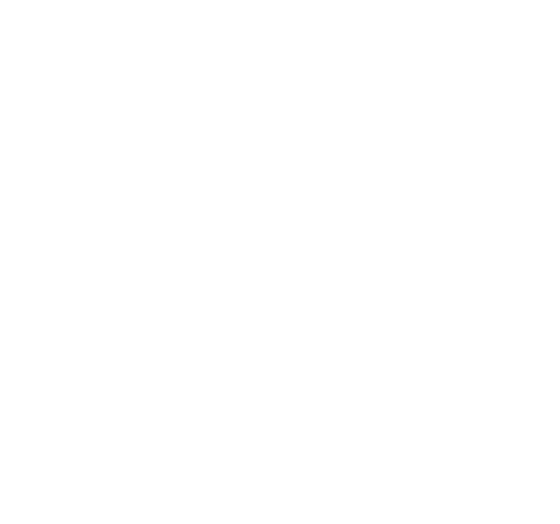
<source format=gbr>
%TF.GenerationSoftware,KiCad,Pcbnew,7.0.2*%
%TF.CreationDate,2024-01-29T22:05:24-05:00*%
%TF.ProjectId,dpx_perv_5x10-smt,6470785f-7065-4727-965f-357831302d73,rev?*%
%TF.SameCoordinates,Original*%
%TF.FileFunction,Legend,Bot*%
%TF.FilePolarity,Positive*%
%FSLAX46Y46*%
G04 Gerber Fmt 4.6, Leading zero omitted, Abs format (unit mm)*
G04 Created by KiCad (PCBNEW 7.0.2) date 2024-01-29 22:05:24*
%MOMM*%
%LPD*%
G01*
G04 APERTURE LIST*
%ADD10C,0.300000*%
%ADD11R,1.700000X1.700000*%
%ADD12O,1.700000X1.700000*%
G04 APERTURE END LIST*
D10*
G36*
X56252275Y-30759782D02*
G01*
X56247586Y-30776571D01*
X56240363Y-30792373D01*
X56232681Y-30802973D01*
X56237128Y-30804692D01*
X56251763Y-30810472D01*
X56255044Y-30811072D01*
X56267499Y-30801524D01*
X56281423Y-30800448D01*
X56293487Y-30809836D01*
X56289849Y-30819132D01*
X56299913Y-30806398D01*
X56315520Y-30800080D01*
X56330882Y-30800448D01*
X56337368Y-30814208D01*
X56352927Y-30818798D01*
X56356527Y-30820232D01*
X56368681Y-30829028D01*
X56379504Y-30839053D01*
X56386203Y-30846610D01*
X56398065Y-30859247D01*
X56407687Y-30872286D01*
X56415067Y-30885508D01*
X56420845Y-30900876D01*
X56423572Y-30915853D01*
X56439638Y-30919937D01*
X56454170Y-30925458D01*
X56468455Y-30934541D01*
X56479523Y-30945992D01*
X56487455Y-30958363D01*
X56488474Y-30960714D01*
X56498310Y-30959450D01*
X56493667Y-30972691D01*
X56494280Y-30974105D01*
X56493209Y-30973998D01*
X56492921Y-30974820D01*
X56495048Y-30990443D01*
X56502228Y-31004726D01*
X56509881Y-31019508D01*
X56513429Y-31036631D01*
X56513348Y-31037302D01*
X56525664Y-31034687D01*
X56531650Y-31033089D01*
X56540184Y-31046416D01*
X56544777Y-31060878D01*
X56549185Y-31076875D01*
X56557140Y-31090168D01*
X56560226Y-31092807D01*
X56570504Y-31081466D01*
X56583780Y-31089766D01*
X56589449Y-31104502D01*
X56590074Y-31107600D01*
X56600620Y-31102911D01*
X56615305Y-31097119D01*
X56634598Y-31090242D01*
X56625611Y-31111005D01*
X56617540Y-31127271D01*
X56616863Y-31128392D01*
X56617539Y-31127865D01*
X56634339Y-31120094D01*
X56656213Y-31114788D01*
X56650850Y-31130898D01*
X56645732Y-31145574D01*
X56643040Y-31153457D01*
X56646466Y-31152687D01*
X56664578Y-31152317D01*
X56678139Y-31158157D01*
X56685559Y-31172689D01*
X56687120Y-31188719D01*
X56689553Y-31193190D01*
X56705805Y-31190205D01*
X56720768Y-31191410D01*
X56719863Y-31207253D01*
X56708968Y-31219544D01*
X56702375Y-31224331D01*
X56718621Y-31221752D01*
X56733972Y-31223490D01*
X56746631Y-31232987D01*
X56751380Y-31250510D01*
X56751102Y-31258770D01*
X56736541Y-31260943D01*
X56733883Y-31260601D01*
X56747907Y-31266008D01*
X56752201Y-31281484D01*
X56753666Y-31294673D01*
X56761218Y-31281640D01*
X56772351Y-31282217D01*
X56785102Y-31290834D01*
X56794745Y-31303375D01*
X56794561Y-31303514D01*
X56795798Y-31305664D01*
X56802854Y-31318642D01*
X56802425Y-31334131D01*
X56796847Y-31348794D01*
X56794699Y-31352192D01*
X56813224Y-31353373D01*
X56827673Y-31356728D01*
X56841370Y-31364102D01*
X56851026Y-31377052D01*
X56854312Y-31392943D01*
X56853291Y-31410485D01*
X56850027Y-31428386D01*
X56848555Y-31435357D01*
X56861905Y-31428946D01*
X56872735Y-31423633D01*
X56884622Y-31433272D01*
X56891398Y-31446380D01*
X56896201Y-31461380D01*
X56913401Y-31463567D01*
X56912425Y-31479772D01*
X56908861Y-31494476D01*
X56898747Y-31502402D01*
X56914054Y-31498860D01*
X56929451Y-31500062D01*
X56921905Y-31513822D01*
X56911296Y-31524004D01*
X56911569Y-31524384D01*
X56926733Y-31523272D01*
X56938778Y-31532012D01*
X56936099Y-31540375D01*
X56943397Y-31550579D01*
X56936258Y-31564659D01*
X56927689Y-31573476D01*
X56942791Y-31571286D01*
X56955806Y-31578120D01*
X56958464Y-31584101D01*
X56965831Y-31597545D01*
X56970004Y-31613332D01*
X56971065Y-31630481D01*
X56968345Y-31640797D01*
X56974218Y-31645650D01*
X56988094Y-31640733D01*
X56989989Y-31641135D01*
X56993112Y-31628833D01*
X57002373Y-31615939D01*
X57010854Y-31630311D01*
X57010854Y-31627698D01*
X57024487Y-31633990D01*
X57033010Y-31645978D01*
X57034933Y-31660911D01*
X57034301Y-31669464D01*
X57019446Y-31668190D01*
X57013326Y-31666257D01*
X57011436Y-31676591D01*
X57011072Y-31693209D01*
X57012005Y-31699975D01*
X57015205Y-31691904D01*
X57032204Y-31689890D01*
X57047397Y-31691801D01*
X57059580Y-31697674D01*
X57061150Y-31715148D01*
X57058942Y-31732948D01*
X57051357Y-31746599D01*
X57036910Y-31750241D01*
X57026390Y-31739612D01*
X57022756Y-31721490D01*
X57023310Y-31711962D01*
X57013002Y-31707205D01*
X57013094Y-31707869D01*
X57017919Y-31723860D01*
X57024028Y-31737758D01*
X57031143Y-31752428D01*
X57034668Y-31761421D01*
X57036513Y-31776336D01*
X57027918Y-31789206D01*
X57022578Y-31793295D01*
X57036126Y-31800214D01*
X57050236Y-31808890D01*
X57045168Y-31823243D01*
X57051683Y-31820760D01*
X57066935Y-31818841D01*
X57076433Y-31818574D01*
X57066123Y-31830954D01*
X57059153Y-31844634D01*
X57057062Y-31860752D01*
X57059586Y-31875401D01*
X57059947Y-31886718D01*
X57055376Y-31890061D01*
X57059755Y-31893573D01*
X57067938Y-31906522D01*
X57072403Y-31918225D01*
X57079379Y-31927165D01*
X57090315Y-31929633D01*
X57095850Y-31946802D01*
X57096602Y-31961668D01*
X57092785Y-31975983D01*
X57084767Y-31990204D01*
X57070268Y-31992806D01*
X57063295Y-31977966D01*
X57062145Y-31973180D01*
X57063836Y-31955893D01*
X57066328Y-31947226D01*
X57056650Y-31955228D01*
X57059769Y-31970817D01*
X57060313Y-31982339D01*
X57053460Y-31995495D01*
X57041629Y-31992964D01*
X57040392Y-32007618D01*
X57030638Y-32001390D01*
X57041262Y-32010183D01*
X57047747Y-32023655D01*
X57035647Y-32032645D01*
X57029905Y-32033630D01*
X57043695Y-32038620D01*
X57057739Y-32046162D01*
X57069326Y-32056240D01*
X57072600Y-32070713D01*
X57060309Y-32083949D01*
X57052784Y-32087714D01*
X57053200Y-32089870D01*
X57042542Y-32100876D01*
X57035952Y-32100387D01*
X57039614Y-32112078D01*
X57039224Y-32128123D01*
X57033614Y-32143476D01*
X57021891Y-32155850D01*
X57009280Y-32160634D01*
X57009160Y-32161445D01*
X57003317Y-32177330D01*
X56994321Y-32190363D01*
X56988139Y-32196296D01*
X56972306Y-32190522D01*
X56969721Y-32188921D01*
X56973256Y-32202920D01*
X56974218Y-32218278D01*
X56959566Y-32218659D01*
X56945401Y-32225045D01*
X56941611Y-32226338D01*
X56930958Y-32238411D01*
X56921154Y-32251038D01*
X56913655Y-32263883D01*
X56912668Y-32267004D01*
X56911403Y-32282156D01*
X56901023Y-32294365D01*
X56889587Y-32295947D01*
X56884124Y-32310516D01*
X56875419Y-32322634D01*
X56860563Y-32327108D01*
X56853317Y-32327454D01*
X56853457Y-32342883D01*
X56841227Y-32352001D01*
X56826321Y-32359615D01*
X56813014Y-32366085D01*
X56799683Y-32374061D01*
X56788913Y-32384625D01*
X56781876Y-32397430D01*
X56766647Y-32396044D01*
X56760937Y-32393787D01*
X56762625Y-32396834D01*
X56753666Y-32407322D01*
X56737239Y-32409048D01*
X56720755Y-32410538D01*
X56705852Y-32413316D01*
X56694315Y-32417580D01*
X56682592Y-32427059D01*
X56670891Y-32437126D01*
X56668670Y-32438463D01*
X56652674Y-32442764D01*
X56637220Y-32445469D01*
X56622469Y-32446938D01*
X56605270Y-32447584D01*
X56589744Y-32447565D01*
X56573771Y-32447659D01*
X56564989Y-32448354D01*
X56564989Y-32459345D01*
X56545576Y-32460347D01*
X56526455Y-32460559D01*
X56507880Y-32460119D01*
X56490104Y-32459165D01*
X56473382Y-32457834D01*
X56457966Y-32456264D01*
X56439881Y-32454036D01*
X56425172Y-32451955D01*
X56410749Y-32449820D01*
X56395814Y-32446849D01*
X56380913Y-32443850D01*
X56365741Y-32440085D01*
X56358359Y-32437730D01*
X56345830Y-32428423D01*
X56332201Y-32421870D01*
X56323555Y-32419045D01*
X56308645Y-32410090D01*
X56294331Y-32402079D01*
X56279866Y-32395473D01*
X56264503Y-32390734D01*
X56247498Y-32388323D01*
X56232208Y-32388380D01*
X56219507Y-32389736D01*
X56216788Y-32385706D01*
X56740111Y-32385706D01*
X56745674Y-32384747D01*
X56743408Y-32382775D01*
X56740111Y-32385706D01*
X56216788Y-32385706D01*
X56210998Y-32377124D01*
X56201989Y-32364996D01*
X56191929Y-32352324D01*
X56182871Y-32340277D01*
X56168548Y-32344502D01*
X56161255Y-32343208D01*
X56156926Y-32333924D01*
X56140701Y-32332482D01*
X56126839Y-32327650D01*
X56113670Y-32318772D01*
X56099176Y-32314284D01*
X56092012Y-32314998D01*
X56086555Y-32298901D01*
X56072669Y-32285282D01*
X56058969Y-32276242D01*
X56044201Y-32267855D01*
X56029938Y-32259805D01*
X56014429Y-32249048D01*
X56005926Y-32234507D01*
X56012378Y-32221082D01*
X56021304Y-32213515D01*
X56021304Y-32208752D01*
X56008055Y-32218382D01*
X55992969Y-32218131D01*
X55978473Y-32212372D01*
X55977707Y-32211317D01*
X55967023Y-32201061D01*
X55967815Y-32195563D01*
X55953434Y-32192265D01*
X55945364Y-32188719D01*
X56504493Y-32188719D01*
X56504905Y-32189701D01*
X56505524Y-32188730D01*
X56504493Y-32188719D01*
X55945364Y-32188719D01*
X55938768Y-32185821D01*
X55931911Y-32179443D01*
X55930073Y-32169628D01*
X56528078Y-32169628D01*
X56531596Y-32168060D01*
X56528105Y-32169358D01*
X56528078Y-32169628D01*
X55930073Y-32169628D01*
X55929003Y-32163913D01*
X55929994Y-32159948D01*
X55920116Y-32163984D01*
X55903851Y-32160685D01*
X55893336Y-32145734D01*
X55890512Y-32135846D01*
X55880441Y-32125080D01*
X55876446Y-32124122D01*
X56399758Y-32124122D01*
X56406651Y-32110034D01*
X56411676Y-32107332D01*
X56401773Y-32107748D01*
X56401959Y-32110222D01*
X56399758Y-32124122D01*
X55876446Y-32124122D01*
X55865643Y-32121531D01*
X55848747Y-32120092D01*
X55842455Y-32106302D01*
X55840027Y-32091134D01*
X55844941Y-32082528D01*
X55843515Y-32083141D01*
X55828871Y-32081257D01*
X55824877Y-32066906D01*
X55821269Y-32059642D01*
X55805653Y-32060100D01*
X55790050Y-32055328D01*
X55782068Y-32046819D01*
X55779508Y-32032093D01*
X55783885Y-32017918D01*
X55784266Y-32017876D01*
X55770511Y-32011757D01*
X55766969Y-32009848D01*
X56201581Y-32009848D01*
X56205219Y-32012015D01*
X56202185Y-32007958D01*
X56201581Y-32009848D01*
X55766969Y-32009848D01*
X55756364Y-32004132D01*
X55740752Y-31999395D01*
X55724769Y-31998636D01*
X55721618Y-31998825D01*
X55718117Y-31982852D01*
X55718003Y-31980164D01*
X55707062Y-31977772D01*
X55697702Y-31964701D01*
X55694141Y-31958525D01*
X55690270Y-31941899D01*
X55689567Y-31931049D01*
X56110281Y-31931049D01*
X56113435Y-31931442D01*
X56110473Y-31928194D01*
X56110281Y-31931049D01*
X55689567Y-31931049D01*
X55689298Y-31926905D01*
X55689197Y-31910354D01*
X55687229Y-31893547D01*
X55681684Y-31877925D01*
X55684615Y-31866202D01*
X55700666Y-31860343D01*
X55716384Y-31855667D01*
X55726135Y-31854364D01*
X55733845Y-31844910D01*
X55744333Y-31835427D01*
X55726547Y-31839366D01*
X55710650Y-31837505D01*
X55710200Y-31835165D01*
X55968742Y-31835165D01*
X55969763Y-31834946D01*
X55982956Y-31828386D01*
X55991116Y-31812987D01*
X55989844Y-31814581D01*
X55978107Y-31827092D01*
X55968742Y-31835165D01*
X55710200Y-31835165D01*
X55707568Y-31821471D01*
X55711217Y-31803882D01*
X55713215Y-31788080D01*
X55711194Y-31772150D01*
X55702201Y-31757391D01*
X55718409Y-31756235D01*
X55732919Y-31750909D01*
X55743475Y-31739615D01*
X55747996Y-31734310D01*
X55762303Y-31728752D01*
X55778242Y-31725060D01*
X55793450Y-31725127D01*
X55807953Y-31731827D01*
X55810645Y-31742737D01*
X55820410Y-31730453D01*
X55837316Y-31728576D01*
X55855055Y-31728311D01*
X55870681Y-31728732D01*
X55878850Y-31729144D01*
X55882229Y-31716754D01*
X55896741Y-31718902D01*
X55910442Y-31729125D01*
X55924499Y-31739944D01*
X55938825Y-31745463D01*
X55940704Y-31744935D01*
X55939161Y-31729579D01*
X55949445Y-31716696D01*
X55965591Y-31711422D01*
X55980271Y-31706834D01*
X55991995Y-31698407D01*
X55999678Y-31711784D01*
X56012596Y-31718886D01*
X56029079Y-31719945D01*
X56043687Y-31723891D01*
X56053544Y-31733211D01*
X56062974Y-31721810D01*
X56077589Y-31719471D01*
X56095310Y-31720022D01*
X56089240Y-31735179D01*
X56079853Y-31746570D01*
X56066386Y-31753485D01*
X56060505Y-31753728D01*
X56047969Y-31762422D01*
X56033028Y-31763620D01*
X56019979Y-31775459D01*
X56010085Y-31788049D01*
X55999597Y-31802363D01*
X55991301Y-31812754D01*
X56001363Y-31823658D01*
X56016752Y-31820442D01*
X56031554Y-31815407D01*
X56047682Y-31809781D01*
X56038258Y-31825326D01*
X56035922Y-31832096D01*
X56048447Y-31828709D01*
X56054643Y-31827367D01*
X56054025Y-31842295D01*
X56065634Y-31839091D01*
X56064808Y-31855214D01*
X56057299Y-31869804D01*
X56054451Y-31871410D01*
X56061907Y-31874269D01*
X56078913Y-31878178D01*
X56092012Y-31880856D01*
X56079144Y-31873575D01*
X56086317Y-31859268D01*
X56099732Y-31852117D01*
X56115460Y-31846784D01*
X56115460Y-31866568D01*
X56130258Y-31868551D01*
X56141728Y-31881966D01*
X56147459Y-31896579D01*
X56148200Y-31911873D01*
X56141405Y-31913242D01*
X56143673Y-31915471D01*
X56148499Y-31930864D01*
X56146099Y-31945904D01*
X56144402Y-31950832D01*
X56159747Y-31952440D01*
X56174855Y-31954502D01*
X56189041Y-31959274D01*
X56186534Y-31973180D01*
X56192191Y-31976057D01*
X56192676Y-31969358D01*
X56207878Y-31969527D01*
X56211081Y-31971348D01*
X56219473Y-31983413D01*
X56234477Y-31989818D01*
X56249053Y-31993382D01*
X56265454Y-31998591D01*
X56276767Y-32008157D01*
X56278088Y-32012199D01*
X56291004Y-32006026D01*
X56306325Y-32013169D01*
X56313562Y-32029055D01*
X56315128Y-32034729D01*
X56316152Y-32050174D01*
X56324408Y-32062299D01*
X56324499Y-32062558D01*
X56329332Y-32061875D01*
X56347455Y-32062007D01*
X56363870Y-32067283D01*
X56368528Y-32072552D01*
X56368861Y-32071332D01*
X56384413Y-32067238D01*
X56400554Y-32071875D01*
X56415686Y-32080759D01*
X56427139Y-32093919D01*
X56418462Y-32103685D01*
X56420935Y-32102356D01*
X56437741Y-32098313D01*
X56452777Y-32100210D01*
X56462437Y-32113574D01*
X56462372Y-32114619D01*
X56465401Y-32107972D01*
X56480061Y-32112157D01*
X56484831Y-32126632D01*
X56484755Y-32129617D01*
X56497405Y-32120815D01*
X56512832Y-32120939D01*
X56517361Y-32123756D01*
X56530746Y-32131988D01*
X56542758Y-32142438D01*
X56557230Y-32151166D01*
X56574514Y-32158194D01*
X56557591Y-32161117D01*
X56557303Y-32161172D01*
X56566973Y-32168305D01*
X56574126Y-32182624D01*
X56572598Y-32193771D01*
X56575455Y-32187664D01*
X56591870Y-32183272D01*
X56602724Y-32182740D01*
X56617301Y-32185119D01*
X56632535Y-32186001D01*
X56645313Y-32199191D01*
X56646159Y-32201542D01*
X56660587Y-32201270D01*
X56675683Y-32203848D01*
X56686255Y-32203989D01*
X56689908Y-32184831D01*
X56693372Y-32165906D01*
X56696172Y-32149401D01*
X56971287Y-32149401D01*
X56982033Y-32155941D01*
X56978219Y-32147091D01*
X56974218Y-32147569D01*
X56971287Y-32149401D01*
X56696172Y-32149401D01*
X56696539Y-32147238D01*
X56699296Y-32128847D01*
X56701535Y-32110756D01*
X56703143Y-32092986D01*
X56704012Y-32075559D01*
X56704030Y-32058497D01*
X56703086Y-32041821D01*
X56701071Y-32025553D01*
X56699078Y-32014945D01*
X56689553Y-32025570D01*
X56686735Y-32009156D01*
X56687389Y-31994189D01*
X56689775Y-31978552D01*
X56689553Y-31968784D01*
X56679651Y-31957795D01*
X56678928Y-31955961D01*
X56676625Y-31941322D01*
X56677829Y-31941673D01*
X56664204Y-31934475D01*
X56663174Y-31928483D01*
X56662994Y-31913756D01*
X56664628Y-31898762D01*
X56664647Y-31883158D01*
X56663174Y-31877559D01*
X56653649Y-31865011D01*
X56642394Y-31854158D01*
X56640826Y-31851913D01*
X56638610Y-31837094D01*
X56639031Y-31830518D01*
X57033548Y-31830518D01*
X57035101Y-31827232D01*
X57033733Y-31827762D01*
X57033548Y-31830518D01*
X56639031Y-31830518D01*
X56639606Y-31821520D01*
X56640460Y-31806851D01*
X56626373Y-31801086D01*
X56614779Y-31791832D01*
X56613534Y-31789800D01*
X56989953Y-31789800D01*
X56991170Y-31789227D01*
X56990338Y-31788899D01*
X56989953Y-31789800D01*
X56613534Y-31789800D01*
X56612982Y-31788899D01*
X56613868Y-31774137D01*
X56614743Y-31759018D01*
X56612982Y-31754460D01*
X56598308Y-31752377D01*
X56591001Y-31746400D01*
X56586583Y-31731730D01*
X56589900Y-31717196D01*
X56590268Y-31713061D01*
X56575549Y-31710075D01*
X56566820Y-31705001D01*
X56563363Y-31690653D01*
X56565357Y-31675409D01*
X56565721Y-31669098D01*
X56550961Y-31667868D01*
X56543007Y-31661770D01*
X56536636Y-31650780D01*
X56997366Y-31650780D01*
X56999266Y-31655744D01*
X57001318Y-31656006D01*
X56998838Y-31649488D01*
X56999130Y-31648215D01*
X56997366Y-31650780D01*
X56536636Y-31650780D01*
X56535309Y-31648490D01*
X56531747Y-31633396D01*
X56528719Y-31618906D01*
X56521693Y-31605463D01*
X56519590Y-31590183D01*
X56525788Y-31579338D01*
X56511936Y-31572200D01*
X56500664Y-31561039D01*
X56492509Y-31546996D01*
X56491019Y-31538514D01*
X56488168Y-31539084D01*
X56475962Y-31534275D01*
X56477055Y-31519128D01*
X56476269Y-31503979D01*
X56470467Y-31493609D01*
X56464925Y-31479641D01*
X56467902Y-31471994D01*
X56453617Y-31465579D01*
X56438793Y-31458856D01*
X56428335Y-31451111D01*
X56422135Y-31437378D01*
X56420411Y-31422244D01*
X56417919Y-31407294D01*
X56417344Y-31406414D01*
X56404835Y-31397695D01*
X56391286Y-31390978D01*
X56380468Y-31380619D01*
X56377410Y-31368312D01*
X56367152Y-31365015D01*
X56360996Y-31350469D01*
X56357119Y-31336164D01*
X56355428Y-31334241D01*
X56341355Y-31327413D01*
X56327973Y-31320920D01*
X56321122Y-31314457D01*
X56760627Y-31314457D01*
X56768245Y-31318025D01*
X56769334Y-31315425D01*
X56769857Y-31314582D01*
X56766680Y-31314914D01*
X56760627Y-31314457D01*
X56321122Y-31314457D01*
X56318792Y-31312259D01*
X56319168Y-31296909D01*
X56321356Y-31294307D01*
X56309410Y-31284993D01*
X56295701Y-31277937D01*
X56281581Y-31270864D01*
X56268158Y-31261491D01*
X56265669Y-31258770D01*
X56264757Y-31243987D01*
X56267501Y-31237887D01*
X56253629Y-31244456D01*
X56243954Y-31230894D01*
X56243321Y-31221034D01*
X56233795Y-31217370D01*
X56221889Y-31207845D01*
X56217675Y-31193923D01*
X56212366Y-31207615D01*
X56196826Y-31209460D01*
X56191663Y-31208944D01*
X56189109Y-31193341D01*
X56189413Y-31189125D01*
X56638486Y-31189125D01*
X56639031Y-31191835D01*
X56641559Y-31192458D01*
X56638486Y-31189125D01*
X56189413Y-31189125D01*
X56190169Y-31178650D01*
X56188733Y-31174506D01*
X56175218Y-31180334D01*
X56174444Y-31180368D01*
X56169086Y-31166331D01*
X56172246Y-31155455D01*
X56156996Y-31155775D01*
X56143673Y-31146535D01*
X56140372Y-31136038D01*
X56133045Y-31134938D01*
X56121279Y-31125076D01*
X56108269Y-31114161D01*
X56108259Y-31114152D01*
X56567018Y-31114152D01*
X56568492Y-31115052D01*
X56584360Y-31110142D01*
X56587906Y-31108564D01*
X56575005Y-31108592D01*
X56567018Y-31114152D01*
X56108259Y-31114152D01*
X56096442Y-31103840D01*
X56085770Y-31093679D01*
X56074739Y-31081446D01*
X56071862Y-31077786D01*
X56057712Y-31083006D01*
X56046217Y-31079251D01*
X56044186Y-31073756D01*
X56492449Y-31073756D01*
X56504594Y-31082180D01*
X56519876Y-31080095D01*
X56523589Y-31073756D01*
X56492449Y-31073756D01*
X56044186Y-31073756D01*
X56041088Y-31065375D01*
X56045850Y-31058368D01*
X56031148Y-31054153D01*
X56023136Y-31050308D01*
X56009100Y-31041883D01*
X55994651Y-31033530D01*
X55980065Y-31025495D01*
X55965617Y-31018022D01*
X55951580Y-31011357D01*
X55935033Y-31004533D01*
X55920096Y-30999831D01*
X55914692Y-30998651D01*
X55904800Y-31009882D01*
X55902968Y-31009642D01*
X55904177Y-31025532D01*
X55903709Y-31041019D01*
X55889007Y-31043018D01*
X55886482Y-31041882D01*
X55880171Y-31040307D01*
X55878566Y-31048757D01*
X55894908Y-31045546D01*
X55891973Y-31060635D01*
X55894818Y-31075427D01*
X55902739Y-31088326D01*
X55911021Y-31102479D01*
X55911504Y-31103767D01*
X55920580Y-31097135D01*
X55935382Y-31102125D01*
X55939238Y-31104164D01*
X55938660Y-31119160D01*
X55938187Y-31134819D01*
X55938569Y-31149862D01*
X55939283Y-31165452D01*
X55939605Y-31172674D01*
X55925479Y-31178642D01*
X55908773Y-31181825D01*
X55894031Y-31179376D01*
X55885383Y-31174139D01*
X55881660Y-31189019D01*
X55882727Y-31204410D01*
X55869711Y-31211760D01*
X55853103Y-31205523D01*
X55834458Y-31195389D01*
X55839501Y-31209265D01*
X55828230Y-31215539D01*
X55816046Y-31224767D01*
X55805951Y-31213424D01*
X55811102Y-31200848D01*
X55803553Y-31209520D01*
X55790798Y-31217422D01*
X55776094Y-31221898D01*
X55759857Y-31223553D01*
X55742504Y-31222993D01*
X55724452Y-31220822D01*
X55706116Y-31217647D01*
X55687913Y-31214073D01*
X55681380Y-31199316D01*
X55673916Y-31186006D01*
X55663374Y-31171201D01*
X55651603Y-31158188D01*
X55638728Y-31146708D01*
X55624876Y-31136500D01*
X55613174Y-31129077D01*
X55604796Y-31116789D01*
X55597787Y-31110392D01*
X55593315Y-31092895D01*
X55592240Y-31075719D01*
X55592401Y-31073926D01*
X55852028Y-31073926D01*
X55853413Y-31076517D01*
X55857539Y-31086212D01*
X55854643Y-31072618D01*
X55854190Y-31073036D01*
X55852028Y-31073926D01*
X55592401Y-31073926D01*
X55593698Y-31059497D01*
X55596825Y-31044859D01*
X55601769Y-31029750D01*
X55608095Y-31015854D01*
X55608778Y-31014771D01*
X55594408Y-31011022D01*
X55594123Y-30998651D01*
X55603612Y-30986154D01*
X55615664Y-30976510D01*
X55621601Y-30971540D01*
X55621691Y-30971278D01*
X56464508Y-30971278D01*
X56466304Y-30969853D01*
X56464512Y-30969447D01*
X56464508Y-30971278D01*
X55621691Y-30971278D01*
X55626534Y-30957208D01*
X55632875Y-30943297D01*
X55634423Y-30941498D01*
X55645765Y-30930747D01*
X55660108Y-30923670D01*
X55673258Y-30917318D01*
X55682867Y-30904208D01*
X55688419Y-30887654D01*
X55691028Y-30872909D01*
X55698373Y-30859377D01*
X55716589Y-30858385D01*
X55732438Y-30862791D01*
X55746165Y-30867859D01*
X55752049Y-30854360D01*
X55763498Y-30841475D01*
X55779034Y-30829818D01*
X55792480Y-30822250D01*
X55806771Y-30815977D01*
X55821285Y-30811259D01*
X55839904Y-30807832D01*
X55856335Y-30808243D01*
X55866332Y-30811439D01*
X55872972Y-30796661D01*
X55887436Y-30794232D01*
X55904477Y-30797752D01*
X55918865Y-30803902D01*
X55925317Y-30809973D01*
X55917704Y-30796868D01*
X55915425Y-30791655D01*
X55929839Y-30783087D01*
X55947275Y-30780213D01*
X55961969Y-30780790D01*
X55979477Y-30783579D01*
X55994044Y-30786967D01*
X56005917Y-30789091D01*
X56010859Y-30774959D01*
X56024468Y-30767874D01*
X56037058Y-30760881D01*
X56053613Y-30762151D01*
X56068775Y-30764172D01*
X56082254Y-30770367D01*
X56089207Y-30780191D01*
X56100206Y-30782372D01*
X56112206Y-30786643D01*
X56101458Y-30775540D01*
X56094577Y-30768574D01*
X56113581Y-30763052D01*
X56128639Y-30760368D01*
X56143340Y-30760335D01*
X56157209Y-30766678D01*
X56159423Y-30781031D01*
X56168596Y-30766187D01*
X56183640Y-30757205D01*
X56198716Y-30754286D01*
X56215348Y-30752977D01*
X56232832Y-30750896D01*
X56250463Y-30745662D01*
X56253945Y-30744028D01*
X56252275Y-30759782D01*
G37*
G36*
X77073108Y-32050717D02*
G01*
X77074952Y-32067513D01*
X77072534Y-32084985D01*
X77064930Y-32099474D01*
X77049975Y-32104400D01*
X77040935Y-32091036D01*
X77040135Y-32087719D01*
X77040151Y-32070668D01*
X77041784Y-32054767D01*
X77044694Y-32038756D01*
X77050246Y-32023913D01*
X77066054Y-32032313D01*
X77073108Y-32050717D01*
G37*
G36*
X76818118Y-32247454D02*
G01*
X76832872Y-32253209D01*
X76831829Y-32267966D01*
X76815725Y-32275432D01*
X76800159Y-32274845D01*
X76788681Y-32264660D01*
X76786244Y-32247454D01*
X76800987Y-32247454D01*
X76815757Y-32247454D01*
X76818118Y-32247454D01*
G37*
G36*
X76453219Y-31477723D02*
G01*
X76439824Y-31486667D01*
X76426505Y-31496693D01*
X76422078Y-31500071D01*
X76420993Y-31483366D01*
X76420607Y-31468581D01*
X76420762Y-31452530D01*
X76421297Y-31436379D01*
X76421431Y-31421075D01*
X76420246Y-31410312D01*
X76408071Y-31401462D01*
X76399730Y-31391994D01*
X76397909Y-31377082D01*
X76399742Y-31361271D01*
X76399786Y-31346580D01*
X76398997Y-31344366D01*
X76384463Y-31339537D01*
X76381412Y-31335573D01*
X76378702Y-31319943D01*
X76380615Y-31304571D01*
X76380313Y-31295273D01*
X76392158Y-31305691D01*
X76398265Y-31321194D01*
X76401744Y-31337083D01*
X76397532Y-31349862D01*
X76398010Y-31334705D01*
X76404493Y-31330811D01*
X76389472Y-31327513D01*
X76378165Y-31318162D01*
X76374451Y-31312126D01*
X76370174Y-31297995D01*
X76368610Y-31283010D01*
X76367869Y-31267133D01*
X76365658Y-31258637D01*
X76355766Y-31248745D01*
X76348479Y-31235816D01*
X76345195Y-31219764D01*
X76345105Y-31204597D01*
X76343675Y-31189799D01*
X76342577Y-31186097D01*
X76327876Y-31181254D01*
X76325724Y-31175839D01*
X76322120Y-31159499D01*
X76320737Y-31142344D01*
X76319238Y-31124257D01*
X76316381Y-31109037D01*
X76310754Y-31093085D01*
X76301159Y-31076341D01*
X76290639Y-31063227D01*
X76281761Y-31054206D01*
X76297720Y-31054493D01*
X76312887Y-31049072D01*
X76316476Y-31033147D01*
X76314392Y-31018394D01*
X76312902Y-31001449D01*
X76327872Y-31000776D01*
X76342891Y-31003917D01*
X76342577Y-31011341D01*
X76348739Y-30997993D01*
X76352835Y-30997419D01*
X76344308Y-31009733D01*
X76330738Y-31003776D01*
X76329426Y-30985321D01*
X76330791Y-30970571D01*
X76333955Y-30953647D01*
X76339066Y-30935029D01*
X76346276Y-30915193D01*
X76349172Y-30908393D01*
X76348019Y-30925661D01*
X76349031Y-30940384D01*
X76359064Y-30940633D01*
X76366757Y-30932939D01*
X76378161Y-30921273D01*
X76389707Y-30910705D01*
X76401192Y-30901203D01*
X76415157Y-30890770D01*
X76428318Y-30881879D01*
X76442497Y-30873153D01*
X76450655Y-30868459D01*
X76436876Y-30863271D01*
X76435601Y-30848451D01*
X76436366Y-30843546D01*
X76452252Y-30841429D01*
X76466637Y-30845515D01*
X76473003Y-30853804D01*
X76479311Y-30839542D01*
X76487339Y-30825898D01*
X76493886Y-30820465D01*
X76508300Y-30816928D01*
X76521390Y-30824443D01*
X76521363Y-30827793D01*
X76531621Y-30810207D01*
X76546576Y-30812618D01*
X76552138Y-30814970D01*
X76552029Y-30799911D01*
X76566913Y-30793386D01*
X76576318Y-30794087D01*
X76591313Y-30797174D01*
X76606146Y-30789171D01*
X76618871Y-30780715D01*
X76631428Y-30772175D01*
X76638600Y-30767342D01*
X76645324Y-30781459D01*
X76661072Y-30781525D01*
X76675791Y-30776556D01*
X76692566Y-30771070D01*
X76696485Y-30769907D01*
X76692122Y-30787948D01*
X76685826Y-30805290D01*
X76679136Y-30820339D01*
X76672559Y-30833499D01*
X76682018Y-30821698D01*
X76693554Y-30805444D01*
X76693554Y-30820733D01*
X76693554Y-30836937D01*
X76693554Y-30853246D01*
X76693554Y-30869820D01*
X76693554Y-30885987D01*
X76693554Y-30893372D01*
X76677526Y-30894259D01*
X76662917Y-30890789D01*
X76653620Y-30880915D01*
X76663050Y-30868037D01*
X76677322Y-30864167D01*
X76692004Y-30863151D01*
X76706787Y-30862968D01*
X76713338Y-30862964D01*
X76710215Y-30879245D01*
X76715560Y-30894912D01*
X76719909Y-30909662D01*
X76713802Y-30923190D01*
X76699248Y-30931380D01*
X76680836Y-30937023D01*
X76673038Y-30938801D01*
X76678178Y-30924669D01*
X76681831Y-30909721D01*
X76682930Y-30898501D01*
X76691367Y-30910688D01*
X76695478Y-30925658D01*
X76696383Y-30940392D01*
X76695386Y-30946495D01*
X76694184Y-30931779D01*
X76706446Y-30923128D01*
X76717368Y-30920116D01*
X76725512Y-30936740D01*
X76731268Y-30953243D01*
X76731588Y-30968431D01*
X76720679Y-30978749D01*
X76712971Y-30986062D01*
X76722069Y-30998195D01*
X76723935Y-31013027D01*
X76711872Y-31017569D01*
X76721790Y-31004579D01*
X76737999Y-30997529D01*
X76752172Y-30993756D01*
X76746335Y-31009350D01*
X76742567Y-31023923D01*
X76739524Y-31039931D01*
X76736215Y-31054594D01*
X76724393Y-31063581D01*
X76717734Y-31061533D01*
X76734040Y-31062795D01*
X76749177Y-31066179D01*
X76763484Y-31076577D01*
X76771802Y-31093400D01*
X76774154Y-31108061D01*
X76758964Y-31107380D01*
X76743360Y-31103578D01*
X76733374Y-31092559D01*
X76732022Y-31085713D01*
X76744585Y-31093729D01*
X76753184Y-31105716D01*
X76745937Y-31118465D01*
X76740082Y-31119785D01*
X76735040Y-31105675D01*
X76744430Y-31092829D01*
X76762577Y-31091470D01*
X76781848Y-31095239D01*
X76784107Y-31110325D01*
X76782426Y-31126476D01*
X76774921Y-31139132D01*
X76773422Y-31142500D01*
X76784719Y-31152542D01*
X76794304Y-31162650D01*
X76791909Y-31178022D01*
X76783680Y-31187929D01*
X76798820Y-31190134D01*
X76805662Y-31196355D01*
X76808279Y-31211579D01*
X76799313Y-31223498D01*
X76796136Y-31224931D01*
X76790598Y-31238666D01*
X76789175Y-31239220D01*
X76799959Y-31227610D01*
X76814992Y-31227628D01*
X76824713Y-31228229D01*
X76828227Y-31243141D01*
X76836985Y-31255754D01*
X76844130Y-31261568D01*
X76854587Y-31275013D01*
X76856540Y-31293764D01*
X76857960Y-31310706D01*
X76859902Y-31328895D01*
X76862869Y-31347230D01*
X76867365Y-31364613D01*
X76873893Y-31379943D01*
X76882956Y-31392122D01*
X76886628Y-31395291D01*
X76869983Y-31397927D01*
X76854396Y-31399432D01*
X76842526Y-31390537D01*
X76842664Y-31388330D01*
X76857766Y-31388527D01*
X76872459Y-31387201D01*
X76882798Y-31376770D01*
X76887361Y-31371844D01*
X76885084Y-31389161D01*
X76886863Y-31404369D01*
X76891273Y-31419409D01*
X76893543Y-31434492D01*
X76892023Y-31451616D01*
X76888826Y-31464900D01*
X76873711Y-31467483D01*
X76862814Y-31456840D01*
X76875630Y-31464895D01*
X76870874Y-31475525D01*
X76880109Y-31462374D01*
X76894060Y-31457350D01*
X76893955Y-31466732D01*
X76902894Y-31479485D01*
X76905542Y-31495491D01*
X76907367Y-31511189D01*
X76909661Y-31527350D01*
X76913186Y-31542397D01*
X76914105Y-31545134D01*
X76916304Y-31533777D01*
X76922615Y-31548388D01*
X76923331Y-31563745D01*
X76922532Y-31568581D01*
X76930170Y-31581790D01*
X76935908Y-31596349D01*
X76930592Y-31605950D01*
X76943288Y-31614555D01*
X76948866Y-31628796D01*
X76946630Y-31644271D01*
X76954039Y-31652479D01*
X76952115Y-31670154D01*
X76954186Y-31687243D01*
X76958641Y-31702123D01*
X76962943Y-31717213D01*
X76964558Y-31734933D01*
X76963565Y-31745535D01*
X76975789Y-31754502D01*
X76985187Y-31766478D01*
X76992843Y-31779678D01*
X76999468Y-31793895D01*
X76984446Y-31793646D01*
X76970652Y-31788075D01*
X76970159Y-31785835D01*
X76985041Y-31782981D01*
X76997195Y-31792756D01*
X76998552Y-31807588D01*
X76996904Y-31825720D01*
X76995259Y-31840681D01*
X76995090Y-31857549D01*
X76996171Y-31863138D01*
X76981813Y-31866864D01*
X76967675Y-31862782D01*
X76967228Y-31862405D01*
X76980366Y-31854832D01*
X76989943Y-31854712D01*
X76995484Y-31870485D01*
X76998796Y-31886252D01*
X76998369Y-31902202D01*
X76992194Y-31916063D01*
X76988111Y-31921390D01*
X76995266Y-31907658D01*
X77011656Y-31905573D01*
X77021065Y-31916962D01*
X77023282Y-31933846D01*
X77028621Y-31948794D01*
X77032008Y-31963968D01*
X77018416Y-31970928D01*
X77003062Y-31971485D01*
X76980417Y-31969384D01*
X76992930Y-31960361D01*
X77000934Y-31952165D01*
X77014690Y-31958811D01*
X77018886Y-31961324D01*
X77031102Y-31972148D01*
X77018341Y-31981829D01*
X77003268Y-31979711D01*
X77002033Y-31978543D01*
X77017384Y-31976889D01*
X77020717Y-31979642D01*
X77025532Y-31995052D01*
X77021712Y-32010774D01*
X77012841Y-32022790D01*
X77012291Y-32022873D01*
X77028052Y-32027568D01*
X77031270Y-32041884D01*
X77026943Y-32058750D01*
X77019029Y-32072217D01*
X77015588Y-32068302D01*
X77004479Y-32057896D01*
X77013001Y-32044892D01*
X77026946Y-32040825D01*
X77036049Y-32053988D01*
X77044102Y-32069833D01*
X77048583Y-32084269D01*
X77050988Y-32101229D01*
X77052025Y-32118054D01*
X77054033Y-32135895D01*
X77057910Y-32151669D01*
X77061018Y-32160259D01*
X77045703Y-32152121D01*
X77032865Y-32143933D01*
X77046381Y-32151526D01*
X77043066Y-32157329D01*
X77041600Y-32163923D01*
X77031309Y-32175809D01*
X77020836Y-32186245D01*
X77007892Y-32195333D01*
X76993300Y-32202321D01*
X76978586Y-32207154D01*
X76985684Y-32193882D01*
X76993240Y-32194331D01*
X76991435Y-32209898D01*
X76982573Y-32221593D01*
X76969060Y-32224373D01*
X76953312Y-32215097D01*
X76943440Y-32203474D01*
X76950771Y-32190102D01*
X76965582Y-32184336D01*
X76969060Y-32183707D01*
X76956137Y-32191705D01*
X76964235Y-32176293D01*
X76977853Y-32167587D01*
X76975060Y-32183322D01*
X76970244Y-32201468D01*
X76962851Y-32216982D01*
X76950291Y-32226318D01*
X76934615Y-32225328D01*
X76919373Y-32223267D01*
X76913373Y-32225106D01*
X76899514Y-32218748D01*
X76891969Y-32205497D01*
X76890658Y-32198361D01*
X76876093Y-32204503D01*
X76861634Y-32199532D01*
X76848526Y-32197629D01*
X76833039Y-32199461D01*
X76821049Y-32196896D01*
X76834295Y-32203872D01*
X76847301Y-32214041D01*
X76858052Y-32224373D01*
X76847010Y-32235285D01*
X76836417Y-32247199D01*
X76824809Y-32258299D01*
X76810526Y-32264981D01*
X76793380Y-32266076D01*
X76789908Y-32265772D01*
X76783409Y-32252306D01*
X76779186Y-32236601D01*
X76793572Y-32233532D01*
X76784805Y-32246197D01*
X76774900Y-32259751D01*
X76764262Y-32274199D01*
X76762020Y-32258858D01*
X76745865Y-32260388D01*
X76734953Y-32266871D01*
X76734991Y-32251745D01*
X76727275Y-32238967D01*
X76722863Y-32239394D01*
X76725119Y-32221666D01*
X76726320Y-32204049D01*
X76725751Y-32188431D01*
X76721781Y-32173191D01*
X76716269Y-32164289D01*
X76716006Y-32148936D01*
X76717368Y-32139010D01*
X76709769Y-32126396D01*
X76718596Y-32114416D01*
X76721764Y-32114464D01*
X76709053Y-32121999D01*
X76700881Y-32123257D01*
X76693641Y-32108008D01*
X76689946Y-32092609D01*
X76687159Y-32077451D01*
X76682643Y-32062927D01*
X76673761Y-32049426D01*
X76669374Y-32045221D01*
X76686594Y-32042747D01*
X76701319Y-32041560D01*
X76715675Y-32045311D01*
X76720299Y-32056578D01*
X76706029Y-32064315D01*
X76692727Y-32056223D01*
X76683043Y-32043731D01*
X76670182Y-32032059D01*
X76654810Y-32027068D01*
X76651056Y-32026903D01*
X76660069Y-32013843D01*
X76664369Y-31999095D01*
X76664039Y-31983678D01*
X76665215Y-31966560D01*
X76665710Y-31963522D01*
X76680848Y-31967288D01*
X76684761Y-31968285D01*
X76687698Y-31953859D01*
X76691722Y-31950699D01*
X76693043Y-31966696D01*
X76682764Y-31979614D01*
X76665591Y-31981774D01*
X76647759Y-31979275D01*
X76643974Y-31964492D01*
X76643385Y-31949626D01*
X76645498Y-31934705D01*
X76646660Y-31924321D01*
X76632131Y-31929318D01*
X76625410Y-31924321D01*
X76622164Y-31909286D01*
X76624077Y-31893906D01*
X76623945Y-31890249D01*
X76612068Y-31881497D01*
X76605627Y-31874495D01*
X76602598Y-31859671D01*
X76597567Y-31854712D01*
X76594224Y-31839456D01*
X76595313Y-31823548D01*
X76603106Y-31810306D01*
X76610389Y-31805985D01*
X76606455Y-31820801D01*
X76590635Y-31824786D01*
X76584011Y-31825036D01*
X76582616Y-31809634D01*
X76577572Y-31793625D01*
X76569943Y-31779552D01*
X76560884Y-31765631D01*
X76551554Y-31750075D01*
X76544671Y-31735252D01*
X76538948Y-31717325D01*
X76553770Y-31714419D01*
X76564228Y-31708166D01*
X76553438Y-31720237D01*
X76544444Y-31722821D01*
X76541428Y-31707768D01*
X76527607Y-31702756D01*
X76524660Y-31703770D01*
X76520288Y-31689341D01*
X76511145Y-31674411D01*
X76502404Y-31662462D01*
X76494575Y-31649600D01*
X76489470Y-31634552D01*
X76488900Y-31616042D01*
X76489489Y-31611812D01*
X76474594Y-31605756D01*
X76468884Y-31590682D01*
X76466830Y-31574420D01*
X76465224Y-31558346D01*
X76462745Y-31547332D01*
X76447628Y-31544552D01*
X76444060Y-31542936D01*
X76440307Y-31528105D01*
X76446533Y-31514548D01*
X76453586Y-31512527D01*
X76440027Y-31519286D01*
X76432268Y-31505723D01*
X76432703Y-31497873D01*
X76436813Y-31482629D01*
X76451594Y-31479161D01*
X76451754Y-31481753D01*
X76453219Y-31477723D01*
G37*
G36*
X76658017Y-30897035D02*
G01*
X76644828Y-30890212D01*
X76632738Y-30883114D01*
X76647438Y-30879358D01*
X76658508Y-30889134D01*
X76658017Y-30897035D01*
G37*
G36*
X76762797Y-31220169D02*
G01*
X76755827Y-31207198D01*
X76757778Y-31191839D01*
X76765362Y-31189028D01*
X76765894Y-31203907D01*
X76762627Y-31218579D01*
X76762797Y-31220169D01*
G37*
G36*
X76853655Y-32138278D02*
G01*
X76840882Y-32129492D01*
X76835627Y-32114999D01*
X76834604Y-32109335D01*
X76850711Y-32108150D01*
X76863961Y-32115271D01*
X76860983Y-32122890D01*
X76848244Y-32114961D01*
X76840619Y-32101816D01*
X76845962Y-32092848D01*
X76854820Y-32105298D01*
X76856623Y-32120967D01*
X76854209Y-32136734D01*
X76853655Y-32138278D01*
G37*
G36*
X76757302Y-32173082D02*
G01*
X76766598Y-32160763D01*
X76782908Y-32159688D01*
X76788809Y-32166854D01*
X76774385Y-32164041D01*
X76759978Y-32169674D01*
X76757302Y-32173082D01*
G37*
G36*
X81963608Y-48430653D02*
G01*
X81974174Y-48439047D01*
X81983305Y-48448982D01*
X81991216Y-48459730D01*
X81996585Y-48464626D01*
X82007008Y-48455647D01*
X82022791Y-48457397D01*
X82025162Y-48458178D01*
X82033307Y-48468712D01*
X82039146Y-48480282D01*
X82047573Y-48490037D01*
X82062531Y-48493349D01*
X82067397Y-48508254D01*
X82072337Y-48522355D01*
X82077697Y-48535564D01*
X82083826Y-48547790D01*
X82091071Y-48558945D01*
X82099780Y-48568939D01*
X82110301Y-48577682D01*
X82122981Y-48585086D01*
X82122981Y-48596869D01*
X82122981Y-48609009D01*
X82122981Y-48621705D01*
X82122981Y-48631395D01*
X82139276Y-48632704D01*
X82151969Y-48639906D01*
X82151526Y-48652034D01*
X82147678Y-48663475D01*
X82149359Y-48668031D01*
X82155776Y-48679193D01*
X82154925Y-48691107D01*
X82154488Y-48692651D01*
X82159453Y-48703975D01*
X82162926Y-48715781D01*
X82162676Y-48728237D01*
X82155464Y-48739710D01*
X82146329Y-48750045D01*
X82141299Y-48758010D01*
X82136677Y-48769516D01*
X82132518Y-48781607D01*
X82143903Y-48789733D01*
X82146062Y-48789078D01*
X82136184Y-48797825D01*
X82124848Y-48804156D01*
X82126650Y-48804900D01*
X82133485Y-48815900D01*
X82133972Y-48818094D01*
X82124349Y-48828035D01*
X82114429Y-48830588D01*
X82122379Y-48835477D01*
X82130371Y-48846202D01*
X82134194Y-48858223D01*
X82134705Y-48861764D01*
X82119276Y-48861208D01*
X82110496Y-48859683D01*
X82101764Y-48868800D01*
X82091840Y-48869092D01*
X82105521Y-48875975D01*
X82112672Y-48888633D01*
X82119213Y-48901818D01*
X82127368Y-48912886D01*
X82139929Y-48922759D01*
X82143131Y-48924486D01*
X82125397Y-48927320D01*
X82111307Y-48930767D01*
X82111663Y-48942834D01*
X82124014Y-48950112D01*
X82138010Y-48957541D01*
X82142032Y-48959657D01*
X82125181Y-48963294D01*
X82111525Y-48969151D01*
X82101268Y-48978047D01*
X82094175Y-48988753D01*
X82092939Y-48990138D01*
X82103685Y-48982057D01*
X82115082Y-48974625D01*
X82128524Y-48982879D01*
X82132420Y-48998523D01*
X82133606Y-49010069D01*
X82126079Y-49022960D01*
X82114465Y-49031607D01*
X82103728Y-49029775D01*
X82105687Y-49035509D01*
X82099299Y-49047709D01*
X82089661Y-49057648D01*
X82087444Y-49059308D01*
X82098148Y-49068160D01*
X82099181Y-49081520D01*
X82098435Y-49086859D01*
X82083258Y-49085450D01*
X82077552Y-49081876D01*
X82079725Y-49094917D01*
X82087550Y-49106026D01*
X82094524Y-49118160D01*
X82095548Y-49130544D01*
X82088176Y-49140494D01*
X82077872Y-49149507D01*
X82073264Y-49160665D01*
X82071690Y-49167752D01*
X82082315Y-49173028D01*
X82079257Y-49185085D01*
X82070967Y-49190913D01*
X82082718Y-49191788D01*
X82097997Y-49193578D01*
X82106337Y-49203227D01*
X82105029Y-49212888D01*
X82096093Y-49220850D01*
X82098052Y-49231717D01*
X82097490Y-49246226D01*
X82092123Y-49258464D01*
X82080121Y-49267277D01*
X82065643Y-49270526D01*
X82064363Y-49270920D01*
X82078727Y-49274325D01*
X82091948Y-49281075D01*
X82102645Y-49289327D01*
X82111697Y-49298702D01*
X82115287Y-49303160D01*
X82101050Y-49306770D01*
X82087141Y-49311710D01*
X82084146Y-49315177D01*
X82096398Y-49322463D01*
X82105150Y-49332883D01*
X82113597Y-49342708D01*
X82116386Y-49345658D01*
X82107305Y-49355748D01*
X82109105Y-49367801D01*
X82110891Y-49376433D01*
X82123646Y-49383673D01*
X82125184Y-49396360D01*
X82122825Y-49401551D01*
X82123995Y-49400493D01*
X82129576Y-49396070D01*
X82132208Y-49409181D01*
X82132347Y-49421198D01*
X82131832Y-49433676D01*
X82131894Y-49446372D01*
X82133764Y-49459044D01*
X82134338Y-49461136D01*
X82148407Y-49466699D01*
X82154934Y-49477233D01*
X82155221Y-49480773D01*
X82150879Y-49492730D01*
X82139615Y-49502053D01*
X82127759Y-49509536D01*
X82116476Y-49517370D01*
X82114555Y-49518875D01*
X82112583Y-49507199D01*
X82111436Y-49495238D01*
X82111494Y-49493969D01*
X82109766Y-49495677D01*
X82095082Y-49500286D01*
X82091840Y-49500704D01*
X82083883Y-49490698D01*
X82077038Y-49479710D01*
X82071040Y-49468826D01*
X82063109Y-49458912D01*
X82057035Y-49455861D01*
X82040682Y-49450214D01*
X82028150Y-49444125D01*
X82016964Y-49436517D01*
X82006185Y-49426433D01*
X81996952Y-49417173D01*
X81981923Y-49414067D01*
X81973138Y-49410725D01*
X81959869Y-49399944D01*
X81949691Y-49390808D01*
X81939955Y-49381990D01*
X81927168Y-49374763D01*
X81911564Y-49377328D01*
X81903529Y-49381122D01*
X81899071Y-49368205D01*
X81895951Y-49356422D01*
X81893023Y-49344679D01*
X81889241Y-49338038D01*
X81874729Y-49341248D01*
X81866526Y-49339797D01*
X81863189Y-49328274D01*
X81864694Y-49318694D01*
X81849877Y-49315139D01*
X81842712Y-49309315D01*
X81835991Y-49297564D01*
X81830571Y-49286230D01*
X81828058Y-49279127D01*
X81818532Y-49275610D01*
X81815973Y-49262929D01*
X81816471Y-49251100D01*
X81818158Y-49243076D01*
X82064363Y-49243076D01*
X82064533Y-49245294D01*
X82064584Y-49245263D01*
X82064363Y-49243076D01*
X81818158Y-49243076D01*
X81818930Y-49239406D01*
X81819631Y-49236921D01*
X81810106Y-49228715D01*
X81801170Y-49217575D01*
X81796408Y-49205763D01*
X81798205Y-49193970D01*
X81797650Y-49190613D01*
X81793009Y-49178974D01*
X81793620Y-49169217D01*
X81792436Y-49157478D01*
X81791365Y-49145178D01*
X81790415Y-49132401D01*
X81789595Y-49119231D01*
X81788915Y-49105755D01*
X81788384Y-49092056D01*
X81788010Y-49078218D01*
X81787803Y-49064327D01*
X81787773Y-49050467D01*
X81787927Y-49036722D01*
X81788276Y-49023178D01*
X81788828Y-49009918D01*
X81789593Y-48997027D01*
X81790579Y-48984590D01*
X81791796Y-48972691D01*
X81793253Y-48961416D01*
X81801154Y-48951491D01*
X81802276Y-48951246D01*
X81796143Y-48946227D01*
X81794352Y-48944709D01*
X81790383Y-48931830D01*
X81788843Y-48923415D01*
X81776767Y-48928882D01*
X81763111Y-48934319D01*
X81764409Y-48941162D01*
X81764677Y-48948519D01*
X81748637Y-48948654D01*
X81733272Y-48946613D01*
X81719064Y-48941302D01*
X81718063Y-48940440D01*
X81718515Y-48948226D01*
X81704861Y-48954691D01*
X81695296Y-48963745D01*
X81682075Y-48968887D01*
X81673452Y-48968157D01*
X81664705Y-48977911D01*
X81650534Y-48971829D01*
X81639552Y-48963911D01*
X81633391Y-48958455D01*
X81631398Y-48959489D01*
X81616445Y-48963076D01*
X81610071Y-48963174D01*
X81617542Y-48973936D01*
X81619781Y-48985728D01*
X81606788Y-48992255D01*
X81597615Y-48992776D01*
X81590282Y-49003705D01*
X81578229Y-49010725D01*
X81563102Y-49011301D01*
X81552503Y-49009482D01*
X81554329Y-49016042D01*
X81554750Y-49022672D01*
X81541359Y-49028526D01*
X81528414Y-49034235D01*
X81511924Y-49041663D01*
X81496401Y-49048935D01*
X81481945Y-49056109D01*
X81468655Y-49063243D01*
X81456629Y-49070397D01*
X81443525Y-49079454D01*
X81441177Y-49081290D01*
X81446581Y-49092720D01*
X81456324Y-49103464D01*
X81466019Y-49113399D01*
X81473417Y-49120857D01*
X81456886Y-49118236D01*
X81442655Y-49121971D01*
X81447884Y-49133966D01*
X81457544Y-49143274D01*
X81459495Y-49144891D01*
X81443357Y-49147365D01*
X81436422Y-49147797D01*
X81437092Y-49156669D01*
X81435149Y-49169350D01*
X81431675Y-49183627D01*
X81426994Y-49198116D01*
X81421430Y-49211433D01*
X81415308Y-49222194D01*
X81404743Y-49230693D01*
X81395029Y-49221842D01*
X81394039Y-49218902D01*
X81390863Y-49218985D01*
X81393771Y-49220033D01*
X81392084Y-49231646D01*
X81378751Y-49236681D01*
X81370835Y-49235163D01*
X81378400Y-49246186D01*
X81388483Y-49257050D01*
X81392892Y-49270977D01*
X81393550Y-49280885D01*
X81378248Y-49279545D01*
X81372232Y-49278659D01*
X81377586Y-49283769D01*
X81382283Y-49295504D01*
X81382925Y-49298471D01*
X81367131Y-49298433D01*
X81352389Y-49298857D01*
X81348853Y-49301108D01*
X81354984Y-49311782D01*
X81362988Y-49322254D01*
X81366072Y-49330125D01*
X81364623Y-49342525D01*
X81355923Y-49352916D01*
X81341873Y-49358598D01*
X81334931Y-49359141D01*
X81328839Y-49353827D01*
X81324888Y-49364774D01*
X81321376Y-49365882D01*
X81306733Y-49366871D01*
X81291285Y-49366838D01*
X81284602Y-49355868D01*
X81285472Y-49354158D01*
X81285210Y-49350456D01*
X81324838Y-49350456D01*
X81325320Y-49350758D01*
X81324960Y-49350444D01*
X81324838Y-49350456D01*
X81285210Y-49350456D01*
X81284610Y-49341987D01*
X81301740Y-49340886D01*
X81309401Y-49343289D01*
X81309432Y-49340913D01*
X81290793Y-49337177D01*
X81275646Y-49332625D01*
X81261316Y-49327018D01*
X81245682Y-49318463D01*
X81238211Y-49311660D01*
X81234798Y-49298661D01*
X81225281Y-49288748D01*
X81216796Y-49279009D01*
X81209971Y-49268090D01*
X81207070Y-49258610D01*
X81221814Y-49250166D01*
X81223786Y-49249548D01*
X81210487Y-49240203D01*
X81199010Y-49229594D01*
X81211464Y-49221882D01*
X81211349Y-49209411D01*
X81215130Y-49198526D01*
X81222091Y-49196768D01*
X81206084Y-49200657D01*
X81191469Y-49202997D01*
X81181431Y-49194156D01*
X81181765Y-49189171D01*
X81171620Y-49192035D01*
X81172724Y-49204205D01*
X81168193Y-49216321D01*
X81157963Y-49225519D01*
X81147719Y-49228422D01*
X81137455Y-49217891D01*
X81129218Y-49206989D01*
X81127203Y-49199406D01*
X81126278Y-49211208D01*
X81123407Y-49222816D01*
X81118690Y-49223436D01*
X81118777Y-49224025D01*
X81117840Y-49223548D01*
X81117276Y-49223622D01*
X81119850Y-49225021D01*
X81121669Y-49236695D01*
X81108441Y-49244674D01*
X81102290Y-49246007D01*
X81092248Y-49237384D01*
X81079207Y-49231693D01*
X81065138Y-49228089D01*
X81059792Y-49226077D01*
X81046616Y-49231368D01*
X81031935Y-49228301D01*
X81018759Y-49224319D01*
X81018759Y-49226877D01*
X81023155Y-49228129D01*
X81027032Y-49241470D01*
X81023802Y-49253142D01*
X81012867Y-49264391D01*
X80997969Y-49270737D01*
X80983075Y-49270906D01*
X80973323Y-49263170D01*
X80962282Y-49266290D01*
X80952081Y-49266524D01*
X80963707Y-49276299D01*
X80970720Y-49289128D01*
X80971047Y-49302236D01*
X80959198Y-49311576D01*
X80941823Y-49313711D01*
X80936947Y-49304242D01*
X80936105Y-49317287D01*
X80935488Y-49329431D01*
X80938159Y-49331883D01*
X80946896Y-49321184D01*
X80963254Y-49315685D01*
X80977802Y-49313085D01*
X80982123Y-49312539D01*
X80977042Y-49324144D01*
X80978039Y-49337880D01*
X80982530Y-49350715D01*
X80985509Y-49362603D01*
X80980037Y-49375553D01*
X80966903Y-49383350D01*
X80950249Y-49388743D01*
X80934934Y-49390989D01*
X80929366Y-49395484D01*
X80927380Y-49384948D01*
X80919651Y-49385756D01*
X80904236Y-49383770D01*
X80895199Y-49373815D01*
X80894562Y-49363537D01*
X80879769Y-49366685D01*
X80870748Y-49362071D01*
X80862157Y-49351955D01*
X80864886Y-49349762D01*
X80849241Y-49346245D01*
X80834351Y-49342299D01*
X80820127Y-49335910D01*
X80813229Y-49325142D01*
X80804436Y-49320159D01*
X80795701Y-49309845D01*
X80781808Y-49303373D01*
X80767366Y-49300253D01*
X80752569Y-49298826D01*
X80738857Y-49298471D01*
X80736303Y-49285794D01*
X80732401Y-49273463D01*
X80721029Y-49264713D01*
X80706983Y-49263886D01*
X80707020Y-49250776D01*
X80709997Y-49236114D01*
X80715621Y-49224225D01*
X80725210Y-49212522D01*
X80736247Y-49203437D01*
X80749303Y-49194651D01*
X80757487Y-49188561D01*
X81080675Y-49188561D01*
X81086567Y-49199556D01*
X81089834Y-49209957D01*
X81091980Y-49205575D01*
X81090007Y-49202744D01*
X81083095Y-49191828D01*
X81080675Y-49188561D01*
X80757487Y-49188561D01*
X80758274Y-49187975D01*
X80754610Y-49176545D01*
X80738700Y-49176387D01*
X80726204Y-49169878D01*
X80727013Y-49159545D01*
X81181425Y-49159545D01*
X81186233Y-49166296D01*
X81187217Y-49161913D01*
X81181425Y-49159545D01*
X80727013Y-49159545D01*
X80727065Y-49158879D01*
X80715709Y-49166972D01*
X80706617Y-49169044D01*
X80706617Y-49177301D01*
X80706617Y-49189459D01*
X80706617Y-49201164D01*
X80691486Y-49201164D01*
X80676599Y-49201164D01*
X80661750Y-49201164D01*
X80660088Y-49201164D01*
X80660088Y-49188424D01*
X80660088Y-49176240D01*
X80660088Y-49165407D01*
X80660188Y-49165407D01*
X80657738Y-49162054D01*
X80674094Y-49151005D01*
X80674540Y-49150779D01*
X80665507Y-49150012D01*
X80651755Y-49141806D01*
X80647266Y-49136098D01*
X80662145Y-49129693D01*
X80677214Y-49123999D01*
X80690146Y-49117746D01*
X80697558Y-49107483D01*
X80697091Y-49095065D01*
X80712526Y-49095066D01*
X80728604Y-49095077D01*
X80743718Y-49095117D01*
X80758741Y-49095283D01*
X80760839Y-49095358D01*
X80758985Y-49082229D01*
X80766957Y-49071760D01*
X80769265Y-49069273D01*
X80784476Y-49067635D01*
X80794544Y-49068980D01*
X80809264Y-49069291D01*
X80809565Y-49068980D01*
X80824254Y-49064089D01*
X80824735Y-49064535D01*
X80828678Y-49053386D01*
X80842027Y-49045507D01*
X80851331Y-49043774D01*
X80865168Y-49039530D01*
X80870748Y-49035861D01*
X80881604Y-49027293D01*
X80892658Y-49018717D01*
X80896760Y-49016517D01*
X80911839Y-49013660D01*
X80921028Y-49003658D01*
X80919841Y-48998345D01*
X80937987Y-48998728D01*
X80952790Y-48998500D01*
X80967632Y-48998172D01*
X80971439Y-48998160D01*
X80968689Y-48994941D01*
X80960373Y-48983922D01*
X80958309Y-48981053D01*
X80974547Y-48980822D01*
X80990412Y-48977461D01*
X81004482Y-48973784D01*
X81019452Y-48973030D01*
X81027552Y-48974018D01*
X81035929Y-48983056D01*
X81040503Y-48981169D01*
X81045749Y-48981086D01*
X81033737Y-48974837D01*
X81026551Y-48963174D01*
X81091666Y-48963174D01*
X81091689Y-48963176D01*
X81091688Y-48963174D01*
X81091666Y-48963174D01*
X81026551Y-48963174D01*
X81026122Y-48962478D01*
X81024255Y-48954674D01*
X81042563Y-48952161D01*
X81058477Y-48947858D01*
X81072516Y-48942172D01*
X81085203Y-48935509D01*
X81097059Y-48928274D01*
X81108606Y-48920872D01*
X81120365Y-48913710D01*
X81123174Y-48912245D01*
X81198564Y-48912245D01*
X81209300Y-48913846D01*
X81215374Y-48914096D01*
X81213946Y-48913011D01*
X81238624Y-48913011D01*
X81240006Y-48912871D01*
X81246638Y-48907194D01*
X81238624Y-48913011D01*
X81213946Y-48913011D01*
X81206758Y-48907549D01*
X81205458Y-48905011D01*
X81203724Y-48907170D01*
X81198564Y-48912245D01*
X81123174Y-48912245D01*
X81132859Y-48907194D01*
X81146608Y-48901728D01*
X81162135Y-48897719D01*
X81173731Y-48896056D01*
X81174332Y-48895470D01*
X81212521Y-48895470D01*
X81215845Y-48894086D01*
X81226524Y-48888468D01*
X81216444Y-48887068D01*
X81212521Y-48895470D01*
X81174332Y-48895470D01*
X81183139Y-48886888D01*
X81196939Y-48880846D01*
X81203987Y-48878430D01*
X81201575Y-48875540D01*
X81214239Y-48867454D01*
X81226362Y-48860423D01*
X81240663Y-48852797D01*
X81253908Y-48846083D01*
X81268242Y-48838651D01*
X81280682Y-48831236D01*
X81284373Y-48828645D01*
X81288503Y-48816484D01*
X81292026Y-48803784D01*
X81295042Y-48790614D01*
X81297648Y-48777038D01*
X81299943Y-48763124D01*
X81302025Y-48748939D01*
X81303992Y-48734548D01*
X81305943Y-48720018D01*
X81307975Y-48705416D01*
X81310187Y-48690809D01*
X81312677Y-48676263D01*
X81315543Y-48661844D01*
X81318883Y-48647619D01*
X81322796Y-48633655D01*
X81327380Y-48620018D01*
X81332733Y-48606775D01*
X81349527Y-48606715D01*
X81365418Y-48609392D01*
X81379930Y-48614679D01*
X81394050Y-48621071D01*
X81404907Y-48624360D01*
X81407638Y-48636161D01*
X81407460Y-48648161D01*
X81406770Y-48660324D01*
X81408937Y-48666566D01*
X81421358Y-48659728D01*
X81422493Y-48660118D01*
X81426643Y-48671388D01*
X81427593Y-48683116D01*
X81434216Y-48683565D01*
X81431846Y-48697527D01*
X81428739Y-48709587D01*
X81424508Y-48721227D01*
X81418342Y-48732072D01*
X81414799Y-48734270D01*
X81428532Y-48729395D01*
X81443805Y-48729509D01*
X81449438Y-48740995D01*
X81452534Y-48749510D01*
X81451831Y-48737621D01*
X81451820Y-48732821D01*
X81497540Y-48732821D01*
X81499114Y-48731994D01*
X81506756Y-48723132D01*
X81497540Y-48732821D01*
X81451820Y-48732821D01*
X81451802Y-48725385D01*
X81451802Y-48719615D01*
X81467241Y-48717776D01*
X81480901Y-48711443D01*
X81495683Y-48705510D01*
X81507129Y-48704619D01*
X81514234Y-48697481D01*
X81517940Y-48684995D01*
X81520312Y-48680048D01*
X81531492Y-48671484D01*
X81543464Y-48664497D01*
X81547763Y-48652772D01*
X81546690Y-48646635D01*
X81562785Y-48647844D01*
X81576837Y-48643001D01*
X81588244Y-48634534D01*
X81593218Y-48631981D01*
X81608273Y-48630315D01*
X81614379Y-48619709D01*
X81624832Y-48608786D01*
X81635894Y-48599141D01*
X81646341Y-48591241D01*
X81660013Y-48584837D01*
X81675077Y-48584014D01*
X81677848Y-48583621D01*
X81688642Y-48575315D01*
X81698662Y-48566356D01*
X81708168Y-48556944D01*
X81717416Y-48547277D01*
X81726664Y-48537556D01*
X81736169Y-48527979D01*
X81746190Y-48518746D01*
X81756983Y-48510055D01*
X81771982Y-48510896D01*
X81777133Y-48512106D01*
X81788811Y-48503900D01*
X81800214Y-48495693D01*
X81795302Y-48483930D01*
X81800947Y-48476642D01*
X81814587Y-48471088D01*
X81829211Y-48468464D01*
X81836118Y-48467556D01*
X81847405Y-48459427D01*
X81854802Y-48453488D01*
X81853282Y-48441431D01*
X81856634Y-48432385D01*
X81871564Y-48430623D01*
X81877151Y-48423007D01*
X81892939Y-48423007D01*
X81909793Y-48423007D01*
X81925290Y-48423007D01*
X81941780Y-48423007D01*
X81949691Y-48423007D01*
X81963608Y-48430653D01*
G37*
G36*
X79880554Y-31739673D02*
G01*
X79894152Y-31732556D01*
X79903786Y-31746333D01*
X79904734Y-31749199D01*
X79913819Y-31762191D01*
X79914822Y-31778150D01*
X79913893Y-31786202D01*
X79901557Y-31795086D01*
X79892409Y-31806997D01*
X79885651Y-31820775D01*
X79882752Y-31827234D01*
X79870527Y-31837243D01*
X79859021Y-31846528D01*
X79853443Y-31848850D01*
X79841281Y-31858191D01*
X79834616Y-31871376D01*
X79830362Y-31879258D01*
X79816329Y-31886068D01*
X79800445Y-31887888D01*
X79789329Y-31889150D01*
X79781502Y-31902958D01*
X79771194Y-31913634D01*
X79758588Y-31922973D01*
X79746433Y-31931186D01*
X79745365Y-31932015D01*
X79735703Y-31943143D01*
X79725905Y-31954317D01*
X79724116Y-31956195D01*
X79709472Y-31963448D01*
X79694678Y-31962986D01*
X79702867Y-31958026D01*
X79712379Y-31970221D01*
X79703814Y-31983469D01*
X79691876Y-31988068D01*
X79680550Y-31998552D01*
X79673924Y-32005654D01*
X79663753Y-32019249D01*
X79655324Y-32031253D01*
X79644444Y-32045458D01*
X79633205Y-32056315D01*
X79619279Y-32061218D01*
X79604917Y-32052959D01*
X79602483Y-32049984D01*
X79611643Y-32059876D01*
X79598868Y-32071555D01*
X79587028Y-32084918D01*
X79577918Y-32096438D01*
X79568875Y-32108378D01*
X79559663Y-32120448D01*
X79550044Y-32132354D01*
X79539784Y-32143805D01*
X79534340Y-32149269D01*
X79519273Y-32149635D01*
X79514922Y-32147803D01*
X79516999Y-32163315D01*
X79511259Y-32171983D01*
X79496118Y-32173848D01*
X79481760Y-32169544D01*
X79479385Y-32166854D01*
X79479571Y-32181894D01*
X79467758Y-32191902D01*
X79452415Y-32192020D01*
X79450442Y-32192500D01*
X79454865Y-32206490D01*
X79450442Y-32214115D01*
X79435531Y-32216785D01*
X79424064Y-32215947D01*
X79411677Y-32224938D01*
X79401168Y-32235906D01*
X79400250Y-32236830D01*
X79385834Y-32244997D01*
X79371061Y-32252434D01*
X79356194Y-32259099D01*
X79341495Y-32264948D01*
X79327224Y-32269938D01*
X79310389Y-32274903D01*
X79295146Y-32278376D01*
X79289608Y-32279328D01*
X79271025Y-32282395D01*
X79252689Y-32284466D01*
X79234772Y-32285667D01*
X79217442Y-32286122D01*
X79200870Y-32285957D01*
X79185227Y-32285295D01*
X79166109Y-32283859D01*
X79149347Y-32282059D01*
X79132325Y-32279751D01*
X79129507Y-32279328D01*
X79113743Y-32279491D01*
X79098487Y-32276987D01*
X79087398Y-32265079D01*
X79086276Y-32261376D01*
X79070772Y-32263931D01*
X79055696Y-32260824D01*
X79053670Y-32260277D01*
X79039061Y-32255743D01*
X79026041Y-32247863D01*
X79016767Y-32235630D01*
X79015568Y-32233899D01*
X79001067Y-32238342D01*
X78996883Y-32236830D01*
X78989265Y-32222873D01*
X78984302Y-32209042D01*
X78978303Y-32194728D01*
X78976001Y-32191034D01*
X78963789Y-32181552D01*
X78949470Y-32173530D01*
X78937339Y-32164464D01*
X78931304Y-32156962D01*
X78926281Y-32142756D01*
X78922365Y-32128317D01*
X78920313Y-32123257D01*
X78908223Y-32112998D01*
X78900626Y-32100263D01*
X78901629Y-32097245D01*
X78890533Y-32087623D01*
X78889112Y-32072426D01*
X78888073Y-32066104D01*
X78877998Y-32053785D01*
X78869748Y-32041638D01*
X78866824Y-32031299D01*
X78859863Y-32025071D01*
X78853871Y-32011049D01*
X78851682Y-31996379D01*
X78849238Y-31981840D01*
X78836174Y-31975063D01*
X78823327Y-31967706D01*
X78815899Y-31960225D01*
X78809098Y-31945264D01*
X78806205Y-31929365D01*
X78806574Y-31914063D01*
X78804908Y-31903804D01*
X78790365Y-31899426D01*
X78785857Y-31892814D01*
X78779990Y-31878138D01*
X78777886Y-31862914D01*
X78775233Y-31849216D01*
X78766165Y-31836760D01*
X78756119Y-31824562D01*
X78752152Y-31818808D01*
X78748279Y-31803936D01*
X78744502Y-31788932D01*
X78742260Y-31784003D01*
X78735682Y-31770825D01*
X78732368Y-31759823D01*
X78723209Y-31753961D01*
X78716852Y-31740102D01*
X78712082Y-31724109D01*
X78709141Y-31708893D01*
X78706208Y-31692241D01*
X78701749Y-31676903D01*
X78700861Y-31674827D01*
X78686348Y-31680026D01*
X78682176Y-31674094D01*
X78678270Y-31658384D01*
X78679786Y-31642658D01*
X78681442Y-31627196D01*
X78680711Y-31624269D01*
X78666653Y-31620011D01*
X78659828Y-31613644D01*
X78656668Y-31597461D01*
X78658225Y-31582486D01*
X78662026Y-31570413D01*
X78647150Y-31567711D01*
X78637352Y-31554624D01*
X78632141Y-31539869D01*
X78628784Y-31524042D01*
X78627588Y-31516924D01*
X78623082Y-31502708D01*
X78619080Y-31488081D01*
X78615247Y-31472896D01*
X78609636Y-31459405D01*
X78601218Y-31446281D01*
X78596141Y-31432094D01*
X78592417Y-31416769D01*
X78589659Y-31402007D01*
X78587081Y-31387434D01*
X78585090Y-31379904D01*
X78585090Y-31366714D01*
X78575931Y-31361952D01*
X78573671Y-31347008D01*
X78574115Y-31331603D01*
X78575519Y-31316408D01*
X78574832Y-31304799D01*
X78562719Y-31295813D01*
X78554315Y-31289045D01*
X78550842Y-31273065D01*
X78548004Y-31257032D01*
X78541538Y-31243759D01*
X78530502Y-31242517D01*
X78532209Y-31224129D01*
X78531658Y-31206075D01*
X78529407Y-31188794D01*
X78526014Y-31172725D01*
X78522037Y-31158303D01*
X78517094Y-31143262D01*
X78512183Y-31129310D01*
X78504575Y-31116668D01*
X78489102Y-31120518D01*
X78490364Y-31102033D01*
X78490642Y-31084681D01*
X78490036Y-31068323D01*
X78488644Y-31052820D01*
X78486566Y-31038035D01*
X78482376Y-31016898D01*
X78477196Y-30996595D01*
X78471359Y-30976659D01*
X78465198Y-30956623D01*
X78459047Y-30936020D01*
X78455116Y-30921738D01*
X78451437Y-30906858D01*
X78448107Y-30891242D01*
X78446604Y-30883114D01*
X78456041Y-30871601D01*
X78460892Y-30858934D01*
X78471198Y-30847764D01*
X78481238Y-30837012D01*
X78481409Y-30836585D01*
X78488934Y-30822738D01*
X78490528Y-30807425D01*
X78489395Y-30792034D01*
X78489102Y-30789324D01*
X78504947Y-30788531D01*
X78520208Y-30782514D01*
X78533331Y-30774418D01*
X78546975Y-30768709D01*
X78554315Y-30767342D01*
X78558712Y-30758183D01*
X78576251Y-30753594D01*
X78593849Y-30750141D01*
X78611526Y-30747531D01*
X78629300Y-30745471D01*
X78647194Y-30743666D01*
X78665225Y-30741824D01*
X78683415Y-30739651D01*
X78701783Y-30736854D01*
X78720348Y-30733139D01*
X78739132Y-30728213D01*
X78751786Y-30724112D01*
X78757881Y-30737742D01*
X78765707Y-30737301D01*
X78777415Y-30746348D01*
X78791747Y-30753928D01*
X78808303Y-30750749D01*
X78821565Y-30740567D01*
X78834590Y-30726658D01*
X78838248Y-30722280D01*
X78834682Y-30739972D01*
X78832601Y-30758679D01*
X78833366Y-30776047D01*
X78837518Y-30791419D01*
X78844001Y-30807359D01*
X78848409Y-30824334D01*
X78848872Y-30827793D01*
X78841234Y-30840763D01*
X78844915Y-30855910D01*
X78848094Y-30871137D01*
X78848139Y-30872855D01*
X78848723Y-30888404D01*
X78847937Y-30903811D01*
X78847542Y-30918588D01*
X78848139Y-30926345D01*
X78858257Y-30937421D01*
X78860596Y-30947594D01*
X78870854Y-30954188D01*
X78871426Y-30970079D01*
X78870045Y-30985993D01*
X78869666Y-31001465D01*
X78871220Y-31008410D01*
X78886316Y-31012429D01*
X78890271Y-31019401D01*
X78894175Y-31034196D01*
X78896415Y-31050764D01*
X78896674Y-31066108D01*
X78898698Y-31078019D01*
X78906070Y-31090952D01*
X78911576Y-31107215D01*
X78914736Y-31123016D01*
X78917296Y-31139071D01*
X78921412Y-31151659D01*
X78927909Y-31164974D01*
X78929423Y-31180417D01*
X78931670Y-31192691D01*
X78946173Y-31198141D01*
X78952553Y-31206247D01*
X78955038Y-31221706D01*
X78952803Y-31236454D01*
X78952920Y-31237388D01*
X78965553Y-31245148D01*
X78973359Y-31258578D01*
X78973802Y-31260469D01*
X78975780Y-31275390D01*
X78974186Y-31290652D01*
X78973802Y-31299670D01*
X78985974Y-31309233D01*
X78996020Y-31321405D01*
X78996883Y-31323483D01*
X79000603Y-31339588D01*
X79003198Y-31355430D01*
X79004965Y-31371796D01*
X79005676Y-31387231D01*
X79020310Y-31389409D01*
X79025301Y-31403351D01*
X79026192Y-31416174D01*
X79032548Y-31431423D01*
X79040642Y-31446450D01*
X79049164Y-31460608D01*
X79056802Y-31473255D01*
X79060264Y-31479555D01*
X79060264Y-31488347D01*
X79067592Y-31498972D01*
X79071759Y-31513088D01*
X79073974Y-31528016D01*
X79077117Y-31538539D01*
X79088270Y-31549061D01*
X79098366Y-31560521D01*
X79104274Y-31574271D01*
X79106925Y-31588907D01*
X79109540Y-31603967D01*
X79110456Y-31606317D01*
X79119615Y-31613644D01*
X79127220Y-31627079D01*
X79130973Y-31635992D01*
X79137162Y-31649708D01*
X79143221Y-31663072D01*
X79151065Y-31676435D01*
X79158084Y-31683620D01*
X79160905Y-31698583D01*
X79158816Y-31702304D01*
X79172163Y-31709787D01*
X79182731Y-31721272D01*
X79184095Y-31729781D01*
X79193255Y-31732346D01*
X79198950Y-31745896D01*
X79201251Y-31760986D01*
X79204978Y-31775211D01*
X79208642Y-31766784D01*
X79215746Y-31780069D01*
X79215455Y-31794913D01*
X79215603Y-31799757D01*
X79221465Y-31793162D01*
X79226273Y-31807542D01*
X79223663Y-31814778D01*
X79235651Y-31824220D01*
X79249045Y-31832251D01*
X79254437Y-31836027D01*
X79262583Y-31849354D01*
X79270496Y-31862238D01*
X79285787Y-31862221D01*
X79287777Y-31861306D01*
X79290626Y-31881140D01*
X79295155Y-31898183D01*
X79301208Y-31912737D01*
X79311380Y-31928788D01*
X79323615Y-31941660D01*
X79337543Y-31952065D01*
X79352796Y-31960716D01*
X79369005Y-31968327D01*
X79381566Y-31973780D01*
X79393597Y-31964947D01*
X79404728Y-31952946D01*
X79414145Y-31940764D01*
X79423968Y-31927385D01*
X79432818Y-31915697D01*
X79434689Y-31913330D01*
X79446929Y-31900850D01*
X79459199Y-31888761D01*
X79471295Y-31876760D01*
X79483014Y-31864541D01*
X79494154Y-31851800D01*
X79497703Y-31847384D01*
X79509178Y-31835816D01*
X79520185Y-31823637D01*
X79530631Y-31811149D01*
X79540425Y-31798655D01*
X79549475Y-31786456D01*
X79559222Y-31772632D01*
X79560718Y-31770448D01*
X79572033Y-31760730D01*
X79578424Y-31747172D01*
X79578670Y-31741871D01*
X79592028Y-31734815D01*
X79608207Y-31729948D01*
X79623045Y-31731472D01*
X79632480Y-31743760D01*
X79632525Y-31744802D01*
X79624824Y-31731833D01*
X79630711Y-31718390D01*
X79644910Y-31710018D01*
X79650844Y-31708899D01*
X79664033Y-31711830D01*
X79664765Y-31714760D01*
X79652695Y-31704943D01*
X79643516Y-31697541D01*
X79660088Y-31693820D01*
X79676502Y-31693510D01*
X79688825Y-31702009D01*
X79687114Y-31705968D01*
X79675368Y-31697195D01*
X79681609Y-31681665D01*
X79690044Y-31670430D01*
X79705525Y-31669082D01*
X79720585Y-31663007D01*
X79736722Y-31661414D01*
X79750651Y-31666337D01*
X79761852Y-31672262D01*
X79772613Y-31660586D01*
X79785775Y-31653843D01*
X79800320Y-31649914D01*
X79801419Y-31654677D01*
X79815436Y-31646815D01*
X79830503Y-31642636D01*
X79846042Y-31639510D01*
X79861407Y-31637281D01*
X79864068Y-31637091D01*
X79878630Y-31642301D01*
X79888756Y-31653151D01*
X79892644Y-31660539D01*
X79877364Y-31660200D01*
X79862196Y-31658272D01*
X79844191Y-31658753D01*
X79830728Y-31660539D01*
X79847361Y-31653467D01*
X79861861Y-31648905D01*
X79877993Y-31646086D01*
X79893246Y-31646578D01*
X79907045Y-31652611D01*
X79908398Y-31659439D01*
X79913893Y-31648815D01*
X79930593Y-31651863D01*
X79944512Y-31658468D01*
X79946197Y-31643579D01*
X79947232Y-31640022D01*
X79959095Y-31630127D01*
X79969941Y-31617739D01*
X79979592Y-31605110D01*
X79985334Y-31597158D01*
X79990562Y-31613197D01*
X80003985Y-31625109D01*
X80017899Y-31630890D01*
X80032563Y-31635795D01*
X80046061Y-31642091D01*
X80058377Y-31655371D01*
X80062252Y-31673085D01*
X80061538Y-31685085D01*
X80051468Y-31698842D01*
X80037858Y-31707664D01*
X80022113Y-31712331D01*
X80005639Y-31713627D01*
X79989841Y-31712334D01*
X79984968Y-31711463D01*
X79975088Y-31722386D01*
X79960421Y-31723920D01*
X79958625Y-31739976D01*
X79950783Y-31752602D01*
X79936641Y-31757233D01*
X79921724Y-31756043D01*
X79917190Y-31755061D01*
X79913596Y-31738542D01*
X79916961Y-31723462D01*
X79930746Y-31720989D01*
X79924151Y-31726118D01*
X79932974Y-31738386D01*
X79929468Y-31754007D01*
X79918654Y-31767075D01*
X79905833Y-31773745D01*
X79900955Y-31759075D01*
X79894196Y-31745255D01*
X79880887Y-31739024D01*
X79880554Y-31739673D01*
G37*
G36*
X79859305Y-31810382D02*
G01*
X79859944Y-31795433D01*
X79862264Y-31779613D01*
X79871028Y-31770081D01*
X79871015Y-31784938D01*
X79854930Y-31784968D01*
X79846482Y-31778508D01*
X79857183Y-31767596D01*
X79872024Y-31766787D01*
X79873959Y-31766784D01*
X79874562Y-31781776D01*
X79872715Y-31798104D01*
X79865809Y-31811431D01*
X79859305Y-31810382D01*
G37*
G36*
X49599389Y-33170574D02*
G01*
X49610600Y-33178726D01*
X49621304Y-33188051D01*
X49625071Y-33191876D01*
X49640129Y-33194038D01*
X49654610Y-33199034D01*
X49656578Y-33200376D01*
X49663907Y-33211129D01*
X49658777Y-33221185D01*
X49674389Y-33224972D01*
X49681861Y-33236338D01*
X49682074Y-33248747D01*
X49679355Y-33260585D01*
X49675996Y-33269838D01*
X49685155Y-33262218D01*
X49692384Y-33272854D01*
X49696657Y-33284495D01*
X49696819Y-33296272D01*
X49698710Y-33301199D01*
X49702386Y-33312900D01*
X49702008Y-33322595D01*
X49703617Y-33337253D01*
X49704028Y-33352756D01*
X49703781Y-33364834D01*
X49703235Y-33377219D01*
X49702554Y-33389837D01*
X49701897Y-33402617D01*
X49701426Y-33415485D01*
X49701302Y-33428370D01*
X49701686Y-33441199D01*
X49702740Y-33453900D01*
X49690396Y-33460280D01*
X49676198Y-33467361D01*
X49663338Y-33474350D01*
X49651785Y-33482627D01*
X49647786Y-33487019D01*
X49646613Y-33498978D01*
X49630097Y-33499814D01*
X49627269Y-33499329D01*
X49626841Y-33498763D01*
X49626152Y-33513693D01*
X49618104Y-33527389D01*
X49608792Y-33537012D01*
X49597872Y-33546427D01*
X49586422Y-33555946D01*
X49575524Y-33565882D01*
X49566256Y-33576549D01*
X49559697Y-33588259D01*
X49556927Y-33601325D01*
X49542929Y-33600555D01*
X49544837Y-33604842D01*
X49532192Y-33610904D01*
X49519319Y-33618098D01*
X49507125Y-33626357D01*
X49498309Y-33632979D01*
X49502406Y-33644395D01*
X49501240Y-33647633D01*
X49490303Y-33656097D01*
X49477888Y-33663661D01*
X49465532Y-33670290D01*
X49453238Y-33676795D01*
X49445553Y-33681925D01*
X49437641Y-33692614D01*
X49430623Y-33704127D01*
X49419071Y-33713331D01*
X49404168Y-33716836D01*
X49397559Y-33717096D01*
X49398620Y-33729156D01*
X49391697Y-33736440D01*
X49378150Y-33741328D01*
X49374112Y-33741716D01*
X49375134Y-33753837D01*
X49367517Y-33755198D01*
X49353799Y-33760797D01*
X49345169Y-33756370D01*
X49343324Y-33769224D01*
X49333988Y-33780188D01*
X49320511Y-33788441D01*
X49306665Y-33795695D01*
X49298640Y-33801213D01*
X49303107Y-33812415D01*
X49300839Y-33814695D01*
X49287455Y-33819909D01*
X49283253Y-33819678D01*
X49281651Y-33831418D01*
X49282063Y-33843376D01*
X49274546Y-33854382D01*
X49262662Y-33862883D01*
X49248946Y-33869942D01*
X49243319Y-33872434D01*
X49237606Y-33860537D01*
X49230175Y-33849542D01*
X49223902Y-33844298D01*
X49208656Y-33840287D01*
X49196241Y-33833198D01*
X49187556Y-33823357D01*
X49181728Y-33812450D01*
X49177740Y-33806196D01*
X49164002Y-33801067D01*
X49150711Y-33794746D01*
X49145867Y-33790662D01*
X49142122Y-33779011D01*
X49146233Y-33772490D01*
X49132296Y-33767863D01*
X49129380Y-33761646D01*
X49122998Y-33750848D01*
X49124617Y-33744353D01*
X49109110Y-33743611D01*
X49103002Y-33739371D01*
X49097854Y-33727441D01*
X49097406Y-33715524D01*
X49098178Y-33703431D01*
X49097873Y-33700976D01*
X49089934Y-33690979D01*
X49087282Y-33677843D01*
X49087248Y-33675770D01*
X49091041Y-33664195D01*
X49097232Y-33653495D01*
X49103738Y-33642963D01*
X49108864Y-33632099D01*
X49108002Y-33619760D01*
X49108213Y-33607953D01*
X49108310Y-33607399D01*
X49094059Y-33608412D01*
X49078002Y-33611094D01*
X49065266Y-33617152D01*
X49061695Y-33608288D01*
X49059979Y-33609508D01*
X49044436Y-33615701D01*
X49027971Y-33620039D01*
X49011598Y-33624747D01*
X48998756Y-33630561D01*
X48989429Y-33637375D01*
X48986327Y-33624826D01*
X48984346Y-33613122D01*
X48987231Y-33609531D01*
X48973426Y-33614911D01*
X48957871Y-33617818D01*
X48942916Y-33617855D01*
X48939603Y-33617445D01*
X48932364Y-33627648D01*
X48921565Y-33637082D01*
X48908502Y-33645610D01*
X48900036Y-33650271D01*
X48890963Y-33640294D01*
X48875020Y-33639558D01*
X48861934Y-33638254D01*
X48876908Y-33639765D01*
X48867983Y-33650731D01*
X48853595Y-33655545D01*
X48838038Y-33658214D01*
X48833166Y-33657601D01*
X48829327Y-33661279D01*
X48814542Y-33666414D01*
X48804710Y-33661988D01*
X48803727Y-33664725D01*
X48789249Y-33667593D01*
X48779502Y-33659943D01*
X48782565Y-33672101D01*
X48768913Y-33677498D01*
X48763382Y-33676356D01*
X48759256Y-33671995D01*
X48750957Y-33678813D01*
X48737094Y-33684964D01*
X48721036Y-33688333D01*
X48703979Y-33687999D01*
X48687122Y-33683043D01*
X48676062Y-33676191D01*
X48678890Y-33685076D01*
X48673413Y-33696797D01*
X48657000Y-33698347D01*
X48640248Y-33695029D01*
X48633323Y-33693062D01*
X48620933Y-33689383D01*
X48614031Y-33700556D01*
X48595221Y-33709182D01*
X48578881Y-33707803D01*
X48562642Y-33708093D01*
X48547253Y-33709274D01*
X48530956Y-33710771D01*
X48515029Y-33710696D01*
X48511324Y-33709476D01*
X48500699Y-33717096D01*
X48496669Y-33724716D01*
X48475475Y-33726953D01*
X48460661Y-33727985D01*
X48445519Y-33728636D01*
X48430239Y-33728893D01*
X48415007Y-33728744D01*
X48400013Y-33728176D01*
X48378379Y-33726511D01*
X48358339Y-33723834D01*
X48340529Y-33720103D01*
X48325584Y-33715275D01*
X48313543Y-33708391D01*
X48314518Y-33709458D01*
X48309861Y-33721136D01*
X48294066Y-33724224D01*
X48279319Y-33721085D01*
X48268582Y-33712080D01*
X48267727Y-33707623D01*
X48459780Y-33707623D01*
X48469924Y-33708889D01*
X48465034Y-33705084D01*
X48460388Y-33707520D01*
X48459780Y-33707623D01*
X48267727Y-33707623D01*
X48267027Y-33703976D01*
X48255859Y-33700170D01*
X48241720Y-33693621D01*
X48229908Y-33686357D01*
X48218401Y-33676649D01*
X48479450Y-33676649D01*
X48480510Y-33684509D01*
X48481640Y-33684601D01*
X48488088Y-33687507D01*
X48486881Y-33683141D01*
X48596677Y-33683141D01*
X48606294Y-33683768D01*
X48613807Y-33685749D01*
X48606436Y-33680306D01*
X48617140Y-33672224D01*
X48625996Y-33667563D01*
X48610224Y-33668723D01*
X48603281Y-33667563D01*
X48599339Y-33680000D01*
X48596677Y-33683141D01*
X48486881Y-33683141D01*
X48486806Y-33682869D01*
X48479450Y-33676649D01*
X48218401Y-33676649D01*
X48217420Y-33675821D01*
X48210193Y-33667051D01*
X48588939Y-33667051D01*
X48593389Y-33660822D01*
X48593756Y-33655840D01*
X48588939Y-33667051D01*
X48210193Y-33667051D01*
X48208205Y-33664639D01*
X48201770Y-33653168D01*
X48197622Y-33641766D01*
X48196250Y-33636203D01*
X48181617Y-33636851D01*
X48167011Y-33633070D01*
X48157395Y-33622708D01*
X48153661Y-33611225D01*
X48151188Y-33605135D01*
X48140563Y-33595903D01*
X48129012Y-33587389D01*
X48117834Y-33578738D01*
X48115650Y-33576998D01*
X48130415Y-33575336D01*
X48145822Y-33573609D01*
X48149722Y-33568499D01*
X48135241Y-33561193D01*
X48123115Y-33553771D01*
X48126423Y-33542099D01*
X48143864Y-33540437D01*
X48150088Y-33540362D01*
X48150698Y-33528571D01*
X48154914Y-33520089D01*
X48143311Y-33514937D01*
X48139594Y-33503019D01*
X48141662Y-33489950D01*
X48157234Y-33489977D01*
X48171704Y-33490829D01*
X48176114Y-33479075D01*
X48190502Y-33475050D01*
X48199181Y-33477054D01*
X48185189Y-33471551D01*
X48185412Y-33459349D01*
X48185992Y-33457417D01*
X48201618Y-33457123D01*
X48216496Y-33461117D01*
X48217866Y-33471485D01*
X48221875Y-33457861D01*
X48231534Y-33448201D01*
X48246862Y-33448072D01*
X48262070Y-33452528D01*
X48277889Y-33456596D01*
X48285643Y-33457124D01*
X48289315Y-33444729D01*
X48301206Y-33437458D01*
X48317541Y-33435537D01*
X48334379Y-33435848D01*
X48349399Y-33434870D01*
X48351955Y-33433676D01*
X48366155Y-33426531D01*
X48381167Y-33423496D01*
X48396410Y-33422996D01*
X48411306Y-33423455D01*
X48427472Y-33423098D01*
X48429624Y-33422832D01*
X48441285Y-33414498D01*
X48444645Y-33414919D01*
X48454041Y-33424347D01*
X48453804Y-33432211D01*
X48455125Y-33420209D01*
X48456369Y-33416970D01*
X48471159Y-33409498D01*
X48485264Y-33405886D01*
X48500460Y-33403955D01*
X48515888Y-33403319D01*
X48530689Y-33403589D01*
X48547001Y-33404609D01*
X48561149Y-33405833D01*
X48572513Y-33397171D01*
X48586741Y-33391318D01*
X48602883Y-33387563D01*
X48619993Y-33385196D01*
X48637123Y-33383505D01*
X48653326Y-33381779D01*
X48659335Y-33380920D01*
X48648710Y-33376817D01*
X48662798Y-33370533D01*
X48678477Y-33367808D01*
X48693407Y-33367145D01*
X48707599Y-33362888D01*
X48725348Y-33362415D01*
X48741299Y-33363215D01*
X48756059Y-33364257D01*
X48770715Y-33364614D01*
X48772908Y-33364214D01*
X48783881Y-33355308D01*
X48792325Y-33349559D01*
X48807834Y-33348024D01*
X48822812Y-33349448D01*
X48833358Y-33349559D01*
X48835748Y-33337896D01*
X48840319Y-33331388D01*
X48855232Y-33329580D01*
X48870831Y-33329935D01*
X48885965Y-33331058D01*
X48896739Y-33330508D01*
X48905165Y-33322595D01*
X48920034Y-33322253D01*
X48924583Y-33324060D01*
X48930384Y-33312589D01*
X48938504Y-33307647D01*
X48954580Y-33303302D01*
X48969914Y-33301207D01*
X48985177Y-33300847D01*
X48987964Y-33300027D01*
X49001603Y-33293906D01*
X49017351Y-33289667D01*
X49033471Y-33286962D01*
X49047835Y-33283769D01*
X49048780Y-33283321D01*
X49063920Y-33277186D01*
X49079795Y-33273315D01*
X49095361Y-33270759D01*
X49111738Y-33268168D01*
X49124617Y-33264563D01*
X49139061Y-33258971D01*
X49153102Y-33254268D01*
X49168615Y-33249931D01*
X49179938Y-33248150D01*
X49188731Y-33239650D01*
X49204572Y-33238595D01*
X49219804Y-33240368D01*
X49227932Y-33240236D01*
X49231325Y-33228781D01*
X49238190Y-33221771D01*
X49253263Y-33220443D01*
X49269571Y-33221656D01*
X49284298Y-33222495D01*
X49292779Y-33221185D01*
X49303202Y-33211971D01*
X49307800Y-33207410D01*
X49324518Y-33203336D01*
X49339113Y-33200903D01*
X49354476Y-33200162D01*
X49361289Y-33199203D01*
X49374507Y-33193275D01*
X49390519Y-33190000D01*
X49407067Y-33189877D01*
X49421636Y-33191881D01*
X49425769Y-33192755D01*
X49420033Y-33181704D01*
X49426502Y-33172532D01*
X49444586Y-33168931D01*
X49462136Y-33166817D01*
X49479118Y-33165868D01*
X49495500Y-33165762D01*
X49511249Y-33166178D01*
X49526333Y-33166794D01*
X49545353Y-33167370D01*
X49563056Y-33166967D01*
X49579363Y-33164823D01*
X49586969Y-33162860D01*
X49599389Y-33170574D01*
G37*
G36*
X49493041Y-40514294D02*
G01*
X49509701Y-40517887D01*
X49525313Y-40521782D01*
X49540349Y-40525525D01*
X49555283Y-40528665D01*
X49570586Y-40530746D01*
X49586730Y-40531316D01*
X49604188Y-40529922D01*
X49614949Y-40540272D01*
X49621405Y-40551435D01*
X49619728Y-40563929D01*
X49634311Y-40560789D01*
X49645221Y-40557472D01*
X49650064Y-40571177D01*
X49653457Y-40584202D01*
X49653156Y-40596543D01*
X49650350Y-40598798D01*
X49666251Y-40599950D01*
X49676879Y-40608444D01*
X49683117Y-40619077D01*
X49695413Y-40624883D01*
X49690617Y-40637835D01*
X49690914Y-40650680D01*
X49694009Y-40663312D01*
X49697611Y-40675625D01*
X49699427Y-40687512D01*
X49695693Y-40701609D01*
X49686805Y-40710457D01*
X49689070Y-40720285D01*
X49672464Y-40720240D01*
X49665682Y-40716714D01*
X49669942Y-40723730D01*
X49656353Y-40731294D01*
X49642254Y-40735983D01*
X49628392Y-40741335D01*
X49616968Y-40750191D01*
X49617011Y-40759999D01*
X49600662Y-40759252D01*
X49584210Y-40758837D01*
X49568719Y-40759454D01*
X49553959Y-40762279D01*
X49552832Y-40767269D01*
X49548427Y-40781224D01*
X49541412Y-40795262D01*
X49529280Y-40803734D01*
X49517636Y-40798263D01*
X49510647Y-40799839D01*
X49488417Y-40801911D01*
X49474366Y-40807622D01*
X49460454Y-40812188D01*
X49444087Y-40813048D01*
X49432110Y-40811617D01*
X49432483Y-40812449D01*
X49433063Y-40824515D01*
X49431305Y-40836328D01*
X49428090Y-40848233D01*
X49427234Y-40850857D01*
X49411684Y-40849270D01*
X49396666Y-40844482D01*
X49394798Y-40836409D01*
X49390650Y-40838437D01*
X49386173Y-40833734D01*
X49385461Y-40841372D01*
X49383637Y-40846754D01*
X49368349Y-40847849D01*
X49353995Y-40845384D01*
X49350356Y-40843387D01*
X49351748Y-40848058D01*
X49347733Y-40860529D01*
X49332702Y-40861578D01*
X49329636Y-40861330D01*
X49335810Y-40867383D01*
X49338574Y-40871373D01*
X49338574Y-40879287D01*
X49324385Y-40882954D01*
X49308758Y-40889184D01*
X49291921Y-40894528D01*
X49280467Y-40895177D01*
X49276109Y-40897825D01*
X49261729Y-40902725D01*
X49245069Y-40898463D01*
X49237458Y-40894821D01*
X49225866Y-40902358D01*
X49214309Y-40899526D01*
X49223546Y-40907925D01*
X49232482Y-40919239D01*
X49238190Y-40928819D01*
X49222194Y-40927971D01*
X49205574Y-40924942D01*
X49191417Y-40920148D01*
X49180784Y-40929072D01*
X49182869Y-40944646D01*
X49165016Y-40941055D01*
X49148972Y-40937256D01*
X49143654Y-40944616D01*
X49132111Y-40952457D01*
X49117321Y-40953789D01*
X49112894Y-40952560D01*
X49104661Y-40963452D01*
X49088714Y-40967326D01*
X49073037Y-40966597D01*
X49069296Y-40966042D01*
X49062035Y-40959394D01*
X49061405Y-40968104D01*
X49053983Y-40979321D01*
X49038395Y-40981799D01*
X49023577Y-40980293D01*
X49019837Y-40980990D01*
X49012225Y-40991296D01*
X49008114Y-40993299D01*
X48994293Y-40998013D01*
X48979650Y-40999753D01*
X48972576Y-41000627D01*
X48958037Y-41004925D01*
X48943503Y-41008378D01*
X48929223Y-41012204D01*
X48916406Y-41018167D01*
X48911760Y-41021436D01*
X48895628Y-41020076D01*
X48881537Y-41015576D01*
X48878946Y-41014324D01*
X48874179Y-41026477D01*
X48869530Y-41038031D01*
X48868529Y-41044297D01*
X48881899Y-41049997D01*
X48895583Y-41056755D01*
X48907654Y-41065383D01*
X48916185Y-41076693D01*
X48919199Y-41088752D01*
X48918721Y-41097347D01*
X48913555Y-41109226D01*
X48901868Y-41115225D01*
X48912664Y-41124740D01*
X48919353Y-41136850D01*
X48922508Y-41149151D01*
X48925098Y-41160706D01*
X48928246Y-41167982D01*
X48935161Y-41178533D01*
X48944558Y-41188079D01*
X48956090Y-41197877D01*
X48939970Y-41197291D01*
X48925057Y-41196718D01*
X48924949Y-41196705D01*
X48936887Y-41203911D01*
X48937405Y-41210480D01*
X48924577Y-41216786D01*
X48921652Y-41218394D01*
X48920145Y-41230126D01*
X48921285Y-41238910D01*
X48928246Y-41243013D01*
X48927814Y-41256182D01*
X48923972Y-41268103D01*
X48917944Y-41279209D01*
X48917255Y-41279650D01*
X48930218Y-41272930D01*
X48937405Y-41272322D01*
X48939481Y-41269961D01*
X49515615Y-41269961D01*
X49516627Y-41270564D01*
X49515942Y-41269988D01*
X49515615Y-41269961D01*
X48939481Y-41269961D01*
X48945242Y-41263408D01*
X49504607Y-41263408D01*
X49512059Y-41267844D01*
X49511945Y-41266626D01*
X49506363Y-41261931D01*
X49511234Y-41259015D01*
X49511073Y-41257285D01*
X49504990Y-41248711D01*
X49505467Y-41259742D01*
X49504607Y-41263408D01*
X48945242Y-41263408D01*
X48945955Y-41262597D01*
X48959021Y-41259426D01*
X48962804Y-41246652D01*
X48975627Y-41238695D01*
X48980248Y-41236056D01*
X49499803Y-41236056D01*
X49500920Y-41238253D01*
X49500260Y-41235849D01*
X49499803Y-41236056D01*
X48980248Y-41236056D01*
X48988744Y-41231204D01*
X48993093Y-41228945D01*
X49008248Y-41230127D01*
X49012144Y-41231583D01*
X49014315Y-41218847D01*
X49024976Y-41208657D01*
X49041963Y-41205857D01*
X49045849Y-41205791D01*
X49054275Y-41199929D01*
X49068439Y-41194810D01*
X49082054Y-41190424D01*
X49095968Y-41185957D01*
X49109230Y-41180585D01*
X49113681Y-41168566D01*
X49121316Y-41157510D01*
X49125350Y-41153913D01*
X49140094Y-41155077D01*
X49150629Y-41157137D01*
X49163894Y-41148937D01*
X49175127Y-41139868D01*
X49187406Y-41130069D01*
X49200363Y-41121258D01*
X49213628Y-41115151D01*
X49226833Y-41113467D01*
X49236725Y-41105553D01*
X49251557Y-41102669D01*
X49265668Y-41099692D01*
X49278100Y-41091742D01*
X49289138Y-41082258D01*
X49303645Y-41077954D01*
X49310364Y-41078296D01*
X49318058Y-41071555D01*
X49331935Y-41067577D01*
X49346689Y-41065748D01*
X49349199Y-41064521D01*
X49359571Y-41055313D01*
X49369009Y-41045902D01*
X49375577Y-41041953D01*
X49390885Y-41040571D01*
X49404999Y-41043892D01*
X49409282Y-41045470D01*
X49415251Y-41033959D01*
X49424670Y-41029350D01*
X49438687Y-41025057D01*
X49444100Y-41013736D01*
X49444087Y-41012057D01*
X49456817Y-41020280D01*
X49471382Y-41024549D01*
X49487085Y-41026079D01*
X49502600Y-41027598D01*
X49517711Y-41030525D01*
X49521024Y-41031401D01*
X49515162Y-41039315D01*
X49527985Y-41032588D01*
X49542273Y-41032281D01*
X49551432Y-41039608D01*
X49566786Y-41041310D01*
X49575874Y-41050510D01*
X49572315Y-41057779D01*
X49589443Y-41056309D01*
X49605431Y-41058835D01*
X49616410Y-41066692D01*
X49628212Y-41074076D01*
X49640458Y-41074193D01*
X49637383Y-41087002D01*
X49641348Y-41099758D01*
X49651064Y-41109939D01*
X49656223Y-41121509D01*
X49651282Y-41134375D01*
X49643023Y-41145121D01*
X49653606Y-41154423D01*
X49661209Y-41166089D01*
X49662171Y-41177870D01*
X49657341Y-41189736D01*
X49655113Y-41193481D01*
X49669208Y-41198081D01*
X49677095Y-41196705D01*
X49674965Y-41208781D01*
X49669189Y-41221324D01*
X49660692Y-41232769D01*
X49650396Y-41241548D01*
X49636402Y-41246387D01*
X49622843Y-41241556D01*
X49615895Y-41231955D01*
X49613651Y-41233190D01*
X49607486Y-41230703D01*
X49610672Y-41244496D01*
X49603061Y-41254923D01*
X49588726Y-41250612D01*
X49577077Y-41245065D01*
X49571587Y-41256058D01*
X49560076Y-41265055D01*
X49545369Y-41265708D01*
X49542639Y-41265288D01*
X49542151Y-41263122D01*
X49540845Y-41264911D01*
X49538404Y-41265983D01*
X49545318Y-41274131D01*
X49552760Y-41285506D01*
X49555462Y-41290494D01*
X49557658Y-41303538D01*
X49548646Y-41314757D01*
X49534605Y-41318294D01*
X49512154Y-41321043D01*
X49491690Y-41322305D01*
X49479624Y-41322734D01*
X49474163Y-41311522D01*
X49472439Y-41310447D01*
X49472663Y-41319803D01*
X49456002Y-41322583D01*
X49443055Y-41328458D01*
X49430852Y-41338451D01*
X49422152Y-41348279D01*
X49413598Y-41358604D01*
X49404074Y-41368615D01*
X49401955Y-41370508D01*
X49387163Y-41369922D01*
X49382538Y-41369336D01*
X49379326Y-41381020D01*
X49365641Y-41385819D01*
X49349199Y-41383697D01*
X49334870Y-41380770D01*
X49330241Y-41370956D01*
X49328452Y-41371299D01*
X49319158Y-41380828D01*
X49309628Y-41384162D01*
X49313327Y-41386244D01*
X49320102Y-41396643D01*
X49323133Y-41409491D01*
X49323553Y-41417696D01*
X49306818Y-41412618D01*
X49290032Y-41412659D01*
X49274375Y-41414351D01*
X49272169Y-41414255D01*
X49273801Y-41415545D01*
X49283007Y-41425568D01*
X49286550Y-41431764D01*
X49275400Y-41439526D01*
X49263321Y-41432648D01*
X49260172Y-41428833D01*
X49259091Y-41430438D01*
X49262514Y-41440944D01*
X49259073Y-41449643D01*
X49244583Y-41451461D01*
X49232579Y-41450785D01*
X49236991Y-41454689D01*
X49238987Y-41462573D01*
X49245008Y-41468409D01*
X49230646Y-41473069D01*
X49215262Y-41472340D01*
X49214010Y-41472211D01*
X49208148Y-41474849D01*
X49206021Y-41486728D01*
X49195581Y-41495818D01*
X49183236Y-41495072D01*
X49175313Y-41487312D01*
X49172655Y-41490591D01*
X49159087Y-41496778D01*
X49155017Y-41509164D01*
X49155758Y-41511485D01*
X49141135Y-41510571D01*
X49124229Y-41509823D01*
X49108438Y-41509806D01*
X49100437Y-41511192D01*
X49112768Y-41519589D01*
X49122376Y-41529148D01*
X49127805Y-41540604D01*
X49135153Y-41550912D01*
X49147486Y-41560963D01*
X49150996Y-41563362D01*
X49134115Y-41561491D01*
X49117501Y-41560146D01*
X49101763Y-41560166D01*
X49085257Y-41562736D01*
X49082246Y-41563604D01*
X49084393Y-41567430D01*
X49085373Y-41579282D01*
X49085050Y-41582706D01*
X49069897Y-41582371D01*
X49057004Y-41588079D01*
X49043688Y-41594135D01*
X49027897Y-41600292D01*
X49026599Y-41598573D01*
X49025104Y-41600144D01*
X49014273Y-41608221D01*
X49001455Y-41613939D01*
X48985872Y-41612606D01*
X48981667Y-41605486D01*
X48978098Y-41616850D01*
X48963257Y-41618509D01*
X48962168Y-41617273D01*
X48959768Y-41620998D01*
X48946324Y-41630512D01*
X48930733Y-41637616D01*
X48927039Y-41637919D01*
X48931223Y-41639016D01*
X48943427Y-41646333D01*
X48935018Y-41652167D01*
X48947904Y-41656993D01*
X48957167Y-41666529D01*
X48960486Y-41676202D01*
X48962470Y-41687990D01*
X48961273Y-41700062D01*
X48947802Y-41706295D01*
X48932256Y-41708836D01*
X48909688Y-41710110D01*
X48909638Y-41710110D01*
X48909545Y-41711148D01*
X48905561Y-41723083D01*
X48898322Y-41733689D01*
X48888701Y-41743370D01*
X48879568Y-41754625D01*
X48878054Y-41757975D01*
X48860376Y-41755621D01*
X48845474Y-41752465D01*
X48829413Y-41747310D01*
X48814475Y-41739916D01*
X48802280Y-41730704D01*
X48792968Y-41721234D01*
X48788661Y-41717235D01*
X48773731Y-41717016D01*
X48757967Y-41714644D01*
X48743002Y-41709420D01*
X48741693Y-41708736D01*
X48900036Y-41708736D01*
X48900720Y-41707940D01*
X48900723Y-41707918D01*
X48900036Y-41708736D01*
X48741693Y-41708736D01*
X48728475Y-41701831D01*
X48713339Y-41695267D01*
X48696937Y-41692461D01*
X48684248Y-41692615D01*
X48678103Y-41681279D01*
X48668576Y-41674737D01*
X48858271Y-41674737D01*
X48871878Y-41680326D01*
X48883439Y-41683489D01*
X48877622Y-41680858D01*
X48863875Y-41676734D01*
X48858271Y-41674737D01*
X48668576Y-41674737D01*
X48665539Y-41672652D01*
X48651034Y-41665237D01*
X48642029Y-41659447D01*
X48878158Y-41659447D01*
X48878548Y-41659640D01*
X48878619Y-41659487D01*
X48878158Y-41659447D01*
X48642029Y-41659447D01*
X48639065Y-41657541D01*
X48634278Y-41646210D01*
X48634788Y-41644255D01*
X48625263Y-41641324D01*
X48612712Y-41633839D01*
X48608449Y-41631652D01*
X48882817Y-41631652D01*
X48900717Y-41632381D01*
X48912122Y-41634377D01*
X48908242Y-41627693D01*
X48909735Y-41620368D01*
X48901588Y-41624661D01*
X48887795Y-41630348D01*
X48882817Y-41631652D01*
X48608449Y-41631652D01*
X48600167Y-41627403D01*
X48587035Y-41619645D01*
X48580242Y-41612533D01*
X48923097Y-41612533D01*
X48924581Y-41612141D01*
X48926781Y-41610257D01*
X48923097Y-41612533D01*
X48580242Y-41612533D01*
X48579467Y-41611722D01*
X48573446Y-41600313D01*
X48573548Y-41600089D01*
X48982206Y-41600089D01*
X48983486Y-41592618D01*
X48984191Y-41590455D01*
X48982421Y-41591860D01*
X48982206Y-41600089D01*
X48573548Y-41600089D01*
X48578546Y-41589069D01*
X48579467Y-41589154D01*
X48563138Y-41586070D01*
X48549773Y-41579138D01*
X48540385Y-41567901D01*
X48533695Y-41555450D01*
X48524877Y-41543873D01*
X48512423Y-41536398D01*
X48522448Y-41527484D01*
X48526939Y-41516186D01*
X48527571Y-41503165D01*
X48528146Y-41490033D01*
X48530618Y-41477319D01*
X48531474Y-41474555D01*
X48546466Y-41474555D01*
X48549426Y-41474555D01*
X48548286Y-41462010D01*
X48547554Y-41449688D01*
X48553524Y-41436936D01*
X48564913Y-41429024D01*
X48568110Y-41427661D01*
X48561516Y-41417110D01*
X48565603Y-41401550D01*
X48568748Y-41385056D01*
X48571190Y-41367903D01*
X48573166Y-41350360D01*
X48574340Y-41338584D01*
X48575483Y-41326837D01*
X48575592Y-41325792D01*
X49393643Y-41325792D01*
X49396424Y-41328524D01*
X49397394Y-41328156D01*
X49398665Y-41328227D01*
X49393643Y-41325792D01*
X48575592Y-41325792D01*
X48577292Y-41309448D01*
X48579425Y-41292579D01*
X48581101Y-41282581D01*
X49416976Y-41282581D01*
X49423937Y-41281115D01*
X49421005Y-41280552D01*
X49420341Y-41281327D01*
X49416976Y-41282581D01*
X48581101Y-41282581D01*
X48582120Y-41276502D01*
X48585613Y-41261489D01*
X48590143Y-41247814D01*
X48591924Y-41243599D01*
X48602758Y-41240097D01*
X48596936Y-41229283D01*
X48601114Y-41217424D01*
X48608410Y-41208428D01*
X48597696Y-41199525D01*
X48599617Y-41194946D01*
X48601032Y-41194193D01*
X48596177Y-41184821D01*
X48595771Y-41170349D01*
X48598169Y-41158268D01*
X48602127Y-41145650D01*
X48606964Y-41132962D01*
X48611999Y-41120669D01*
X48616552Y-41109235D01*
X48620693Y-41096132D01*
X48620500Y-41084744D01*
X48603094Y-41086935D01*
X48585165Y-41087220D01*
X48572941Y-41079528D01*
X48579284Y-41068001D01*
X48579318Y-41067967D01*
X48568804Y-41068464D01*
X48564080Y-41068038D01*
X48555512Y-41071547D01*
X48566441Y-41077934D01*
X48571774Y-41085330D01*
X48558259Y-41092751D01*
X48544299Y-41098081D01*
X48528960Y-41097919D01*
X48520702Y-41088160D01*
X48517552Y-41079175D01*
X48503173Y-41085010D01*
X48489779Y-41080525D01*
X48489783Y-41080573D01*
X48496475Y-41092130D01*
X48504928Y-41101790D01*
X48510591Y-41107312D01*
X48493932Y-41104319D01*
X48473845Y-41099794D01*
X48458922Y-41095332D01*
X48445663Y-41089692D01*
X48434721Y-41080556D01*
X48428525Y-41076537D01*
X48427076Y-41089501D01*
X48425800Y-41092431D01*
X48429269Y-41100124D01*
X48422562Y-41111780D01*
X48416368Y-41113253D01*
X48416282Y-41113438D01*
X48415703Y-41114639D01*
X48415755Y-41113398D01*
X48414237Y-41113760D01*
X48404314Y-41122802D01*
X48390380Y-41127132D01*
X48373935Y-41128830D01*
X48365511Y-41129001D01*
X48374672Y-41119678D01*
X48385040Y-41109564D01*
X48395432Y-41101280D01*
X48401414Y-41101450D01*
X48388097Y-41096366D01*
X48387107Y-41089229D01*
X48374411Y-41090326D01*
X48371739Y-41090899D01*
X48371430Y-41103387D01*
X48366976Y-41108777D01*
X48351961Y-41110688D01*
X48354382Y-41115287D01*
X48350261Y-41128139D01*
X48348658Y-41130759D01*
X48333249Y-41126412D01*
X48318693Y-41125004D01*
X48303619Y-41123012D01*
X48287884Y-41117364D01*
X48279260Y-41107875D01*
X48277919Y-41101198D01*
X48274947Y-41101060D01*
X48274471Y-41110378D01*
X48269704Y-41121567D01*
X48253425Y-41122846D01*
X48246809Y-41120208D01*
X48244990Y-41115759D01*
X48244644Y-41126196D01*
X48247175Y-41132225D01*
X48236184Y-41142190D01*
X48241634Y-41153694D01*
X48253433Y-41160945D01*
X48270302Y-41166565D01*
X48289483Y-41170185D01*
X48295169Y-41170913D01*
X48277086Y-41174185D01*
X48261584Y-41176388D01*
X48242730Y-41177948D01*
X48224746Y-41177394D01*
X48209831Y-41172853D01*
X48203496Y-41162188D01*
X48202845Y-41161534D01*
X48187954Y-41158701D01*
X48174726Y-41151958D01*
X48172437Y-41148345D01*
X48170788Y-41136145D01*
X48174635Y-41131639D01*
X48161166Y-41126428D01*
X48155950Y-41117863D01*
X48142903Y-41111335D01*
X48129589Y-41104760D01*
X48122611Y-41102916D01*
X48128421Y-41091866D01*
X48128138Y-41088901D01*
X48203832Y-41088901D01*
X48203944Y-41089140D01*
X48204177Y-41087888D01*
X48203832Y-41088901D01*
X48128138Y-41088901D01*
X48127158Y-41078646D01*
X48124447Y-41070478D01*
X48205166Y-41070478D01*
X48207034Y-41075477D01*
X48209149Y-41071771D01*
X48208339Y-41071508D01*
X48541442Y-41071508D01*
X48541732Y-41077417D01*
X48548842Y-41073705D01*
X48541442Y-41071508D01*
X48208339Y-41071508D01*
X48205166Y-41070478D01*
X48124447Y-41070478D01*
X48123343Y-41067151D01*
X48122149Y-41060811D01*
X48491593Y-41060811D01*
X48494583Y-41060309D01*
X48501075Y-41059364D01*
X48588214Y-41059364D01*
X48589889Y-41057745D01*
X48591474Y-41056443D01*
X48588557Y-41055683D01*
X48588214Y-41059364D01*
X48501075Y-41059364D01*
X48503280Y-41059043D01*
X48495060Y-41056666D01*
X48493372Y-41056021D01*
X48491593Y-41060811D01*
X48122149Y-41060811D01*
X48120810Y-41053697D01*
X48124443Y-41042246D01*
X48124682Y-41038729D01*
X48611707Y-41038729D01*
X48611755Y-41039557D01*
X48611855Y-41039474D01*
X48611707Y-41038729D01*
X48124682Y-41038729D01*
X48125252Y-41030334D01*
X48125908Y-41026419D01*
X48113849Y-41035522D01*
X48103194Y-41030815D01*
X48105225Y-41017802D01*
X48107615Y-41003796D01*
X48110342Y-40990186D01*
X48112263Y-40982562D01*
X48907353Y-40982562D01*
X48910789Y-40991347D01*
X48911780Y-40996021D01*
X48915625Y-40997999D01*
X48916523Y-40998575D01*
X48911967Y-40987163D01*
X48912060Y-40983189D01*
X48907353Y-40982562D01*
X48112263Y-40982562D01*
X48113699Y-40976862D01*
X48117722Y-40963468D01*
X48120828Y-40953524D01*
X49019759Y-40953524D01*
X49024660Y-40952742D01*
X49022035Y-40951680D01*
X49019759Y-40953524D01*
X48120828Y-40953524D01*
X48122024Y-40949694D01*
X48125176Y-40939371D01*
X48114552Y-40933802D01*
X49050978Y-40933802D01*
X49058109Y-40936398D01*
X49062023Y-40932792D01*
X49052708Y-40932065D01*
X49050978Y-40933802D01*
X48114552Y-40933802D01*
X48112682Y-40932822D01*
X48104181Y-40922458D01*
X48097011Y-40909933D01*
X48092203Y-40899217D01*
X48108317Y-40900090D01*
X48125232Y-40900901D01*
X48141141Y-40901580D01*
X48145503Y-40901780D01*
X48137719Y-40895593D01*
X48137644Y-40895407D01*
X49134876Y-40895407D01*
X49138087Y-40903985D01*
X49142793Y-40904905D01*
X49145193Y-40906829D01*
X49147385Y-40900275D01*
X49140322Y-40903163D01*
X49134876Y-40895407D01*
X48137644Y-40895407D01*
X48133968Y-40886321D01*
X48143088Y-40879845D01*
X48133327Y-40869235D01*
X48125026Y-40855772D01*
X48122245Y-40850271D01*
X48138220Y-40852499D01*
X48153783Y-40853943D01*
X48164377Y-40847926D01*
X48179954Y-40848516D01*
X48188097Y-40850208D01*
X48188127Y-40849685D01*
X49277025Y-40849685D01*
X49288722Y-40857887D01*
X49289478Y-40858495D01*
X49293924Y-40857048D01*
X49297427Y-40856144D01*
X49285347Y-40852675D01*
X49277025Y-40849685D01*
X48188127Y-40849685D01*
X48188567Y-40841890D01*
X48191666Y-40828752D01*
X48192953Y-40824772D01*
X48207817Y-40825830D01*
X48223150Y-40823974D01*
X48239055Y-40819423D01*
X48255044Y-40815228D01*
X48270577Y-40814212D01*
X48285685Y-40816297D01*
X48294436Y-40818617D01*
X48301551Y-40808144D01*
X48311655Y-40809238D01*
X48326104Y-40811835D01*
X48328142Y-40813634D01*
X48340911Y-40806367D01*
X48355280Y-40808918D01*
X48355619Y-40808945D01*
X48369978Y-40801919D01*
X48385945Y-40797008D01*
X48401187Y-40794221D01*
X48416352Y-40793832D01*
X48420832Y-40796049D01*
X48420981Y-40784119D01*
X48436127Y-40786304D01*
X48424306Y-40779297D01*
X48420099Y-40775239D01*
X48435670Y-40777608D01*
X48452539Y-40777645D01*
X48468901Y-40774863D01*
X48484420Y-40771389D01*
X48501502Y-40773784D01*
X48503563Y-40775144D01*
X48503845Y-40772449D01*
X48510957Y-40769378D01*
X48527329Y-40766524D01*
X48543117Y-40764239D01*
X48558885Y-40761996D01*
X48573623Y-40759634D01*
X48579467Y-40758240D01*
X48595152Y-40754805D01*
X48610138Y-40756443D01*
X48617203Y-40759999D01*
X48621891Y-40748198D01*
X48634773Y-40740095D01*
X48650954Y-40740068D01*
X48666247Y-40744245D01*
X48678386Y-40750033D01*
X48689379Y-40739883D01*
X48704035Y-40734084D01*
X48719087Y-40732073D01*
X48734646Y-40730755D01*
X48741034Y-40729224D01*
X48756465Y-40724683D01*
X48770971Y-40720557D01*
X48785221Y-40717004D01*
X48796721Y-40714863D01*
X48805514Y-40708708D01*
X48820976Y-40711853D01*
X48834364Y-40717991D01*
X48839586Y-40714276D01*
X48829824Y-40703193D01*
X48828559Y-40690411D01*
X48844585Y-40689136D01*
X48857883Y-40695714D01*
X48858766Y-40696245D01*
X48858769Y-40693380D01*
X48872934Y-40690192D01*
X48888309Y-40694127D01*
X48891253Y-40695066D01*
X48888986Y-40685846D01*
X48895640Y-40682036D01*
X48910851Y-40682256D01*
X48925729Y-40686292D01*
X48931177Y-40689657D01*
X48934275Y-40677011D01*
X48948625Y-40671933D01*
X48963314Y-40673609D01*
X48964150Y-40673537D01*
X48968476Y-40661882D01*
X48975874Y-40655365D01*
X48990852Y-40655057D01*
X49005192Y-40657505D01*
X49012144Y-40658003D01*
X49018066Y-40647187D01*
X49025699Y-40643055D01*
X49041355Y-40641973D01*
X49055094Y-40646088D01*
X49055741Y-40645986D01*
X49063524Y-40635331D01*
X49068197Y-40632504D01*
X49083447Y-40629242D01*
X49098346Y-40631525D01*
X49105566Y-40632797D01*
X49109791Y-40620968D01*
X49118023Y-40617849D01*
X49134064Y-40616781D01*
X49149181Y-40620022D01*
X49154659Y-40622246D01*
X49159341Y-40608508D01*
X49169832Y-40597944D01*
X49184091Y-40592782D01*
X49200634Y-40590942D01*
X49217977Y-40590344D01*
X49234636Y-40588910D01*
X49243686Y-40586782D01*
X49253764Y-40577152D01*
X49264008Y-40567212D01*
X49277613Y-40562680D01*
X49282154Y-40562455D01*
X49296496Y-40559028D01*
X49310436Y-40552968D01*
X49325568Y-40550433D01*
X49332712Y-40550731D01*
X49347653Y-40545619D01*
X49360367Y-40539429D01*
X49374776Y-40534259D01*
X49390446Y-40532891D01*
X49404153Y-40536663D01*
X49414104Y-40524436D01*
X49426257Y-40516789D01*
X49442530Y-40515157D01*
X49457646Y-40516934D01*
X49473091Y-40512959D01*
X49474862Y-40511457D01*
X49493041Y-40514294D01*
G37*
G36*
X46704982Y-31532473D02*
G01*
X46718827Y-31506318D01*
X46721955Y-31476009D01*
X46726231Y-31446011D01*
X46747413Y-31424022D01*
X46747480Y-31421831D01*
X46755815Y-31389308D01*
X46759984Y-31357087D01*
X46762936Y-31324356D01*
X46768729Y-31295802D01*
X46797585Y-31287748D01*
X46808297Y-31275286D01*
X46814279Y-31244882D01*
X46790353Y-31227244D01*
X46786315Y-31226926D01*
X46810495Y-31228391D01*
X46819688Y-31197387D01*
X46827566Y-31166418D01*
X46832400Y-31137166D01*
X46833963Y-31105538D01*
X46831744Y-31077449D01*
X46819739Y-31049712D01*
X46808297Y-31050338D01*
X46813570Y-31021150D01*
X46810180Y-30991336D01*
X46809030Y-30988789D01*
X46789498Y-30966887D01*
X46762279Y-30944033D01*
X46737209Y-30924588D01*
X46710530Y-30904865D01*
X46693258Y-30892801D01*
X46671877Y-30871041D01*
X46650027Y-30851036D01*
X46622061Y-30841334D01*
X46592681Y-30835324D01*
X46562057Y-30832407D01*
X46530359Y-30831986D01*
X46497759Y-30833464D01*
X46464425Y-30836242D01*
X46430529Y-30839722D01*
X46396240Y-30843308D01*
X46361729Y-30846401D01*
X46327166Y-30848403D01*
X46304180Y-30848838D01*
X46295513Y-30879143D01*
X46277671Y-30906979D01*
X46259106Y-30934903D01*
X46246059Y-30962779D01*
X46244096Y-30968272D01*
X46235100Y-30996726D01*
X46231153Y-31030249D01*
X46229556Y-31059842D01*
X46227172Y-31091667D01*
X46223579Y-31110422D01*
X46198177Y-31129241D01*
X46178883Y-31149256D01*
X46174636Y-31178585D01*
X46176685Y-31191755D01*
X46165694Y-31215935D01*
X46152754Y-31242975D01*
X46142434Y-31273892D01*
X46130231Y-31303495D01*
X46106212Y-31322348D01*
X46098283Y-31323646D01*
X46094157Y-31355776D01*
X46088743Y-31391348D01*
X46082621Y-31421994D01*
X46073704Y-31452524D01*
X46060143Y-31479937D01*
X46047725Y-31494371D01*
X46010826Y-31494284D01*
X45973251Y-31494057D01*
X45935248Y-31493747D01*
X45897067Y-31493405D01*
X45858959Y-31493088D01*
X45821174Y-31492850D01*
X45783960Y-31492744D01*
X45747569Y-31492826D01*
X45712250Y-31493149D01*
X45678254Y-31493768D01*
X45656448Y-31494371D01*
X45627988Y-31501812D01*
X45615707Y-31529289D01*
X45615415Y-31539068D01*
X45622609Y-31509461D01*
X45601493Y-31494371D01*
X45567676Y-31488403D01*
X45534543Y-31490598D01*
X45506437Y-31504464D01*
X45487187Y-31515621D01*
X45457674Y-31513585D01*
X45426381Y-31515169D01*
X45424173Y-31515621D01*
X45394075Y-31518509D01*
X45395596Y-31534672D01*
X45369279Y-31548266D01*
X45340253Y-31565588D01*
X45315311Y-31587344D01*
X45295810Y-31612846D01*
X45281774Y-31639439D01*
X45272498Y-31663632D01*
X45302019Y-31670902D01*
X45323671Y-31690706D01*
X45341889Y-31714294D01*
X45347969Y-31720785D01*
X45375169Y-31733984D01*
X45404315Y-31739198D01*
X45410251Y-31741301D01*
X45404790Y-31770255D01*
X45412449Y-31785997D01*
X45444117Y-31794225D01*
X45475157Y-31798565D01*
X45504497Y-31803146D01*
X45521626Y-31807979D01*
X45529044Y-31837758D01*
X45538478Y-31848279D01*
X45567755Y-31856440D01*
X45592700Y-31851943D01*
X45623384Y-31858802D01*
X45656714Y-31864462D01*
X45686302Y-31868181D01*
X45717359Y-31870920D01*
X45749717Y-31872613D01*
X45783210Y-31873192D01*
X45814030Y-31871327D01*
X45844647Y-31868371D01*
X45876968Y-31868733D01*
X45906559Y-31880971D01*
X45909239Y-31883450D01*
X45890562Y-31908791D01*
X45885792Y-31934009D01*
X45866008Y-31946465D01*
X45861122Y-31977949D01*
X45862301Y-32007716D01*
X45864542Y-32035125D01*
X45846224Y-32049780D01*
X45837029Y-32080476D01*
X45832473Y-32110802D01*
X45827501Y-32141923D01*
X45824242Y-32153094D01*
X45809563Y-32178662D01*
X45793212Y-32205211D01*
X45783206Y-32233293D01*
X45781011Y-32246151D01*
X45779736Y-32276715D01*
X45780544Y-32308845D01*
X45781734Y-32342631D01*
X45781767Y-32372978D01*
X45780279Y-32399291D01*
X45804548Y-32426624D01*
X45830219Y-32451418D01*
X45856655Y-32473388D01*
X45883218Y-32492249D01*
X45909272Y-32507715D01*
X45938966Y-32521392D01*
X45943677Y-32523122D01*
X45971854Y-32534392D01*
X46000503Y-32541394D01*
X46032081Y-32541860D01*
X46036734Y-32541441D01*
X46069322Y-32534715D01*
X46098846Y-32518773D01*
X46123927Y-32499964D01*
X46147421Y-32481790D01*
X46151039Y-32479891D01*
X46175495Y-32462001D01*
X46201337Y-32443424D01*
X46227876Y-32428371D01*
X46258885Y-32417947D01*
X46285861Y-32413946D01*
X46293343Y-32381461D01*
X46302596Y-32351442D01*
X46313611Y-32323650D01*
X46331028Y-32289644D01*
X46351549Y-32258605D01*
X46375156Y-32229966D01*
X46401834Y-32203160D01*
X46431564Y-32177621D01*
X46455854Y-32158956D01*
X46455152Y-32125888D01*
X46465102Y-32095752D01*
X46479811Y-32070106D01*
X46493241Y-32040095D01*
X46495422Y-32022669D01*
X46516671Y-32007281D01*
X46528063Y-31978148D01*
X46536121Y-31945627D01*
X46542574Y-31916570D01*
X46555328Y-31887487D01*
X46562100Y-31880519D01*
X46593075Y-31883013D01*
X46625743Y-31877647D01*
X46653841Y-31866831D01*
X46681848Y-31850767D01*
X46688862Y-31846081D01*
X46707180Y-31849012D01*
X46722707Y-31823405D01*
X46712309Y-31816772D01*
X46724033Y-31833625D01*
X46752168Y-31842239D01*
X46766531Y-31836556D01*
X46796111Y-31833699D01*
X46826615Y-31827763D01*
X46855444Y-31836293D01*
X46856657Y-31835823D01*
X46890604Y-31832909D01*
X46921021Y-31829863D01*
X46949923Y-31821102D01*
X46975818Y-31803546D01*
X46992944Y-31787463D01*
X47023057Y-31794588D01*
X47054608Y-31795882D01*
X47069881Y-31791859D01*
X47096552Y-31776999D01*
X47124054Y-31756130D01*
X47144304Y-31733941D01*
X47159301Y-31707209D01*
X47166395Y-31675769D01*
X47162937Y-31639452D01*
X47148811Y-31612077D01*
X47123360Y-31597279D01*
X47098457Y-31587428D01*
X47077267Y-31563732D01*
X47047910Y-31545319D01*
X47017420Y-31537987D01*
X46985934Y-31537391D01*
X46953590Y-31539187D01*
X46920524Y-31539029D01*
X46886874Y-31532572D01*
X46852778Y-31515473D01*
X46844201Y-31509026D01*
X46820888Y-31529357D01*
X46787529Y-31540917D01*
X46757742Y-31544770D01*
X46726437Y-31543561D01*
X46704982Y-31532473D01*
G37*
G36*
X49599389Y-69213589D02*
G01*
X49610600Y-69221741D01*
X49621304Y-69231066D01*
X49625071Y-69234891D01*
X49640129Y-69237053D01*
X49654610Y-69242049D01*
X49656578Y-69243391D01*
X49663907Y-69254144D01*
X49658777Y-69264200D01*
X49674389Y-69267987D01*
X49681861Y-69279353D01*
X49682074Y-69291762D01*
X49679355Y-69303600D01*
X49675996Y-69312853D01*
X49685155Y-69305233D01*
X49692384Y-69315869D01*
X49696657Y-69327510D01*
X49696819Y-69339287D01*
X49698710Y-69344214D01*
X49702386Y-69355915D01*
X49702008Y-69365610D01*
X49703617Y-69380268D01*
X49704028Y-69395771D01*
X49703781Y-69407849D01*
X49703235Y-69420234D01*
X49702554Y-69432852D01*
X49701897Y-69445632D01*
X49701426Y-69458500D01*
X49701302Y-69471385D01*
X49701686Y-69484214D01*
X49702740Y-69496915D01*
X49690396Y-69503295D01*
X49676198Y-69510376D01*
X49663338Y-69517365D01*
X49651785Y-69525642D01*
X49647786Y-69530034D01*
X49646613Y-69541993D01*
X49630097Y-69542829D01*
X49627269Y-69542344D01*
X49626841Y-69541778D01*
X49626152Y-69556708D01*
X49618104Y-69570404D01*
X49608792Y-69580027D01*
X49597872Y-69589442D01*
X49586422Y-69598961D01*
X49575524Y-69608897D01*
X49566256Y-69619564D01*
X49559697Y-69631274D01*
X49556927Y-69644340D01*
X49542929Y-69643570D01*
X49544837Y-69647857D01*
X49532192Y-69653919D01*
X49519319Y-69661113D01*
X49507125Y-69669372D01*
X49498309Y-69675994D01*
X49502406Y-69687410D01*
X49501240Y-69690648D01*
X49490303Y-69699112D01*
X49477888Y-69706676D01*
X49465532Y-69713305D01*
X49453238Y-69719810D01*
X49445553Y-69724940D01*
X49437641Y-69735629D01*
X49430623Y-69747142D01*
X49419071Y-69756346D01*
X49404168Y-69759851D01*
X49397559Y-69760111D01*
X49398620Y-69772171D01*
X49391697Y-69779455D01*
X49378150Y-69784343D01*
X49374112Y-69784731D01*
X49375134Y-69796852D01*
X49367517Y-69798213D01*
X49353799Y-69803812D01*
X49345169Y-69799385D01*
X49343324Y-69812239D01*
X49333988Y-69823203D01*
X49320511Y-69831456D01*
X49306665Y-69838710D01*
X49298640Y-69844228D01*
X49303107Y-69855430D01*
X49300839Y-69857710D01*
X49287455Y-69862924D01*
X49283253Y-69862693D01*
X49281651Y-69874433D01*
X49282063Y-69886391D01*
X49274546Y-69897397D01*
X49262662Y-69905898D01*
X49248946Y-69912957D01*
X49243319Y-69915449D01*
X49237606Y-69903552D01*
X49230175Y-69892557D01*
X49223902Y-69887313D01*
X49208656Y-69883302D01*
X49196241Y-69876213D01*
X49187556Y-69866372D01*
X49181728Y-69855465D01*
X49177740Y-69849211D01*
X49164002Y-69844082D01*
X49150711Y-69837761D01*
X49145867Y-69833677D01*
X49142122Y-69822026D01*
X49146233Y-69815505D01*
X49132296Y-69810878D01*
X49129380Y-69804661D01*
X49122998Y-69793863D01*
X49124617Y-69787368D01*
X49109110Y-69786626D01*
X49103002Y-69782386D01*
X49097854Y-69770456D01*
X49097406Y-69758539D01*
X49098178Y-69746446D01*
X49097873Y-69743991D01*
X49089934Y-69733994D01*
X49087282Y-69720858D01*
X49087248Y-69718785D01*
X49091041Y-69707210D01*
X49097232Y-69696510D01*
X49103738Y-69685978D01*
X49108864Y-69675114D01*
X49108002Y-69662775D01*
X49108213Y-69650968D01*
X49108310Y-69650414D01*
X49094059Y-69651427D01*
X49078002Y-69654109D01*
X49065266Y-69660167D01*
X49061695Y-69651303D01*
X49059979Y-69652523D01*
X49044436Y-69658716D01*
X49027971Y-69663054D01*
X49011598Y-69667762D01*
X48998756Y-69673576D01*
X48989429Y-69680390D01*
X48986327Y-69667841D01*
X48984346Y-69656137D01*
X48987231Y-69652546D01*
X48973426Y-69657926D01*
X48957871Y-69660833D01*
X48942916Y-69660870D01*
X48939603Y-69660460D01*
X48932364Y-69670663D01*
X48921565Y-69680097D01*
X48908502Y-69688625D01*
X48900036Y-69693286D01*
X48890963Y-69683309D01*
X48875020Y-69682573D01*
X48861934Y-69681269D01*
X48876908Y-69682780D01*
X48867983Y-69693746D01*
X48853595Y-69698560D01*
X48838038Y-69701229D01*
X48833166Y-69700616D01*
X48829327Y-69704294D01*
X48814542Y-69709429D01*
X48804710Y-69705003D01*
X48803727Y-69707740D01*
X48789249Y-69710608D01*
X48779502Y-69702958D01*
X48782565Y-69715116D01*
X48768913Y-69720513D01*
X48763382Y-69719371D01*
X48759256Y-69715010D01*
X48750957Y-69721828D01*
X48737094Y-69727979D01*
X48721036Y-69731348D01*
X48703979Y-69731014D01*
X48687122Y-69726058D01*
X48676062Y-69719206D01*
X48678890Y-69728091D01*
X48673413Y-69739812D01*
X48657000Y-69741362D01*
X48640248Y-69738044D01*
X48633323Y-69736077D01*
X48620933Y-69732398D01*
X48614031Y-69743571D01*
X48595221Y-69752197D01*
X48578881Y-69750818D01*
X48562642Y-69751108D01*
X48547253Y-69752289D01*
X48530956Y-69753786D01*
X48515029Y-69753711D01*
X48511324Y-69752491D01*
X48500699Y-69760111D01*
X48496669Y-69767731D01*
X48475475Y-69769968D01*
X48460661Y-69771000D01*
X48445519Y-69771651D01*
X48430239Y-69771908D01*
X48415007Y-69771759D01*
X48400013Y-69771191D01*
X48378379Y-69769526D01*
X48358339Y-69766849D01*
X48340529Y-69763118D01*
X48325584Y-69758290D01*
X48313543Y-69751406D01*
X48314518Y-69752473D01*
X48309861Y-69764151D01*
X48294066Y-69767239D01*
X48279319Y-69764100D01*
X48268582Y-69755095D01*
X48267727Y-69750638D01*
X48459780Y-69750638D01*
X48469924Y-69751904D01*
X48465034Y-69748099D01*
X48460388Y-69750535D01*
X48459780Y-69750638D01*
X48267727Y-69750638D01*
X48267027Y-69746991D01*
X48255859Y-69743185D01*
X48241720Y-69736636D01*
X48229908Y-69729372D01*
X48218401Y-69719664D01*
X48479450Y-69719664D01*
X48480510Y-69727524D01*
X48481640Y-69727616D01*
X48488088Y-69730522D01*
X48486881Y-69726156D01*
X48596677Y-69726156D01*
X48606294Y-69726783D01*
X48613807Y-69728764D01*
X48606436Y-69723321D01*
X48617140Y-69715239D01*
X48625996Y-69710578D01*
X48610224Y-69711738D01*
X48603281Y-69710578D01*
X48599339Y-69723015D01*
X48596677Y-69726156D01*
X48486881Y-69726156D01*
X48486806Y-69725884D01*
X48479450Y-69719664D01*
X48218401Y-69719664D01*
X48217420Y-69718836D01*
X48210193Y-69710066D01*
X48588939Y-69710066D01*
X48593389Y-69703837D01*
X48593756Y-69698855D01*
X48588939Y-69710066D01*
X48210193Y-69710066D01*
X48208205Y-69707654D01*
X48201770Y-69696183D01*
X48197622Y-69684781D01*
X48196250Y-69679218D01*
X48181617Y-69679866D01*
X48167011Y-69676085D01*
X48157395Y-69665723D01*
X48153661Y-69654240D01*
X48151188Y-69648150D01*
X48140563Y-69638918D01*
X48129012Y-69630404D01*
X48117834Y-69621753D01*
X48115650Y-69620013D01*
X48130415Y-69618351D01*
X48145822Y-69616624D01*
X48149722Y-69611514D01*
X48135241Y-69604208D01*
X48123115Y-69596786D01*
X48126423Y-69585114D01*
X48143864Y-69583452D01*
X48150088Y-69583377D01*
X48150698Y-69571586D01*
X48154914Y-69563104D01*
X48143311Y-69557952D01*
X48139594Y-69546034D01*
X48141662Y-69532965D01*
X48157234Y-69532992D01*
X48171704Y-69533844D01*
X48176114Y-69522090D01*
X48190502Y-69518065D01*
X48199181Y-69520069D01*
X48185189Y-69514566D01*
X48185412Y-69502364D01*
X48185992Y-69500432D01*
X48201618Y-69500138D01*
X48216496Y-69504132D01*
X48217866Y-69514500D01*
X48221875Y-69500876D01*
X48231534Y-69491216D01*
X48246862Y-69491087D01*
X48262070Y-69495543D01*
X48277889Y-69499611D01*
X48285643Y-69500139D01*
X48289315Y-69487744D01*
X48301206Y-69480473D01*
X48317541Y-69478552D01*
X48334379Y-69478863D01*
X48349399Y-69477885D01*
X48351955Y-69476691D01*
X48366155Y-69469546D01*
X48381167Y-69466511D01*
X48396410Y-69466011D01*
X48411306Y-69466470D01*
X48427472Y-69466113D01*
X48429624Y-69465847D01*
X48441285Y-69457513D01*
X48444645Y-69457934D01*
X48454041Y-69467362D01*
X48453804Y-69475226D01*
X48455125Y-69463224D01*
X48456369Y-69459985D01*
X48471159Y-69452513D01*
X48485264Y-69448901D01*
X48500460Y-69446970D01*
X48515888Y-69446334D01*
X48530689Y-69446604D01*
X48547001Y-69447624D01*
X48561149Y-69448848D01*
X48572513Y-69440186D01*
X48586741Y-69434333D01*
X48602883Y-69430578D01*
X48619993Y-69428211D01*
X48637123Y-69426520D01*
X48653326Y-69424794D01*
X48659335Y-69423935D01*
X48648710Y-69419832D01*
X48662798Y-69413548D01*
X48678477Y-69410823D01*
X48693407Y-69410160D01*
X48707599Y-69405903D01*
X48725348Y-69405430D01*
X48741299Y-69406230D01*
X48756059Y-69407272D01*
X48770715Y-69407629D01*
X48772908Y-69407229D01*
X48783881Y-69398323D01*
X48792325Y-69392574D01*
X48807834Y-69391039D01*
X48822812Y-69392463D01*
X48833358Y-69392574D01*
X48835748Y-69380911D01*
X48840319Y-69374403D01*
X48855232Y-69372595D01*
X48870831Y-69372950D01*
X48885965Y-69374073D01*
X48896739Y-69373523D01*
X48905165Y-69365610D01*
X48920034Y-69365268D01*
X48924583Y-69367075D01*
X48930384Y-69355604D01*
X48938504Y-69350662D01*
X48954580Y-69346317D01*
X48969914Y-69344222D01*
X48985177Y-69343862D01*
X48987964Y-69343042D01*
X49001603Y-69336921D01*
X49017351Y-69332682D01*
X49033471Y-69329977D01*
X49047835Y-69326784D01*
X49048780Y-69326336D01*
X49063920Y-69320201D01*
X49079795Y-69316330D01*
X49095361Y-69313774D01*
X49111738Y-69311183D01*
X49124617Y-69307578D01*
X49139061Y-69301986D01*
X49153102Y-69297283D01*
X49168615Y-69292946D01*
X49179938Y-69291165D01*
X49188731Y-69282665D01*
X49204572Y-69281610D01*
X49219804Y-69283383D01*
X49227932Y-69283251D01*
X49231325Y-69271796D01*
X49238190Y-69264786D01*
X49253263Y-69263458D01*
X49269571Y-69264671D01*
X49284298Y-69265510D01*
X49292779Y-69264200D01*
X49303202Y-69254986D01*
X49307800Y-69250425D01*
X49324518Y-69246351D01*
X49339113Y-69243918D01*
X49354476Y-69243177D01*
X49361289Y-69242218D01*
X49374507Y-69236290D01*
X49390519Y-69233015D01*
X49407067Y-69232892D01*
X49421636Y-69234896D01*
X49425769Y-69235770D01*
X49420033Y-69224719D01*
X49426502Y-69215547D01*
X49444586Y-69211946D01*
X49462136Y-69209832D01*
X49479118Y-69208883D01*
X49495500Y-69208777D01*
X49511249Y-69209193D01*
X49526333Y-69209809D01*
X49545353Y-69210385D01*
X49563056Y-69209982D01*
X49579363Y-69207838D01*
X49586969Y-69205875D01*
X49599389Y-69213589D01*
G37*
G36*
X49477809Y-68176511D02*
G01*
X49488870Y-68185323D01*
X49505636Y-68186796D01*
X49504958Y-68200418D01*
X49501784Y-68212906D01*
X49501393Y-68213258D01*
X49511100Y-68211733D01*
X49524916Y-68218706D01*
X49536163Y-68227750D01*
X49548036Y-68236346D01*
X49561348Y-68241323D01*
X49564255Y-68241604D01*
X49572081Y-68254406D01*
X49578503Y-68266810D01*
X49583903Y-68278719D01*
X49588664Y-68290038D01*
X49594297Y-68303208D01*
X49600274Y-68315118D01*
X49607341Y-68325578D01*
X49608951Y-68327480D01*
X49616192Y-68338938D01*
X49620917Y-68350073D01*
X49627269Y-68359134D01*
X49633941Y-68370530D01*
X49637367Y-68382545D01*
X49638993Y-68385219D01*
X49649195Y-68396182D01*
X49655715Y-68406792D01*
X49660699Y-68420059D01*
X49662078Y-68432562D01*
X49658413Y-68444283D01*
X49656212Y-68446768D01*
X49671450Y-68447527D01*
X49677905Y-68458313D01*
X49678927Y-68467285D01*
X49672435Y-68478990D01*
X49659261Y-68484430D01*
X49659739Y-68488287D01*
X49662914Y-68500365D01*
X49664638Y-68513703D01*
X49659407Y-68526886D01*
X49649609Y-68536167D01*
X49639814Y-68542413D01*
X49646480Y-68553292D01*
X49648152Y-68557850D01*
X49632741Y-68559345D01*
X49616978Y-68561161D01*
X49607486Y-68559902D01*
X49618803Y-68567563D01*
X49612240Y-68578429D01*
X49603089Y-68585987D01*
X49617561Y-68588478D01*
X49628540Y-68596291D01*
X49634299Y-68609396D01*
X49635329Y-68615589D01*
X49623062Y-68623200D01*
X49621803Y-68635284D01*
X49627998Y-68646878D01*
X49635003Y-68657378D01*
X49638260Y-68662190D01*
X49624918Y-68671504D01*
X49622735Y-68674793D01*
X49638423Y-68674793D01*
X49647786Y-68674793D01*
X49647458Y-68687021D01*
X49640458Y-68697741D01*
X49639726Y-68697948D01*
X49639726Y-68700878D01*
X49628764Y-68708851D01*
X49615189Y-68710078D01*
X49614489Y-68721266D01*
X49612615Y-68727843D01*
X49613347Y-68736929D01*
X49624630Y-68744760D01*
X49624338Y-68752756D01*
X49612060Y-68759430D01*
X49599792Y-68753049D01*
X49612727Y-68760211D01*
X49622157Y-68769432D01*
X49623473Y-68782376D01*
X49615193Y-68793986D01*
X49603835Y-68803962D01*
X49595396Y-68813133D01*
X49607031Y-68820913D01*
X49616566Y-68831511D01*
X49624702Y-68842952D01*
X49632032Y-68855045D01*
X49621472Y-68864384D01*
X49620629Y-68876257D01*
X49615883Y-68887605D01*
X49600671Y-68894150D01*
X49586969Y-68893852D01*
X49587183Y-68894315D01*
X49588325Y-68908227D01*
X49586457Y-68916495D01*
X49592630Y-68921838D01*
X49592221Y-68934090D01*
X49578763Y-68940051D01*
X49576345Y-68943558D01*
X49588130Y-68952642D01*
X49599197Y-68962353D01*
X49598811Y-68974851D01*
X49582449Y-68977098D01*
X49593362Y-68987489D01*
X49595762Y-68990160D01*
X49581125Y-68995411D01*
X49567688Y-68999436D01*
X49572109Y-69001780D01*
X49575110Y-69014385D01*
X49573047Y-69022400D01*
X49563003Y-69032083D01*
X49549872Y-69037683D01*
X49542639Y-69041744D01*
X49555351Y-69048919D01*
X49565837Y-69059010D01*
X49569384Y-69063433D01*
X49555090Y-69070801D01*
X49540864Y-69074002D01*
X49525786Y-69075413D01*
X49511030Y-69075857D01*
X49495401Y-69076277D01*
X49485486Y-69077501D01*
X49479709Y-69088802D01*
X49469023Y-69098129D01*
X49455503Y-69091823D01*
X49448410Y-69078204D01*
X49446652Y-69073398D01*
X49430521Y-69075074D01*
X49419913Y-69077805D01*
X49421330Y-69079761D01*
X49423937Y-69086587D01*
X49397925Y-69086587D01*
X49382375Y-69083445D01*
X49368460Y-69077578D01*
X49365564Y-69075610D01*
X49364220Y-69084828D01*
X49347571Y-69086411D01*
X49333547Y-69084006D01*
X49333712Y-69084563D01*
X49346357Y-69092766D01*
X49358358Y-69100069D01*
X49343657Y-69097736D01*
X49328102Y-69099617D01*
X49313842Y-69106103D01*
X49297289Y-69111818D01*
X49282786Y-69115709D01*
X49277025Y-69117068D01*
X49266556Y-69114023D01*
X49262669Y-69125532D01*
X49256491Y-69130075D01*
X49267994Y-69138790D01*
X49276659Y-69151360D01*
X49262476Y-69155635D01*
X49248487Y-69160413D01*
X49232176Y-69159144D01*
X49224318Y-69152673D01*
X49222803Y-69153119D01*
X49207782Y-69155381D01*
X49192761Y-69154291D01*
X49177334Y-69152317D01*
X49171512Y-69152825D01*
X49184252Y-69158889D01*
X49195905Y-69166622D01*
X49197158Y-69167480D01*
X49181805Y-69169822D01*
X49165796Y-69171401D01*
X49154469Y-69171156D01*
X49158781Y-69178251D01*
X49157956Y-69190639D01*
X49143511Y-69195487D01*
X49129747Y-69194444D01*
X49118477Y-69203543D01*
X49104357Y-69208490D01*
X49098493Y-69195811D01*
X49097923Y-69182739D01*
X49096508Y-69183143D01*
X49082030Y-69188262D01*
X49071128Y-69192393D01*
X49086798Y-69192804D01*
X49091565Y-69204186D01*
X49087615Y-69209099D01*
X49075947Y-69217375D01*
X49075230Y-69217406D01*
X49080693Y-69225523D01*
X49079188Y-69229909D01*
X49070879Y-69240349D01*
X49067228Y-69252628D01*
X49070396Y-69256873D01*
X49053446Y-69256702D01*
X49039093Y-69260210D01*
X49025382Y-69267354D01*
X49011508Y-69274225D01*
X48995296Y-69279229D01*
X48988913Y-69280355D01*
X48987612Y-69285602D01*
X48979366Y-69298352D01*
X48970041Y-69308142D01*
X48957044Y-69319036D01*
X48953159Y-69321939D01*
X48950107Y-69310346D01*
X48943067Y-69300024D01*
X48931554Y-69289883D01*
X48920083Y-69280064D01*
X48919310Y-69279217D01*
X48904072Y-69280094D01*
X48886960Y-69279117D01*
X48876589Y-69277975D01*
X48869788Y-69267094D01*
X48857904Y-69262442D01*
X48845278Y-69255496D01*
X48837388Y-69245735D01*
X48822101Y-69243406D01*
X48807392Y-69241632D01*
X48791587Y-69239388D01*
X48780968Y-69236650D01*
X48769513Y-69227758D01*
X48763796Y-69216785D01*
X48761550Y-69212616D01*
X48746255Y-69212616D01*
X48731522Y-69212616D01*
X48722716Y-69212616D01*
X48716420Y-69200758D01*
X48706815Y-69191323D01*
X48696699Y-69182467D01*
X48688867Y-69172348D01*
X48686117Y-69159122D01*
X48686812Y-69153705D01*
X48668346Y-69152925D01*
X48653622Y-69149801D01*
X48649855Y-69137328D01*
X48658975Y-69127808D01*
X48669106Y-69118108D01*
X48669227Y-69116775D01*
X48653665Y-69118053D01*
X48641570Y-69110222D01*
X48643685Y-69102414D01*
X49198989Y-69102414D01*
X49200667Y-69102394D01*
X49200240Y-69101939D01*
X49200098Y-69101624D01*
X49198989Y-69102414D01*
X48643685Y-69102414D01*
X48645343Y-69096292D01*
X48652374Y-69085708D01*
X48660955Y-69075807D01*
X48665563Y-69071932D01*
X48667219Y-69067243D01*
X49398292Y-69067243D01*
X49402012Y-69067477D01*
X49400891Y-69065434D01*
X49398292Y-69067243D01*
X48667219Y-69067243D01*
X48669755Y-69060060D01*
X48674761Y-69048563D01*
X48675455Y-69047019D01*
X48688013Y-69039640D01*
X48700344Y-69032779D01*
X48712615Y-69024046D01*
X48723449Y-69014193D01*
X48726390Y-69026002D01*
X48727106Y-69031972D01*
X48737238Y-69023844D01*
X48750760Y-69015955D01*
X48764011Y-69009612D01*
X48765580Y-69008918D01*
X48778977Y-69003809D01*
X48786463Y-68994263D01*
X48783320Y-68982013D01*
X48785943Y-68970179D01*
X48790493Y-68962023D01*
X48802146Y-68954405D01*
X48803887Y-68952937D01*
X49545204Y-68952937D01*
X49554458Y-68958790D01*
X49552262Y-68956008D01*
X49545204Y-68952937D01*
X48803887Y-68952937D01*
X48807712Y-68949713D01*
X48811450Y-68938356D01*
X48813162Y-68926339D01*
X48815080Y-68913773D01*
X48819436Y-68900767D01*
X48828465Y-68890561D01*
X48836235Y-68889103D01*
X48829595Y-68878662D01*
X48830061Y-68876147D01*
X48840416Y-68867698D01*
X48840685Y-68867354D01*
X48841014Y-68854771D01*
X48842456Y-68842456D01*
X48849530Y-68831114D01*
X48853874Y-68827201D01*
X48849112Y-68817236D01*
X48852759Y-68802352D01*
X48854870Y-68787194D01*
X48855796Y-68771816D01*
X48855889Y-68756273D01*
X48855624Y-68744540D01*
X48855237Y-68732769D01*
X48854877Y-68720983D01*
X48854691Y-68709204D01*
X48854830Y-68697456D01*
X48854973Y-68693551D01*
X48843338Y-68686403D01*
X48845055Y-68673767D01*
X48849112Y-68668638D01*
X48838998Y-68677748D01*
X48836890Y-68689832D01*
X48836859Y-68690831D01*
X48841596Y-68698005D01*
X48845814Y-68710257D01*
X48830061Y-68710257D01*
X48816857Y-68704582D01*
X48806075Y-68695776D01*
X48792694Y-68701686D01*
X48778770Y-68709378D01*
X48791226Y-68708499D01*
X48787442Y-68719865D01*
X48773465Y-68726931D01*
X48758939Y-68728667D01*
X48755322Y-68728722D01*
X48756731Y-68715850D01*
X48757069Y-68713008D01*
X48752756Y-68712441D01*
X48737629Y-68708145D01*
X48733707Y-68707913D01*
X48736139Y-68718996D01*
X48751443Y-68719283D01*
X48756215Y-68731133D01*
X48742149Y-68739450D01*
X48735172Y-68742791D01*
X48721147Y-68748630D01*
X48707054Y-68753452D01*
X48692823Y-68757340D01*
X48678386Y-68760376D01*
X48692550Y-68764186D01*
X48683515Y-68775031D01*
X48670804Y-68781762D01*
X48656472Y-68787299D01*
X48647262Y-68797587D01*
X48647611Y-68800236D01*
X48631677Y-68802241D01*
X48622134Y-68801152D01*
X48620898Y-68806908D01*
X48613407Y-68818571D01*
X48600350Y-68827265D01*
X48593701Y-68828989D01*
X48597710Y-68837757D01*
X48599617Y-68843028D01*
X48583897Y-68847864D01*
X48572535Y-68857262D01*
X48563075Y-68868913D01*
X48553060Y-68880511D01*
X48540033Y-68889748D01*
X48525791Y-68893887D01*
X48521719Y-68894015D01*
X48529699Y-68903872D01*
X48523072Y-68915826D01*
X48506836Y-68921191D01*
X48508342Y-68923460D01*
X48515619Y-68936121D01*
X48521306Y-68948355D01*
X48506561Y-68951472D01*
X48504448Y-68953868D01*
X48506561Y-68962609D01*
X48498216Y-68972261D01*
X48486045Y-68977161D01*
X48486045Y-68979240D01*
X48486045Y-68991001D01*
X48486045Y-68994556D01*
X48481537Y-69006500D01*
X48475585Y-69005658D01*
X48474245Y-69012012D01*
X48459660Y-69019744D01*
X48446477Y-69021521D01*
X48443180Y-69021373D01*
X48443180Y-69030657D01*
X48443180Y-69043686D01*
X48443180Y-69056003D01*
X48443180Y-69068225D01*
X48443180Y-69076622D01*
X48428224Y-69080319D01*
X48413588Y-69086779D01*
X48406340Y-69090837D01*
X48414076Y-69092473D01*
X48423030Y-69095966D01*
X48427551Y-69084221D01*
X48440202Y-69078116D01*
X48457834Y-69076329D01*
X48456858Y-69091048D01*
X48455109Y-69103618D01*
X48454231Y-69115475D01*
X48466224Y-69124646D01*
X48473588Y-69128499D01*
X48456506Y-69128478D01*
X48441249Y-69128273D01*
X48427208Y-69126989D01*
X48433646Y-69131941D01*
X48430973Y-69143924D01*
X48419733Y-69145205D01*
X48416704Y-69157977D01*
X48415031Y-69170106D01*
X48416337Y-69183890D01*
X48417534Y-69194444D01*
X48423030Y-69202651D01*
X48408043Y-69204094D01*
X48393964Y-69203179D01*
X48399604Y-69215441D01*
X48411542Y-69224716D01*
X48423073Y-69231957D01*
X48427841Y-69243199D01*
X48426201Y-69247037D01*
X48428237Y-69245886D01*
X48444765Y-69244383D01*
X48457468Y-69245149D01*
X48460091Y-69259271D01*
X48461265Y-69275467D01*
X48458622Y-69289011D01*
X48446477Y-69295964D01*
X48435389Y-69291891D01*
X48437595Y-69298664D01*
X48435120Y-69311681D01*
X48416002Y-69310678D01*
X48399852Y-69307940D01*
X48383174Y-69302701D01*
X48369608Y-69296188D01*
X48356243Y-69287817D01*
X48344674Y-69280141D01*
X48340964Y-69277975D01*
X48327912Y-69268980D01*
X48317845Y-69260417D01*
X48307050Y-69252212D01*
X48291852Y-69246990D01*
X48278682Y-69246908D01*
X48271348Y-69235736D01*
X48265747Y-69223964D01*
X48262195Y-69211701D01*
X48261463Y-69203237D01*
X48247670Y-69208861D01*
X48232512Y-69203236D01*
X48224177Y-69193716D01*
X48223744Y-69193690D01*
X48210933Y-69187538D01*
X48198771Y-69174620D01*
X48196639Y-69171295D01*
X48208102Y-69171295D01*
X48213603Y-69171825D01*
X48210622Y-69168686D01*
X48208102Y-69171295D01*
X48196639Y-69171295D01*
X48195884Y-69170118D01*
X48203121Y-69170815D01*
X48195683Y-69167601D01*
X48353874Y-69167601D01*
X48354025Y-69168725D01*
X48356473Y-69180431D01*
X48359586Y-69193185D01*
X48362213Y-69200599D01*
X48369441Y-69189471D01*
X48370709Y-69178270D01*
X48363516Y-69176072D01*
X48353874Y-69167601D01*
X48195683Y-69167601D01*
X48193234Y-69166543D01*
X48191488Y-69151360D01*
X48187091Y-69139929D01*
X48184174Y-69128111D01*
X48186661Y-69116298D01*
X48186725Y-69115603D01*
X48174481Y-69108872D01*
X48164667Y-69098944D01*
X48159088Y-69090104D01*
X48320081Y-69090104D01*
X48322692Y-69101718D01*
X48335469Y-69103879D01*
X48323495Y-69096143D01*
X48321006Y-69089758D01*
X48320081Y-69090104D01*
X48159088Y-69090104D01*
X48156683Y-69086294D01*
X48171831Y-69087232D01*
X48178299Y-69085708D01*
X48165842Y-69083949D01*
X48162136Y-69070608D01*
X48162667Y-69058331D01*
X48165267Y-69045137D01*
X48170054Y-69033002D01*
X48177045Y-69024923D01*
X48173491Y-69019648D01*
X48171168Y-69015659D01*
X48359649Y-69015659D01*
X48359649Y-69018297D01*
X48369550Y-69024987D01*
X48371372Y-69016245D01*
X48359649Y-69015659D01*
X48171168Y-69015659D01*
X48166346Y-69007379D01*
X48164219Y-68993951D01*
X48169078Y-68982085D01*
X48175217Y-68975427D01*
X48174602Y-68973479D01*
X48167840Y-68962887D01*
X48161812Y-68962316D01*
X48163012Y-68947663D01*
X48163943Y-68933600D01*
X48164721Y-68920124D01*
X48165464Y-68907233D01*
X48166289Y-68894926D01*
X48167312Y-68883202D01*
X48167835Y-68879211D01*
X48494506Y-68879211D01*
X48496065Y-68879718D01*
X48509784Y-68886020D01*
X48510663Y-68886588D01*
X48509932Y-68882525D01*
X48512373Y-68872296D01*
X48506862Y-68865620D01*
X48503996Y-68855924D01*
X48504694Y-68867741D01*
X48496900Y-68878125D01*
X48494506Y-68879211D01*
X48167835Y-68879211D01*
X48169475Y-68866703D01*
X48172742Y-68851504D01*
X48177510Y-68837600D01*
X48184172Y-68824984D01*
X48184273Y-68824856D01*
X48519750Y-68824856D01*
X48522035Y-68834178D01*
X48535859Y-68833431D01*
X48552308Y-68834879D01*
X48562615Y-68834235D01*
X48566994Y-68827507D01*
X48566428Y-68827750D01*
X48553822Y-68826615D01*
X48552337Y-68825047D01*
X48546888Y-68828990D01*
X48532084Y-68827197D01*
X48519750Y-68824856D01*
X48184273Y-68824856D01*
X48188653Y-68819311D01*
X48585157Y-68819311D01*
X48592028Y-68825547D01*
X48593257Y-68815138D01*
X48585157Y-68819311D01*
X48188653Y-68819311D01*
X48193123Y-68813652D01*
X48204759Y-68803596D01*
X48214202Y-68797599D01*
X48199486Y-68793703D01*
X48195476Y-68781319D01*
X48196617Y-68776203D01*
X48202703Y-68764636D01*
X48208815Y-68764113D01*
X48204055Y-68755631D01*
X48217316Y-68748726D01*
X48227981Y-68748060D01*
X48227247Y-68747922D01*
X48219065Y-68737872D01*
X48217500Y-68727550D01*
X48224728Y-68717125D01*
X48224460Y-68716119D01*
X48236089Y-68708970D01*
X48250031Y-68704057D01*
X48262048Y-68702226D01*
X48259120Y-68691288D01*
X48258166Y-68685931D01*
X48269257Y-68677940D01*
X48267691Y-68669811D01*
X48283611Y-68668194D01*
X48284476Y-68668463D01*
X48286496Y-68658227D01*
X48295133Y-68647311D01*
X48294802Y-68638450D01*
X48310301Y-68628656D01*
X48324121Y-68617658D01*
X48336711Y-68605829D01*
X48348518Y-68593540D01*
X48359990Y-68581164D01*
X48371573Y-68569074D01*
X48383715Y-68557641D01*
X48396863Y-68547239D01*
X48411466Y-68538239D01*
X48427969Y-68531015D01*
X48440249Y-68527368D01*
X48446296Y-68516626D01*
X48459849Y-68511953D01*
X48461498Y-68511248D01*
X48458233Y-68499121D01*
X48464429Y-68492784D01*
X48479544Y-68490911D01*
X48487144Y-68491611D01*
X48489873Y-68479697D01*
X48494837Y-68475784D01*
X48509920Y-68473425D01*
X48524507Y-68475629D01*
X48525612Y-68475491D01*
X48532177Y-68464647D01*
X48538001Y-68452649D01*
X48551990Y-68447648D01*
X48548612Y-68435649D01*
X48561785Y-68428542D01*
X48576312Y-68426716D01*
X48578002Y-68413356D01*
X48593022Y-68418517D01*
X48609403Y-68420759D01*
X48625068Y-68418750D01*
X48639551Y-68416028D01*
X48641017Y-68415994D01*
X48655827Y-68418817D01*
X48655516Y-68422054D01*
X48664968Y-68415540D01*
X48678108Y-68409049D01*
X48695971Y-68402218D01*
X48695133Y-68409365D01*
X48708703Y-68407098D01*
X48726732Y-68405708D01*
X48746118Y-68405098D01*
X48765420Y-68405158D01*
X48783196Y-68405783D01*
X48798003Y-68406865D01*
X48805514Y-68407787D01*
X48816424Y-68415907D01*
X48824565Y-68424493D01*
X48839580Y-68424134D01*
X48855292Y-68424266D01*
X48859736Y-68424786D01*
X48869809Y-68433542D01*
X48877183Y-68444171D01*
X48882852Y-68455871D01*
X48890105Y-68467020D01*
X48892342Y-68469043D01*
X48907206Y-68465485D01*
X48915057Y-68470216D01*
X48923021Y-68480138D01*
X48933532Y-68489149D01*
X48935940Y-68490439D01*
X48943633Y-68493956D01*
X48951426Y-68504100D01*
X48955067Y-68515864D01*
X48956456Y-68521213D01*
X48969390Y-68527175D01*
X48977569Y-68538119D01*
X48981295Y-68546067D01*
X48982578Y-68546035D01*
X48990223Y-68557102D01*
X48992862Y-68566796D01*
X48997234Y-68572409D01*
X48991627Y-68579246D01*
X49006958Y-68579804D01*
X49021303Y-68585701D01*
X49022768Y-68586280D01*
X49021644Y-68598780D01*
X49027668Y-68610716D01*
X49035196Y-68621645D01*
X49040645Y-68632710D01*
X49044384Y-68644605D01*
X49049221Y-68656631D01*
X49063232Y-68660761D01*
X49065266Y-68661018D01*
X49064082Y-68674895D01*
X49067487Y-68686377D01*
X49074197Y-68697728D01*
X49080312Y-68708768D01*
X49076844Y-68720240D01*
X49075158Y-68721688D01*
X49089699Y-68726449D01*
X49099830Y-68735231D01*
X49106319Y-68747203D01*
X49109934Y-68761534D01*
X49111444Y-68777390D01*
X49111615Y-68793941D01*
X49111217Y-68810355D01*
X49111016Y-68825800D01*
X49111782Y-68839444D01*
X49115632Y-68853398D01*
X49117290Y-68855924D01*
X49128281Y-68848047D01*
X49143263Y-68851427D01*
X49151362Y-68851821D01*
X49162678Y-68843853D01*
X49177374Y-68843614D01*
X49191105Y-68838273D01*
X49193602Y-68825801D01*
X49193128Y-68824270D01*
X49209791Y-68825362D01*
X49225978Y-68824863D01*
X49239885Y-68821127D01*
X49252222Y-68814497D01*
X49253944Y-68813426D01*
X49266621Y-68821789D01*
X49282568Y-68825392D01*
X49298956Y-68826628D01*
X49314593Y-68828213D01*
X49318790Y-68829546D01*
X49324031Y-68813613D01*
X49327795Y-68797169D01*
X49330383Y-68780258D01*
X49332096Y-68762925D01*
X49332899Y-68751158D01*
X49333537Y-68739237D01*
X49334097Y-68727175D01*
X49334669Y-68714985D01*
X49335341Y-68702681D01*
X49336204Y-68690277D01*
X49337346Y-68677785D01*
X49338856Y-68665218D01*
X49340823Y-68652591D01*
X49343337Y-68639915D01*
X49350527Y-68629218D01*
X49353595Y-68626433D01*
X49355887Y-68614405D01*
X49359834Y-68602551D01*
X49360556Y-68600934D01*
X49365319Y-68590676D01*
X49368370Y-68577342D01*
X49371488Y-68564694D01*
X49374414Y-68553170D01*
X49377119Y-68540775D01*
X49378142Y-68533816D01*
X49376824Y-68521147D01*
X49375579Y-68509404D01*
X49375514Y-68496557D01*
X49377894Y-68483710D01*
X49378508Y-68481939D01*
X49381886Y-68472841D01*
X49376338Y-68463183D01*
X49383699Y-68451994D01*
X49396414Y-68445890D01*
X49398292Y-68446768D01*
X49389791Y-68436670D01*
X49388766Y-68433579D01*
X49389338Y-68419680D01*
X49389980Y-68405693D01*
X49390627Y-68391638D01*
X49391213Y-68377536D01*
X49391674Y-68363407D01*
X49391944Y-68349271D01*
X49391958Y-68335148D01*
X49391651Y-68321059D01*
X49390958Y-68307025D01*
X49389813Y-68293065D01*
X49388766Y-68283809D01*
X49382572Y-68272295D01*
X49378771Y-68259978D01*
X49378142Y-68250690D01*
X49380111Y-68239035D01*
X49384475Y-68227827D01*
X49386918Y-68215876D01*
X49385964Y-68203595D01*
X49385469Y-68201158D01*
X49400661Y-68199737D01*
X49411604Y-68190257D01*
X49427258Y-68184174D01*
X49430076Y-68184020D01*
X49431631Y-68175659D01*
X49447756Y-68173091D01*
X49463474Y-68172695D01*
X49477809Y-68176511D01*
G37*
G36*
X69068941Y-70675592D02*
G01*
X69068217Y-70694237D01*
X69068030Y-70711513D01*
X69068351Y-70727482D01*
X69069154Y-70742205D01*
X69071198Y-70762093D01*
X69074167Y-70779528D01*
X69077967Y-70794723D01*
X69083641Y-70810415D01*
X69094043Y-70809021D01*
X69098073Y-70809021D01*
X69107415Y-70795706D01*
X69115635Y-70781755D01*
X69126065Y-70770598D01*
X69137793Y-70784375D01*
X69138237Y-70787207D01*
X69147305Y-70783775D01*
X69161927Y-70781304D01*
X69176306Y-70777453D01*
X69190004Y-70767849D01*
X69197357Y-70758096D01*
X69201165Y-70776827D01*
X69203085Y-70792606D01*
X69203190Y-70809523D01*
X69200297Y-70824958D01*
X69192903Y-70838176D01*
X69181970Y-70846390D01*
X69196861Y-70846837D01*
X69203298Y-70860119D01*
X69204318Y-70871303D01*
X69190986Y-70879323D01*
X69182291Y-70892598D01*
X69172427Y-70904018D01*
X69155592Y-70906474D01*
X69156659Y-70922077D01*
X69145249Y-70932352D01*
X69130319Y-70930452D01*
X69135440Y-70932296D01*
X69137365Y-70946865D01*
X69126489Y-70957227D01*
X69120421Y-70965458D01*
X69120052Y-70980307D01*
X69114925Y-70994035D01*
X69123210Y-71007268D01*
X69115194Y-71018279D01*
X69115405Y-71018412D01*
X69126695Y-71031129D01*
X69130296Y-71048406D01*
X69124875Y-71060875D01*
X69134369Y-71064473D01*
X69140331Y-71080813D01*
X69142013Y-71087253D01*
X69149730Y-71087824D01*
X69153966Y-71103371D01*
X69153012Y-71118772D01*
X69151529Y-71133415D01*
X69151928Y-71134719D01*
X69166485Y-71137640D01*
X69169514Y-71139115D01*
X69177607Y-71151916D01*
X69181678Y-71166527D01*
X69182652Y-71171692D01*
X69196258Y-71176118D01*
X69192303Y-71189254D01*
X69198043Y-71178299D01*
X69201021Y-71172821D01*
X69202706Y-71189748D01*
X69203484Y-71206926D01*
X69202759Y-71222152D01*
X69197926Y-71236691D01*
X69194060Y-71238400D01*
X69208930Y-71238604D01*
X69222359Y-71246338D01*
X69226667Y-71249391D01*
X69224118Y-71266009D01*
X69221881Y-71283706D01*
X69221540Y-71299556D01*
X69233305Y-71309237D01*
X69244985Y-71302880D01*
X69244012Y-71321155D01*
X69242527Y-71336306D01*
X69239532Y-71353718D01*
X69234571Y-71368325D01*
X69224701Y-71371801D01*
X69225430Y-71372993D01*
X69223137Y-71377353D01*
X69225221Y-71377250D01*
X69243045Y-71377328D01*
X69259037Y-71378619D01*
X69274814Y-71377170D01*
X69289491Y-71369702D01*
X69292979Y-71367726D01*
X69288730Y-71384570D01*
X69291856Y-71399949D01*
X69297512Y-71416224D01*
X69294598Y-71431820D01*
X69290865Y-71433793D01*
X69292246Y-71434038D01*
X69298142Y-71440737D01*
X69301296Y-71431783D01*
X69317124Y-71438241D01*
X69326426Y-71451216D01*
X69333767Y-71464842D01*
X69337309Y-71474338D01*
X69339170Y-71458864D01*
X69355091Y-71455175D01*
X69359657Y-71456020D01*
X69359849Y-71457096D01*
X69363475Y-71452064D01*
X69380788Y-71453380D01*
X69383837Y-71454555D01*
X69392704Y-71466543D01*
X69386768Y-71473972D01*
X69400180Y-71467892D01*
X69416010Y-71463977D01*
X69432021Y-71463188D01*
X69449050Y-71464813D01*
X69459277Y-71477909D01*
X69466772Y-71490597D01*
X69465536Y-71497419D01*
X69478542Y-71488764D01*
X69491548Y-71487527D01*
X69503192Y-71476944D01*
X69518086Y-71473871D01*
X69534209Y-71473134D01*
X69550281Y-71475706D01*
X69545265Y-71490931D01*
X69531169Y-71497652D01*
X69537964Y-71512849D01*
X69542106Y-71526728D01*
X69532508Y-71537850D01*
X69526907Y-71551957D01*
X69524157Y-71567458D01*
X69521538Y-71581993D01*
X69516461Y-71597803D01*
X69506401Y-71608492D01*
X69495104Y-71618592D01*
X69494113Y-71619785D01*
X69490563Y-71635178D01*
X69483488Y-71648361D01*
X69472786Y-71659325D01*
X69470873Y-71658693D01*
X69474604Y-71673174D01*
X69469932Y-71684998D01*
X69458289Y-71694477D01*
X69449050Y-71700751D01*
X69435596Y-71708167D01*
X69423339Y-71716425D01*
X69423038Y-71719070D01*
X69417725Y-71733804D01*
X69413324Y-71748665D01*
X69401208Y-71759395D01*
X69384570Y-71763400D01*
X69369701Y-71768418D01*
X69359290Y-71772925D01*
X69374703Y-71774594D01*
X69384548Y-71785644D01*
X69390972Y-71800927D01*
X69391812Y-71816930D01*
X69385112Y-71829737D01*
X69391213Y-71841944D01*
X69393554Y-71856747D01*
X69392263Y-71867447D01*
X69391531Y-71879904D01*
X69401897Y-71868644D01*
X69415711Y-71874774D01*
X69417198Y-71889471D01*
X69421454Y-71905171D01*
X69422588Y-71919884D01*
X69421944Y-71932912D01*
X69431979Y-71942184D01*
X69441373Y-71956620D01*
X69446119Y-71968930D01*
X69431421Y-71972721D01*
X69445743Y-71978562D01*
X69437956Y-71994328D01*
X69429999Y-72001903D01*
X69433250Y-72016711D01*
X69432563Y-72018756D01*
X69426371Y-72032082D01*
X69415344Y-72041837D01*
X69428295Y-72049640D01*
X69440417Y-72059180D01*
X69443921Y-72065284D01*
X69444404Y-72081120D01*
X69436709Y-72091987D01*
X69446019Y-72091354D01*
X69459492Y-72097631D01*
X69471688Y-72109011D01*
X69478178Y-72117810D01*
X69493101Y-72120158D01*
X69502096Y-72134351D01*
X69505470Y-72141121D01*
X69506208Y-72156039D01*
X69499881Y-72169338D01*
X69488464Y-72178915D01*
X69481290Y-72179223D01*
X69473208Y-72163892D01*
X69471641Y-72148543D01*
X69472456Y-72132738D01*
X69473475Y-72129359D01*
X69467885Y-72130918D01*
X69454012Y-72136775D01*
X69446485Y-72144052D01*
X69452427Y-72159199D01*
X69456128Y-72175943D01*
X69457963Y-72189957D01*
X69467271Y-72200259D01*
X69455761Y-72214611D01*
X69451981Y-72218424D01*
X69463951Y-72207919D01*
X69478486Y-72210629D01*
X69489202Y-72225261D01*
X69496605Y-72240608D01*
X69499242Y-72247001D01*
X69486685Y-72255122D01*
X69473660Y-72264063D01*
X69461389Y-72272520D01*
X69458209Y-72274112D01*
X69464005Y-72287751D01*
X69458088Y-72304233D01*
X69450076Y-72317349D01*
X69438444Y-72327256D01*
X69430365Y-72327601D01*
X69426315Y-72319440D01*
X69416709Y-72327785D01*
X69401368Y-72335914D01*
X69385992Y-72339071D01*
X69371795Y-72332836D01*
X69367350Y-72320640D01*
X69378803Y-72309600D01*
X69384588Y-72299206D01*
X69382738Y-72300490D01*
X69374130Y-72313073D01*
X69361088Y-72319985D01*
X69345369Y-72323937D01*
X69346917Y-72308624D01*
X69348710Y-72290652D01*
X69350268Y-72275032D01*
X69352009Y-72258083D01*
X69353670Y-72243120D01*
X69354710Y-72234911D01*
X69387134Y-72234911D01*
X69389621Y-72251467D01*
X69393112Y-72266802D01*
X69393250Y-72269623D01*
X69393802Y-72265835D01*
X69396506Y-72249697D01*
X69399518Y-72235296D01*
X69399957Y-72233445D01*
X69402696Y-72217987D01*
X69405279Y-72202592D01*
X69409116Y-72188749D01*
X69399239Y-72177190D01*
X69400323Y-72167133D01*
X69395915Y-72152869D01*
X69395298Y-72150532D01*
X69393259Y-72159538D01*
X69391164Y-72165668D01*
X69392936Y-72180390D01*
X69395216Y-72195476D01*
X69392263Y-72206700D01*
X69391531Y-72214028D01*
X69388279Y-72229816D01*
X69387134Y-72234911D01*
X69354710Y-72234911D01*
X69355781Y-72226463D01*
X69357825Y-72212562D01*
X69364368Y-72198635D01*
X69361122Y-72204869D01*
X69351421Y-72191715D01*
X69345707Y-72175987D01*
X69345621Y-72158713D01*
X69349665Y-72143868D01*
X69355520Y-72129107D01*
X69356360Y-72125368D01*
X69344542Y-72134261D01*
X69337032Y-72147921D01*
X69332918Y-72162514D01*
X69330990Y-72177495D01*
X69330714Y-72195710D01*
X69314197Y-72205606D01*
X69321137Y-72207353D01*
X69333550Y-72215818D01*
X69340955Y-72229581D01*
X69331813Y-72236010D01*
X69331893Y-72252437D01*
X69324726Y-72267700D01*
X69308958Y-72269218D01*
X69298634Y-72255124D01*
X69295108Y-72237998D01*
X69295226Y-72220916D01*
X69295909Y-72214394D01*
X69296301Y-72214014D01*
X69284958Y-72217019D01*
X69286116Y-72204867D01*
X69281337Y-72213391D01*
X69268445Y-72218653D01*
X69276383Y-72222680D01*
X69275019Y-72238286D01*
X69259050Y-72248162D01*
X69242621Y-72254887D01*
X69235826Y-72257259D01*
X69231817Y-72242789D01*
X69230157Y-72227108D01*
X69232593Y-72212166D01*
X69239540Y-72198966D01*
X69248909Y-72186607D01*
X69254510Y-72173361D01*
X69242085Y-72163993D01*
X69232162Y-72158340D01*
X69228576Y-72172620D01*
X69226667Y-72175560D01*
X69224363Y-72191144D01*
X69221904Y-72206243D01*
X69224835Y-72218790D01*
X69220395Y-72233449D01*
X69214177Y-72246918D01*
X69213477Y-72248100D01*
X69208294Y-72262623D01*
X69202853Y-72276630D01*
X69193204Y-72288902D01*
X69179527Y-72295196D01*
X69170246Y-72296093D01*
X69166718Y-72281835D01*
X69150220Y-72276168D01*
X69136738Y-72270398D01*
X69128481Y-72266418D01*
X69128484Y-72250067D01*
X69128503Y-72235320D01*
X69128573Y-72219661D01*
X69128753Y-72204070D01*
X69129214Y-72188016D01*
X69118251Y-72174722D01*
X69111216Y-72159119D01*
X69110479Y-72143091D01*
X69121475Y-72130970D01*
X69125757Y-72129993D01*
X69124085Y-72125734D01*
X69130948Y-72125013D01*
X69128710Y-72123261D01*
X69123293Y-72108851D01*
X69124914Y-72103365D01*
X69162874Y-72103365D01*
X69163286Y-72103752D01*
X69163948Y-72102278D01*
X69162874Y-72103365D01*
X69124914Y-72103365D01*
X69126424Y-72098257D01*
X69382371Y-72098257D01*
X69390999Y-72113226D01*
X69393855Y-72122165D01*
X69393976Y-72121674D01*
X69393729Y-72121704D01*
X69392063Y-72105544D01*
X69393591Y-72089693D01*
X69397391Y-72076096D01*
X69390660Y-72086212D01*
X69382371Y-72098257D01*
X69126424Y-72098257D01*
X69127310Y-72095258D01*
X69120419Y-72090101D01*
X69118617Y-72084353D01*
X69166862Y-72084353D01*
X69168157Y-72092916D01*
X69169311Y-72090351D01*
X69177940Y-72092395D01*
X69166862Y-72084353D01*
X69118617Y-72084353D01*
X69115798Y-72075360D01*
X69120787Y-72064185D01*
X69108519Y-72055989D01*
X69108697Y-72049164D01*
X69098816Y-72060909D01*
X69083813Y-72053492D01*
X69077499Y-72039537D01*
X69077493Y-72039272D01*
X69172445Y-72039272D01*
X69181237Y-72052415D01*
X69194268Y-72060892D01*
X69197746Y-72060890D01*
X69190026Y-72054427D01*
X69177361Y-72045521D01*
X69172445Y-72039272D01*
X69077493Y-72039272D01*
X69077190Y-72026816D01*
X69092648Y-72027128D01*
X69104667Y-72034509D01*
X69108055Y-72020058D01*
X69125339Y-72020866D01*
X69135076Y-72024251D01*
X69140413Y-72031841D01*
X69140394Y-72031726D01*
X69142296Y-72015153D01*
X69148268Y-72001443D01*
X69154801Y-71992106D01*
X69151058Y-71994072D01*
X69138040Y-72003789D01*
X69121465Y-72011257D01*
X69117856Y-72012527D01*
X69116718Y-71996143D01*
X69115610Y-71991945D01*
X69109871Y-71997188D01*
X69095873Y-72002058D01*
X69081773Y-71995147D01*
X69074678Y-71981243D01*
X69073526Y-71977356D01*
X69066565Y-71967098D01*
X69062143Y-71951351D01*
X69060009Y-71934525D01*
X69057349Y-71919385D01*
X69051598Y-71903704D01*
X69042855Y-71890306D01*
X69040554Y-71887597D01*
X69057992Y-71888501D01*
X69076010Y-71892137D01*
X69091391Y-71899537D01*
X69101696Y-71910680D01*
X69106602Y-71925236D01*
X69107598Y-71932660D01*
X69121791Y-71938131D01*
X69131697Y-71950473D01*
X69136599Y-71964673D01*
X69137274Y-71968564D01*
X69148941Y-71959026D01*
X69152268Y-71962425D01*
X69148336Y-71952397D01*
X69142733Y-71938658D01*
X69134797Y-71925349D01*
X69133976Y-71924600D01*
X69127300Y-71910599D01*
X69129946Y-71899687D01*
X69117934Y-71889537D01*
X69108331Y-71877705D01*
X69102293Y-71862265D01*
X69098228Y-71846960D01*
X69094344Y-71831021D01*
X69088647Y-71816998D01*
X69087815Y-71815790D01*
X69084221Y-71813247D01*
X69080719Y-71826929D01*
X69071745Y-71834819D01*
X69077403Y-71841301D01*
X69069285Y-71854138D01*
X69052096Y-71861809D01*
X69039088Y-71865615D01*
X69030922Y-71852375D01*
X69020814Y-71840942D01*
X69010256Y-71829959D01*
X69000741Y-71818067D01*
X68993763Y-71803907D01*
X68990812Y-71786122D01*
X68991094Y-71777688D01*
X68972365Y-71774964D01*
X68951386Y-71772707D01*
X68936432Y-71771414D01*
X68920900Y-71770259D01*
X68904959Y-71769213D01*
X68888780Y-71768249D01*
X68872530Y-71767338D01*
X68856378Y-71766453D01*
X68840495Y-71765566D01*
X68825048Y-71764649D01*
X68810208Y-71763674D01*
X68789453Y-71762042D01*
X68771011Y-71760123D01*
X68760285Y-71758637D01*
X68743509Y-71757320D01*
X68727335Y-71757509D01*
X68711882Y-71758824D01*
X68697270Y-71760881D01*
X68680372Y-71763915D01*
X68665212Y-71766766D01*
X68649643Y-71768895D01*
X68634905Y-71769204D01*
X68616304Y-71768683D01*
X68600860Y-71767933D01*
X68584951Y-71767016D01*
X68569307Y-71766062D01*
X68554660Y-71765199D01*
X68537948Y-71764413D01*
X68522437Y-71764633D01*
X68520683Y-71765232D01*
X68510296Y-71776070D01*
X68497481Y-71785433D01*
X68482453Y-71781251D01*
X68472596Y-71769365D01*
X68470124Y-71768895D01*
X68458767Y-71779520D01*
X68453821Y-71777428D01*
X68444175Y-71779795D01*
X68429520Y-71778149D01*
X68414843Y-71773625D01*
X68401345Y-71764728D01*
X68397701Y-71750079D01*
X68398683Y-71747646D01*
X68400955Y-71732039D01*
X68395102Y-71716648D01*
X68389566Y-71700651D01*
X68386258Y-71685874D01*
X68385861Y-71682800D01*
X68398367Y-71674028D01*
X68402778Y-71659487D01*
X68409308Y-71646530D01*
X68423223Y-71640822D01*
X68426893Y-71645797D01*
X68426290Y-71630059D01*
X68427897Y-71613845D01*
X68432342Y-71599145D01*
X68438616Y-71585818D01*
X68442873Y-71569842D01*
X68441021Y-71553946D01*
X68438617Y-71545779D01*
X68452997Y-71554118D01*
X68467262Y-71561564D01*
X68481060Y-71566661D01*
X68481115Y-71566662D01*
X68485651Y-71549303D01*
X68493792Y-71535827D01*
X68504757Y-71525402D01*
X68517765Y-71517196D01*
X68532037Y-71510380D01*
X68546791Y-71504121D01*
X68561247Y-71497588D01*
X68574624Y-71489949D01*
X68586141Y-71480373D01*
X68595019Y-71468030D01*
X68599085Y-71457852D01*
X68614066Y-71461608D01*
X68628812Y-71458103D01*
X68633050Y-71454674D01*
X68804987Y-71454674D01*
X68805682Y-71455305D01*
X68810110Y-71459317D01*
X68817438Y-71459684D01*
X68804987Y-71454674D01*
X68633050Y-71454674D01*
X68640844Y-71448367D01*
X68654477Y-71440495D01*
X68659074Y-71440604D01*
X68658247Y-71438972D01*
X68666129Y-71430375D01*
X68680993Y-71428414D01*
X68695771Y-71430573D01*
X68697270Y-71430375D01*
X68701977Y-71415685D01*
X68704231Y-71411690D01*
X68717859Y-71403900D01*
X68731975Y-71395020D01*
X68743365Y-71383436D01*
X68752179Y-71371616D01*
X68759552Y-71360033D01*
X68756010Y-71377177D01*
X68751835Y-71396839D01*
X68748382Y-71413413D01*
X68764461Y-71416478D01*
X68774573Y-71417552D01*
X68785764Y-71428373D01*
X68792845Y-71442085D01*
X68794357Y-71445029D01*
X68802071Y-71452028D01*
X68798615Y-71438850D01*
X68805883Y-71423628D01*
X68820002Y-71413522D01*
X68832424Y-71422933D01*
X68848114Y-71425279D01*
X68859308Y-71425086D01*
X68857329Y-71425011D01*
X68849473Y-71412043D01*
X68846551Y-71395216D01*
X68843931Y-71383277D01*
X68839540Y-71388030D01*
X68828590Y-71398878D01*
X68824399Y-71402897D01*
X68830671Y-71388161D01*
X68836439Y-71372356D01*
X68837337Y-71369063D01*
X68836456Y-71367390D01*
X68829528Y-71361498D01*
X68840079Y-71359012D01*
X68840383Y-71357901D01*
X68841215Y-71350863D01*
X68830993Y-71354537D01*
X68816728Y-71349616D01*
X68812170Y-71335070D01*
X68824242Y-71325968D01*
X68838366Y-71320572D01*
X68843816Y-71320099D01*
X68844138Y-71312911D01*
X68832480Y-71316457D01*
X68819490Y-71309006D01*
X68814126Y-71293167D01*
X68813166Y-71277912D01*
X68813255Y-71275769D01*
X69180505Y-71275769D01*
X69180744Y-71277208D01*
X69181791Y-71276021D01*
X69185431Y-71276021D01*
X69189664Y-71276868D01*
X69194793Y-71276502D01*
X69185431Y-71276021D01*
X69181791Y-71276021D01*
X69181948Y-71275843D01*
X69180505Y-71275769D01*
X68813255Y-71275769D01*
X68813408Y-71272105D01*
X68799738Y-71265724D01*
X68789917Y-71253464D01*
X68784002Y-71240003D01*
X68782267Y-71233271D01*
X68776127Y-71218811D01*
X68775637Y-71212346D01*
X69149621Y-71212346D01*
X69150463Y-71213487D01*
X69149952Y-71209465D01*
X69149621Y-71212346D01*
X68775637Y-71212346D01*
X68774873Y-71202270D01*
X68775306Y-71199565D01*
X68790495Y-71197636D01*
X68801402Y-71196694D01*
X68796682Y-71194820D01*
X68785161Y-71185066D01*
X68775059Y-71171392D01*
X68769810Y-71161097D01*
X68779527Y-71149896D01*
X68774018Y-71135232D01*
X68764249Y-71124265D01*
X68762483Y-71122629D01*
X68758028Y-71107202D01*
X68756598Y-71098084D01*
X69129566Y-71098084D01*
X69129946Y-71100647D01*
X69131707Y-71097295D01*
X69129566Y-71098084D01*
X68756598Y-71098084D01*
X68755698Y-71092349D01*
X68754490Y-71076834D01*
X68753343Y-71073160D01*
X69113807Y-71073160D01*
X69113826Y-71073169D01*
X69113840Y-71073137D01*
X69113807Y-71073160D01*
X68753343Y-71073160D01*
X68751858Y-71068407D01*
X68738047Y-71062202D01*
X68735006Y-71059980D01*
X68718840Y-71059303D01*
X68704446Y-71063050D01*
X68701300Y-71063644D01*
X68685352Y-71065050D01*
X68670101Y-71065202D01*
X68655425Y-71064452D01*
X68646346Y-71063278D01*
X68632218Y-71057093D01*
X68636454Y-71059614D01*
X68621553Y-71063579D01*
X68606655Y-71064791D01*
X68589340Y-71065371D01*
X68571390Y-71065426D01*
X68554588Y-71065064D01*
X68537914Y-71064187D01*
X68530208Y-71063278D01*
X68516665Y-71055811D01*
X68518484Y-71054118D01*
X68506948Y-71063946D01*
X68492090Y-71063654D01*
X68491740Y-71063644D01*
X68469819Y-71064693D01*
X68446961Y-71065511D01*
X68423430Y-71066106D01*
X68399490Y-71066489D01*
X68375407Y-71066668D01*
X68351445Y-71066651D01*
X68327867Y-71066450D01*
X68304940Y-71066071D01*
X68282927Y-71065525D01*
X68262093Y-71064821D01*
X68242703Y-71063968D01*
X68225021Y-71062974D01*
X68209312Y-71061850D01*
X68190026Y-71059938D01*
X68176667Y-71057782D01*
X68176489Y-71073009D01*
X68160779Y-71073936D01*
X68146733Y-71069529D01*
X68138931Y-71066209D01*
X68125728Y-71073084D01*
X68109104Y-71074000D01*
X68092567Y-71072781D01*
X68077449Y-71072089D01*
X68061341Y-71073095D01*
X68054667Y-71074269D01*
X68039901Y-71070362D01*
X68024536Y-71070631D01*
X68022794Y-71070605D01*
X68007315Y-71073444D01*
X67991715Y-71074040D01*
X67979196Y-71070239D01*
X67976791Y-71053475D01*
X67978493Y-71038101D01*
X67985058Y-71030709D01*
X67980973Y-71029023D01*
X67971913Y-71015049D01*
X67969304Y-70996599D01*
X67984906Y-70998849D01*
X67993481Y-70995174D01*
X67988938Y-70991146D01*
X68003038Y-70991146D01*
X68013906Y-70986694D01*
X68024259Y-70987807D01*
X68023741Y-70976984D01*
X68012856Y-70973502D01*
X68010337Y-70972053D01*
X68006241Y-70986904D01*
X68003038Y-70991146D01*
X67988938Y-70991146D01*
X67984223Y-70986965D01*
X67976769Y-70971288D01*
X67975355Y-70967526D01*
X68064128Y-70967526D01*
X68068278Y-70967932D01*
X68068955Y-70967657D01*
X68064128Y-70967526D01*
X67975355Y-70967526D01*
X67971136Y-70956299D01*
X67983538Y-70964931D01*
X67974222Y-70952007D01*
X67968205Y-70942377D01*
X67986423Y-70943431D01*
X68001911Y-70943934D01*
X68009238Y-70943965D01*
X68009238Y-70932351D01*
X68009238Y-70916307D01*
X68009238Y-70900280D01*
X68009238Y-70884435D01*
X68009238Y-70879363D01*
X68024491Y-70880477D01*
X68029684Y-70865464D01*
X68026456Y-70850017D01*
X68025725Y-70846756D01*
X68040620Y-70848682D01*
X68052587Y-70838467D01*
X68057232Y-70835033D01*
X68072314Y-70833421D01*
X68079214Y-70834666D01*
X68087328Y-70820872D01*
X68096279Y-70807496D01*
X68112003Y-70804733D01*
X68114018Y-70805724D01*
X68120630Y-70792099D01*
X68134568Y-70783691D01*
X68149770Y-70778799D01*
X68165636Y-70775802D01*
X68177766Y-70774583D01*
X68181966Y-70759631D01*
X68193523Y-70748230D01*
X68209070Y-70741282D01*
X68225303Y-70735947D01*
X68238918Y-70729385D01*
X68243711Y-70724757D01*
X68258600Y-70722094D01*
X68269003Y-70732676D01*
X68268624Y-70732817D01*
X68284117Y-70728354D01*
X68299078Y-70732176D01*
X68309124Y-70736727D01*
X68302595Y-70727586D01*
X68297567Y-70720727D01*
X68315189Y-70724539D01*
X68329698Y-70727649D01*
X68345193Y-70730497D01*
X68360297Y-70731562D01*
X68375686Y-70728441D01*
X68389359Y-70721514D01*
X68402772Y-70712737D01*
X68410773Y-70707172D01*
X68410783Y-70722765D01*
X68411231Y-70738763D01*
X68419200Y-70747105D01*
X68419063Y-70732248D01*
X68426161Y-70728054D01*
X68442337Y-70725645D01*
X68457979Y-70726273D01*
X68474074Y-70727230D01*
X68489542Y-70726955D01*
X68503669Y-70719362D01*
X68518799Y-70714389D01*
X68523980Y-70713033D01*
X68532040Y-70724757D01*
X68537169Y-70727688D01*
X68548539Y-70738029D01*
X68556407Y-70750818D01*
X68562815Y-70761760D01*
X68573791Y-70772468D01*
X68586618Y-70780130D01*
X68587727Y-70780078D01*
X68575738Y-70771212D01*
X68566714Y-70758317D01*
X68561715Y-70744174D01*
X68575773Y-70736907D01*
X68593763Y-70734100D01*
X68611387Y-70736358D01*
X68627757Y-70741634D01*
X68641984Y-70747884D01*
X68656607Y-70754371D01*
X68658069Y-70754799D01*
X68666358Y-70741701D01*
X68679124Y-70732080D01*
X68693607Y-70724757D01*
X68705777Y-70738743D01*
X68710419Y-70747788D01*
X68719001Y-70744650D01*
X68735664Y-70742471D01*
X68750723Y-70741908D01*
X68766923Y-70741963D01*
X68783900Y-70742235D01*
X68796921Y-70742342D01*
X68797311Y-70757672D01*
X68800888Y-70759522D01*
X68815851Y-70759677D01*
X68830108Y-70754122D01*
X68832825Y-70753333D01*
X68848960Y-70755693D01*
X68854853Y-70769728D01*
X68847289Y-70782661D01*
X68847480Y-70785573D01*
X68862566Y-70783332D01*
X68876882Y-70790143D01*
X68873692Y-70780703D01*
X68874541Y-70764820D01*
X68883445Y-70750852D01*
X68897905Y-70742327D01*
X68907197Y-70743075D01*
X68905930Y-70727508D01*
X68920515Y-70723894D01*
X68937104Y-70724689D01*
X68948230Y-70716697D01*
X68962947Y-70713324D01*
X68977775Y-70712250D01*
X68984247Y-70714315D01*
X68985599Y-70706439D01*
X69000096Y-70699406D01*
X69014405Y-70692677D01*
X69029264Y-70684933D01*
X69042601Y-70676754D01*
X69057261Y-70666192D01*
X69070229Y-70655514D01*
X69068941Y-70675592D01*
G37*
G36*
X69468480Y-71985318D02*
G01*
X69469372Y-71997530D01*
X69480557Y-72007215D01*
X69485671Y-72021939D01*
X69484953Y-72032311D01*
X69471262Y-72040426D01*
X69456894Y-72043411D01*
X69448786Y-72030405D01*
X69445386Y-72024984D01*
X69443328Y-72009848D01*
X69444879Y-71994451D01*
X69453050Y-71981372D01*
X69468480Y-71985318D01*
G37*
G36*
X50720496Y-30557067D02*
G01*
X50722402Y-30574966D01*
X50726641Y-30589440D01*
X50732980Y-30604489D01*
X50738315Y-30621082D01*
X50737492Y-30636356D01*
X50735726Y-30640586D01*
X50745246Y-30640896D01*
X50749035Y-30657311D01*
X50749695Y-30673408D01*
X50749696Y-30674785D01*
X50765245Y-30676618D01*
X50773682Y-30690368D01*
X50774968Y-30705862D01*
X50776074Y-30710322D01*
X50788164Y-30712520D01*
X50799919Y-30702928D01*
X50808531Y-30714957D01*
X50809260Y-30730983D01*
X50798788Y-30736700D01*
X50813878Y-30729532D01*
X50829814Y-30723996D01*
X50846151Y-30721467D01*
X50861309Y-30722304D01*
X50877259Y-30725320D01*
X50892578Y-30728640D01*
X50905759Y-30720458D01*
X50921130Y-30724945D01*
X50930825Y-30736154D01*
X50934710Y-30748424D01*
X50929208Y-30748378D01*
X50936806Y-30753231D01*
X50944977Y-30765541D01*
X50949955Y-30779659D01*
X50954075Y-30795928D01*
X50959989Y-30809241D01*
X50974676Y-30807056D01*
X50982481Y-30822596D01*
X50983070Y-30825727D01*
X50992640Y-30837782D01*
X51005730Y-30846346D01*
X51009081Y-30849541D01*
X51010772Y-30864576D01*
X51009081Y-30868958D01*
X51024039Y-30867737D01*
X51033261Y-30870423D01*
X51036400Y-30885247D01*
X51041966Y-30899436D01*
X51043886Y-30902297D01*
X51049977Y-30916540D01*
X51049274Y-30918225D01*
X51052083Y-30917025D01*
X51067560Y-30909918D01*
X51072096Y-30907793D01*
X51074814Y-30922262D01*
X51082199Y-30936594D01*
X51092371Y-30948733D01*
X51103569Y-30960803D01*
X51114033Y-30974923D01*
X51120458Y-30988623D01*
X51126048Y-30987579D01*
X51143537Y-30988759D01*
X51148414Y-31005162D01*
X51156238Y-31023309D01*
X51162955Y-31037422D01*
X51170571Y-31052666D01*
X51178828Y-31068632D01*
X51187468Y-31084909D01*
X51196233Y-31101086D01*
X51204865Y-31116753D01*
X51213105Y-31131500D01*
X51220695Y-31144915D01*
X51230298Y-31161644D01*
X51238418Y-31175459D01*
X51239891Y-31177803D01*
X51253217Y-31184810D01*
X51267048Y-31190856D01*
X51269566Y-31190992D01*
X51276432Y-31205181D01*
X51276472Y-31212234D01*
X51285125Y-31220503D01*
X51287518Y-31231292D01*
X51297920Y-31243872D01*
X51311188Y-31250151D01*
X51325106Y-31256923D01*
X51335878Y-31265730D01*
X51342986Y-31279816D01*
X51354826Y-31289599D01*
X51362991Y-31304105D01*
X51361579Y-31322299D01*
X51360425Y-31326181D01*
X51375160Y-31333059D01*
X51385656Y-31345443D01*
X51393405Y-31358713D01*
X51401868Y-31372921D01*
X51403396Y-31374834D01*
X51410617Y-31374541D01*
X51421029Y-31385389D01*
X51429248Y-31400745D01*
X51434018Y-31414703D01*
X51434056Y-31415212D01*
X51434064Y-31415207D01*
X51434056Y-31415224D01*
X51435240Y-31431080D01*
X51425843Y-31444191D01*
X51422401Y-31444590D01*
X51422052Y-31445500D01*
X51416834Y-31460336D01*
X51412357Y-31475978D01*
X51411487Y-31491098D01*
X51412082Y-31492510D01*
X51421287Y-31480008D01*
X51435906Y-31478225D01*
X51436262Y-31478222D01*
X51436377Y-31463361D01*
X51440971Y-31449399D01*
X51455751Y-31453115D01*
X51458610Y-31455141D01*
X51467203Y-31468210D01*
X51479665Y-31477373D01*
X51492938Y-31485134D01*
X51507702Y-31494138D01*
X51520526Y-31503501D01*
X51519594Y-31515140D01*
X51539452Y-31512416D01*
X51548736Y-31511927D01*
X51541206Y-31526932D01*
X51537885Y-31541339D01*
X51548223Y-31552076D01*
X51548736Y-31551861D01*
X51556228Y-31565755D01*
X51549279Y-31578028D01*
X51558472Y-31578737D01*
X51569925Y-31585496D01*
X51579041Y-31584220D01*
X51593161Y-31592539D01*
X51605422Y-31600736D01*
X51612483Y-31605717D01*
X51611405Y-31620908D01*
X51618025Y-31635621D01*
X51629257Y-31647262D01*
X51640468Y-31657614D01*
X51651318Y-31667998D01*
X51639031Y-31675393D01*
X51641242Y-31676007D01*
X51654772Y-31685774D01*
X51655607Y-31701146D01*
X51652559Y-31704764D01*
X51663501Y-31715720D01*
X51662309Y-31728082D01*
X51674565Y-31736709D01*
X51686723Y-31749477D01*
X51692265Y-31763622D01*
X51688636Y-31780478D01*
X51675978Y-31795617D01*
X51675662Y-31795845D01*
X51686471Y-31794772D01*
X51685756Y-31792562D01*
X51701612Y-31791217D01*
X51705899Y-31789819D01*
X51700469Y-31784482D01*
X51693816Y-31766184D01*
X51707625Y-31760302D01*
X51720385Y-31752892D01*
X51734698Y-31749102D01*
X51737780Y-31748599D01*
X51741991Y-31764804D01*
X51738667Y-31780010D01*
X51735469Y-31783946D01*
X51745117Y-31783892D01*
X51752435Y-31784502D01*
X51756430Y-31799878D01*
X51764616Y-31812987D01*
X51775270Y-31826432D01*
X51784902Y-31839069D01*
X51787757Y-31843175D01*
X51789071Y-31843121D01*
X51789798Y-31846109D01*
X51793834Y-31851913D01*
X51791161Y-31851712D01*
X51793475Y-31861223D01*
X51797378Y-31877641D01*
X51802968Y-31891511D01*
X51817972Y-31891221D01*
X51827906Y-31887084D01*
X51834605Y-31904109D01*
X51838910Y-31920982D01*
X51839538Y-31937230D01*
X51834134Y-31948633D01*
X51847668Y-31940823D01*
X51862893Y-31941449D01*
X51873912Y-31954959D01*
X51879929Y-31967318D01*
X51891915Y-31977354D01*
X51893357Y-31993754D01*
X51890920Y-31998825D01*
X51904144Y-32007423D01*
X51912115Y-32019820D01*
X51917614Y-32033830D01*
X51921617Y-32050900D01*
X51923454Y-32066578D01*
X51923893Y-32079426D01*
X51912338Y-32084044D01*
X51913268Y-32084188D01*
X51913268Y-32099541D01*
X51913268Y-32115366D01*
X51913268Y-32130655D01*
X51913268Y-32146837D01*
X51898411Y-32143974D01*
X51884750Y-32150536D01*
X51883675Y-32166432D01*
X51884758Y-32181991D01*
X51885058Y-32185671D01*
X51869528Y-32183957D01*
X51854018Y-32182309D01*
X51845159Y-32180035D01*
X51847870Y-32188502D01*
X51839630Y-32202048D01*
X51825242Y-32211816D01*
X51814716Y-32216812D01*
X51800050Y-32215042D01*
X51785709Y-32219641D01*
X51777080Y-32220503D01*
X51777347Y-32221209D01*
X51762359Y-32221285D01*
X51745153Y-32221320D01*
X51729686Y-32220810D01*
X51713480Y-32218758D01*
X51697912Y-32213262D01*
X51689054Y-32206554D01*
X51688684Y-32191455D01*
X51690724Y-32189561D01*
X51689786Y-32188236D01*
X51675213Y-32193754D01*
X51657199Y-32192329D01*
X51641217Y-32188678D01*
X51625586Y-32183896D01*
X51609003Y-32177880D01*
X51596730Y-32172848D01*
X51581715Y-32173573D01*
X51569619Y-32171383D01*
X51567852Y-32156216D01*
X51572550Y-32153797D01*
X51557546Y-32154032D01*
X51542780Y-32150192D01*
X51530468Y-32141026D01*
X51528952Y-32139143D01*
X51514521Y-32143077D01*
X51508802Y-32142074D01*
X51499092Y-32130580D01*
X51491217Y-32122290D01*
X51477255Y-32116984D01*
X51472899Y-32115329D01*
X51456574Y-32109897D01*
X51443225Y-32103476D01*
X51431499Y-32095912D01*
X51417102Y-32088152D01*
X51401849Y-32082763D01*
X51385098Y-32079168D01*
X51369058Y-32077079D01*
X51354197Y-32075762D01*
X51354059Y-32061016D01*
X51351998Y-32058909D01*
X51335809Y-32052268D01*
X51318997Y-32046310D01*
X51301799Y-32040961D01*
X51284450Y-32036149D01*
X51267187Y-32031800D01*
X51250246Y-32027843D01*
X51233864Y-32024203D01*
X51218275Y-32020807D01*
X51214969Y-32022458D01*
X51216989Y-32029842D01*
X51218920Y-32046955D01*
X51214914Y-32063370D01*
X51201940Y-32072801D01*
X51186086Y-32074817D01*
X51183471Y-32075029D01*
X51198884Y-32078678D01*
X51204101Y-32094891D01*
X51205453Y-32105804D01*
X51200492Y-32105032D01*
X51210981Y-32113729D01*
X51196778Y-32123354D01*
X51188309Y-32123943D01*
X51194689Y-32136566D01*
X51185773Y-32148365D01*
X51185943Y-32148904D01*
X51183708Y-32164298D01*
X51180906Y-32174314D01*
X51171333Y-32187977D01*
X51163309Y-32202544D01*
X51150747Y-32206319D01*
X51145197Y-32217300D01*
X51139830Y-32221392D01*
X51141247Y-32222901D01*
X51142438Y-32231467D01*
X51136797Y-32246675D01*
X51135239Y-32246706D01*
X51136642Y-32249236D01*
X51130714Y-32264439D01*
X51116934Y-32269547D01*
X51105435Y-32266638D01*
X51112421Y-32280039D01*
X51115054Y-32295266D01*
X51113495Y-32301809D01*
X51102068Y-32311408D01*
X51089215Y-32321544D01*
X51078393Y-32334311D01*
X51072074Y-32350531D01*
X51070997Y-32356397D01*
X51055812Y-32352693D01*
X51040424Y-32351849D01*
X51025582Y-32353031D01*
X51008591Y-32354226D01*
X50990845Y-32353777D01*
X50973178Y-32351634D01*
X50965620Y-32338353D01*
X50951565Y-32332266D01*
X50943869Y-32331851D01*
X50936612Y-32317283D01*
X50936351Y-32315717D01*
X50931968Y-32322548D01*
X50917395Y-32329470D01*
X50910529Y-32330751D01*
X50908180Y-32315713D01*
X50904721Y-32299918D01*
X50903949Y-32296313D01*
X51015676Y-32296313D01*
X51023814Y-32301258D01*
X51022621Y-32300032D01*
X51015676Y-32296313D01*
X50903949Y-32296313D01*
X50901453Y-32284652D01*
X50901984Y-32272500D01*
X51043153Y-32272500D01*
X51047901Y-32286653D01*
X51047916Y-32293382D01*
X51050847Y-32277629D01*
X51043153Y-32272500D01*
X50901984Y-32272500D01*
X50902072Y-32270487D01*
X50891967Y-32271825D01*
X50869497Y-32272500D01*
X50875838Y-32258525D01*
X50880270Y-32243974D01*
X50883165Y-32229098D01*
X50884895Y-32214153D01*
X50884917Y-32213800D01*
X50916950Y-32213800D01*
X50926119Y-32226221D01*
X50933977Y-32225971D01*
X50928605Y-32211763D01*
X50922986Y-32199959D01*
X50916950Y-32213800D01*
X50884917Y-32213800D01*
X50885830Y-32199391D01*
X50886482Y-32180433D01*
X50887262Y-32162853D01*
X50889050Y-32147252D01*
X50894043Y-32131449D01*
X50884998Y-32118541D01*
X50882377Y-32101638D01*
X50880618Y-32086518D01*
X50875310Y-32072069D01*
X50869130Y-32066969D01*
X50869130Y-32050570D01*
X50869130Y-32034901D01*
X50869130Y-32019970D01*
X50869130Y-32002358D01*
X50869130Y-31985930D01*
X50869130Y-31970703D01*
X50869130Y-31956693D01*
X50850263Y-31955013D01*
X50834492Y-31952938D01*
X50816992Y-31950286D01*
X50799392Y-31948164D01*
X50783399Y-31947276D01*
X50764184Y-31947461D01*
X50746813Y-31948501D01*
X50726248Y-31950465D01*
X50728645Y-31935915D01*
X50715896Y-31945599D01*
X50711960Y-31949000D01*
X50705754Y-31929977D01*
X50702515Y-31911802D01*
X50704894Y-31901444D01*
X50693631Y-31891900D01*
X50683956Y-31879917D01*
X50680453Y-31874262D01*
X50681423Y-31862897D01*
X51742869Y-31862897D01*
X51744477Y-31862845D01*
X51760495Y-31862538D01*
X51764454Y-31853938D01*
X51762071Y-31854512D01*
X51747616Y-31861808D01*
X51742869Y-31862897D01*
X50681423Y-31862897D01*
X50681812Y-31858345D01*
X50673858Y-31846784D01*
X50688723Y-31845334D01*
X50698617Y-31835061D01*
X51701144Y-31835061D01*
X51716296Y-31837594D01*
X51723125Y-31847151D01*
X51718450Y-31832661D01*
X51724017Y-31818162D01*
X51727888Y-31814178D01*
X51713947Y-31821513D01*
X51703198Y-31817404D01*
X51702681Y-31824322D01*
X51701144Y-31835061D01*
X50698617Y-31835061D01*
X50699909Y-31833719D01*
X50713322Y-31823858D01*
X50728181Y-31824556D01*
X50741269Y-31828466D01*
X50745556Y-31813223D01*
X50754825Y-31801721D01*
X50769767Y-31801643D01*
X50784532Y-31796705D01*
X50796534Y-31787702D01*
X50802818Y-31783037D01*
X50816504Y-31776660D01*
X50824434Y-31779740D01*
X50811720Y-31769544D01*
X50807280Y-31754740D01*
X50804803Y-31740040D01*
X50801817Y-31724974D01*
X50795737Y-31709547D01*
X51169977Y-31709547D01*
X51173682Y-31713348D01*
X51189555Y-31712697D01*
X51205418Y-31715729D01*
X51216914Y-31725795D01*
X51221139Y-31741580D01*
X51236960Y-31747133D01*
X51237184Y-31759637D01*
X51250484Y-31760754D01*
X51263705Y-31755193D01*
X51276728Y-31762262D01*
X51289696Y-31769518D01*
X51295457Y-31774160D01*
X51296532Y-31773172D01*
X51306885Y-31780138D01*
X51306703Y-31768479D01*
X51298801Y-31754808D01*
X51287847Y-31743459D01*
X51273781Y-31732688D01*
X51260828Y-31724824D01*
X51246811Y-31717909D01*
X51243188Y-31716359D01*
X51245410Y-31701785D01*
X51234486Y-31691150D01*
X51223910Y-31679138D01*
X51223038Y-31677524D01*
X51223824Y-31663968D01*
X51575847Y-31663968D01*
X51577116Y-31667482D01*
X51583522Y-31668386D01*
X51587909Y-31671866D01*
X51588670Y-31668365D01*
X51575847Y-31663968D01*
X51223824Y-31663968D01*
X51223887Y-31662876D01*
X51223771Y-31660305D01*
X51209630Y-31653292D01*
X51197926Y-31645235D01*
X51193242Y-31651677D01*
X51185667Y-31657510D01*
X51195146Y-31661144D01*
X51201789Y-31664701D01*
X51191484Y-31678117D01*
X51183689Y-31690823D01*
X51175137Y-31704634D01*
X51169977Y-31709547D01*
X50795737Y-31709547D01*
X50795426Y-31708759D01*
X50792194Y-31704269D01*
X50806024Y-31696936D01*
X50807016Y-31697275D01*
X50807416Y-31694428D01*
X50796236Y-31698561D01*
X50787065Y-31699139D01*
X50788569Y-31681805D01*
X50792146Y-31666180D01*
X50797062Y-31651155D01*
X50801172Y-31636870D01*
X50800987Y-31636491D01*
X50790812Y-31624747D01*
X50787728Y-31617627D01*
X51181274Y-31617627D01*
X51186126Y-31626008D01*
X51193635Y-31634707D01*
X51192127Y-31626429D01*
X51194095Y-31621104D01*
X51181274Y-31617627D01*
X50787728Y-31617627D01*
X50784833Y-31610942D01*
X50780168Y-31600308D01*
X51149697Y-31600308D01*
X51155261Y-31600587D01*
X51155177Y-31601620D01*
X51164691Y-31602977D01*
X51173577Y-31609074D01*
X51174575Y-31598227D01*
X51176144Y-31595825D01*
X51161409Y-31597370D01*
X51154937Y-31592815D01*
X51154617Y-31593456D01*
X51149697Y-31600308D01*
X50780168Y-31600308D01*
X50779005Y-31597657D01*
X50771455Y-31584870D01*
X50768201Y-31569475D01*
X50768802Y-31554527D01*
X50767281Y-31547098D01*
X50755449Y-31537817D01*
X50748230Y-31527681D01*
X50745142Y-31516324D01*
X51463007Y-31516324D01*
X51471067Y-31527681D01*
X51477295Y-31524384D01*
X51485888Y-31523239D01*
X51485130Y-31514812D01*
X51484989Y-31512294D01*
X51471609Y-31519631D01*
X51463007Y-31516324D01*
X50745142Y-31516324D01*
X50744355Y-31513431D01*
X50746321Y-31498048D01*
X50747864Y-31488846D01*
X50736049Y-31479742D01*
X50726698Y-31467263D01*
X50726248Y-31466132D01*
X50727485Y-31451248D01*
X50726248Y-31440486D01*
X50711516Y-31437741D01*
X50706465Y-31434258D01*
X50705129Y-31424733D01*
X51392665Y-31424733D01*
X51401058Y-31436600D01*
X51403784Y-31435657D01*
X51402735Y-31429746D01*
X51392665Y-31424733D01*
X50705129Y-31424733D01*
X50704369Y-31419311D01*
X50705162Y-31404625D01*
X50706702Y-31389030D01*
X50705365Y-31382967D01*
X50690978Y-31378365D01*
X50689245Y-31377105D01*
X50681701Y-31363767D01*
X50678940Y-31348246D01*
X50677888Y-31337904D01*
X50670265Y-31324668D01*
X50662691Y-31311187D01*
X50656295Y-31297528D01*
X50654807Y-31292841D01*
X50646833Y-31275200D01*
X50638109Y-31258919D01*
X50627334Y-31239499D01*
X50619421Y-31225486D01*
X50612306Y-31213017D01*
X51230230Y-31213017D01*
X51232464Y-31216256D01*
X51239525Y-31221034D01*
X51230230Y-31213017D01*
X50612306Y-31213017D01*
X50611210Y-31211096D01*
X50602948Y-31196737D01*
X50594879Y-31182814D01*
X50587251Y-31169736D01*
X50577172Y-31152595D01*
X50569466Y-31139645D01*
X50564315Y-31131275D01*
X50557994Y-31115659D01*
X50555508Y-31099158D01*
X50555843Y-31082651D01*
X50555509Y-31067201D01*
X50554790Y-31064230D01*
X50542755Y-31054376D01*
X50533907Y-31042248D01*
X50530017Y-31028115D01*
X50527343Y-31012666D01*
X50526908Y-30997857D01*
X50526580Y-30996819D01*
X50518430Y-30983958D01*
X50516136Y-30969310D01*
X50512292Y-30956153D01*
X50498092Y-30951862D01*
X50493973Y-30946261D01*
X50489496Y-30931688D01*
X50488478Y-30924279D01*
X50479649Y-30910809D01*
X50475340Y-30896304D01*
X50474190Y-30891306D01*
X50465507Y-30877864D01*
X50461317Y-30862837D01*
X50459067Y-30848113D01*
X50456959Y-30840270D01*
X50922425Y-30840270D01*
X50923959Y-30840089D01*
X50940552Y-30837989D01*
X50932878Y-30837451D01*
X50922986Y-30833054D01*
X50922425Y-30840270D01*
X50456959Y-30840270D01*
X50454914Y-30832662D01*
X50453307Y-30830123D01*
X50446141Y-30814816D01*
X50442497Y-30797310D01*
X50441418Y-30781976D01*
X50441396Y-30765669D01*
X50441898Y-30748584D01*
X50442391Y-30730912D01*
X50442343Y-30712847D01*
X50441950Y-30703728D01*
X50453650Y-30694627D01*
X50458859Y-30679406D01*
X50465397Y-30670755D01*
X50477674Y-30661387D01*
X50492852Y-30658455D01*
X50497271Y-30657566D01*
X50499210Y-30642390D01*
X50503501Y-30627424D01*
X50505697Y-30623494D01*
X50520676Y-30620010D01*
X50535466Y-30617663D01*
X50537571Y-30617266D01*
X50551685Y-30612164D01*
X50565414Y-30607008D01*
X50564438Y-30591738D01*
X50567613Y-30585758D01*
X50582973Y-30582468D01*
X50598637Y-30582888D01*
X50613723Y-30584831D01*
X50624765Y-30584293D01*
X50639424Y-30580856D01*
X50654767Y-30579430D01*
X50660303Y-30579897D01*
X50675058Y-30581144D01*
X50674620Y-30578208D01*
X50682973Y-30564604D01*
X50696103Y-30555791D01*
X50711890Y-30546937D01*
X50721486Y-30540696D01*
X50720496Y-30557067D01*
G37*
G36*
X54110916Y-30702637D02*
G01*
X54125860Y-30706476D01*
X54140638Y-30709876D01*
X54155947Y-30710869D01*
X54172481Y-30707482D01*
X54179594Y-30704460D01*
X54175671Y-30721364D01*
X54171780Y-30736831D01*
X54166764Y-30755206D01*
X54162097Y-30770996D01*
X54157012Y-30787073D01*
X54151872Y-30802687D01*
X54149918Y-30809607D01*
X54158785Y-30803811D01*
X54164756Y-30792205D01*
X54179218Y-30789051D01*
X54184103Y-30808287D01*
X54184723Y-30814370D01*
X54184723Y-30818033D01*
X54184202Y-30833203D01*
X54178888Y-30848055D01*
X54167691Y-30859213D01*
X54167242Y-30858812D01*
X54166270Y-30864255D01*
X54164755Y-30879590D01*
X54165672Y-30888009D01*
X54180260Y-30893052D01*
X54188702Y-30905526D01*
X54186743Y-30920434D01*
X54183990Y-30926844D01*
X54179492Y-30943494D01*
X54176906Y-30960048D01*
X54176608Y-30972327D01*
X54189429Y-30967602D01*
X54204741Y-30962040D01*
X54213299Y-30957984D01*
X54216317Y-30973328D01*
X54219174Y-30992072D01*
X54220384Y-31010006D01*
X54218225Y-31024618D01*
X54207804Y-31024296D01*
X54221475Y-31032495D01*
X54235163Y-31040139D01*
X54244622Y-31052210D01*
X54248156Y-31068520D01*
X54248011Y-31070272D01*
X54252380Y-31069697D01*
X54263996Y-31081631D01*
X54269599Y-31099289D01*
X54272783Y-31115802D01*
X54275871Y-31132384D01*
X54279835Y-31147143D01*
X54281077Y-31150326D01*
X54282454Y-31166527D01*
X54282442Y-31183389D01*
X54282211Y-31198876D01*
X54292042Y-31211785D01*
X54293900Y-31213340D01*
X54280002Y-31215546D01*
X54285750Y-31225301D01*
X54288118Y-31241423D01*
X54286998Y-31256769D01*
X54286572Y-31258403D01*
X54300956Y-31253254D01*
X54309398Y-31266906D01*
X54302552Y-31281870D01*
X54293643Y-31294661D01*
X54288038Y-31299436D01*
X54300254Y-31291173D01*
X54316127Y-31291790D01*
X54329096Y-31299361D01*
X54335299Y-31310061D01*
X54323352Y-31321562D01*
X54307299Y-31327062D01*
X54302337Y-31326389D01*
X54302252Y-31326982D01*
X54304318Y-31337579D01*
X54309924Y-31335243D01*
X54324239Y-31331378D01*
X54332734Y-31329478D01*
X54330846Y-31345292D01*
X54336946Y-31360164D01*
X54340589Y-31376306D01*
X54329103Y-31389088D01*
X54320264Y-31392838D01*
X54320298Y-31392910D01*
X54323209Y-31402751D01*
X54313593Y-31415660D01*
X54315259Y-31431835D01*
X54319725Y-31447096D01*
X54321377Y-31458072D01*
X54333661Y-31467732D01*
X54333833Y-31470894D01*
X54333216Y-31476733D01*
X54342408Y-31465563D01*
X54362365Y-31457905D01*
X54371569Y-31455141D01*
X54376612Y-31469021D01*
X54385903Y-31481035D01*
X54394479Y-31493975D01*
X54397581Y-31501669D01*
X54383848Y-31512645D01*
X54368189Y-31516907D01*
X54351816Y-31518537D01*
X54351419Y-31522185D01*
X54344458Y-31521819D01*
X54352884Y-31529146D01*
X54351874Y-31543592D01*
X54362368Y-31539112D01*
X54365707Y-31537939D01*
X54364259Y-31553490D01*
X54364195Y-31568852D01*
X54366165Y-31584376D01*
X54369800Y-31598957D01*
X54370470Y-31606083D01*
X54374091Y-31620393D01*
X54373767Y-31621837D01*
X54382560Y-31624035D01*
X54381413Y-31639277D01*
X54372908Y-31651760D01*
X54365341Y-31656275D01*
X54379081Y-31650995D01*
X54393264Y-31658130D01*
X54394615Y-31666936D01*
X54397751Y-31668916D01*
X54400332Y-31686118D01*
X54400796Y-31702171D01*
X54401072Y-31717423D01*
X54403635Y-31733071D01*
X54404542Y-31734310D01*
X54414145Y-31746549D01*
X54422655Y-31759914D01*
X54426157Y-31768016D01*
X54424052Y-31784122D01*
X54417829Y-31793341D01*
X54421074Y-31795631D01*
X54431967Y-31807005D01*
X54441263Y-31819681D01*
X54444475Y-31824802D01*
X54435034Y-31825939D01*
X54435917Y-31839380D01*
X54431168Y-31853386D01*
X54423771Y-31861135D01*
X54428980Y-31857440D01*
X54438614Y-31861805D01*
X54448259Y-31873656D01*
X54444842Y-31882322D01*
X54456934Y-31894893D01*
X54462642Y-31909782D01*
X54458824Y-31924425D01*
X54450953Y-31938381D01*
X54447773Y-31945703D01*
X54457929Y-31934540D01*
X54474884Y-31933613D01*
X54470384Y-31948247D01*
X54466245Y-31965187D01*
X54463923Y-31979729D01*
X54463068Y-31995437D01*
X54464181Y-32012192D01*
X54466559Y-32028551D01*
X54468289Y-32040225D01*
X54483951Y-32044300D01*
X54496958Y-32052944D01*
X54507248Y-32063901D01*
X54508851Y-32079362D01*
X54494967Y-32087800D01*
X54484775Y-32090050D01*
X54486432Y-32104872D01*
X54477814Y-32109101D01*
X54470121Y-32105071D01*
X54484300Y-32112659D01*
X54500904Y-32111735D01*
X54516029Y-32109669D01*
X54531796Y-32109056D01*
X54547286Y-32112326D01*
X54561580Y-32121910D01*
X54570963Y-32134703D01*
X54576366Y-32146470D01*
X54562769Y-32155256D01*
X54551459Y-32166889D01*
X54541739Y-32180712D01*
X54532907Y-32196067D01*
X54524263Y-32212298D01*
X54515109Y-32228748D01*
X54510736Y-32235502D01*
X54511520Y-32235497D01*
X54508834Y-32256150D01*
X54505409Y-32271591D01*
X54499954Y-32285279D01*
X54497518Y-32287195D01*
X54499796Y-32299244D01*
X54498142Y-32313824D01*
X54482232Y-32316227D01*
X54469754Y-32309136D01*
X54463957Y-32322958D01*
X54454778Y-32336159D01*
X54444201Y-32348446D01*
X54433610Y-32359541D01*
X54429821Y-32363358D01*
X54411048Y-32362069D01*
X54395558Y-32358576D01*
X54379005Y-32351453D01*
X54365877Y-32342724D01*
X54352181Y-32331569D01*
X54338991Y-32322554D01*
X54323614Y-32318262D01*
X54312218Y-32319028D01*
X54313639Y-32335613D01*
X54310163Y-32350335D01*
X54295228Y-32349390D01*
X54282041Y-32337620D01*
X54275674Y-32328971D01*
X54275358Y-32329399D01*
X54262507Y-32337482D01*
X54261293Y-32337346D01*
X54248837Y-32340277D01*
X54239669Y-32352382D01*
X54236747Y-32352733D01*
X54221213Y-32353188D01*
X54215498Y-32348703D01*
X54201997Y-32357714D01*
X54186009Y-32360051D01*
X54170301Y-32358233D01*
X54156021Y-32354226D01*
X54150285Y-32352001D01*
X54134740Y-32353197D01*
X54122519Y-32361749D01*
X54108518Y-32369728D01*
X54092648Y-32365687D01*
X54083973Y-32358595D01*
X54073898Y-32369265D01*
X54060995Y-32377400D01*
X54045476Y-32383828D01*
X54042940Y-32384607D01*
X54030494Y-32374682D01*
X54013607Y-32373320D01*
X53998231Y-32373644D01*
X53981190Y-32372691D01*
X53972232Y-32371051D01*
X53979547Y-32363319D01*
X53966329Y-32363042D01*
X53964538Y-32363358D01*
X53949669Y-32361295D01*
X53934824Y-32358831D01*
X53920174Y-32355294D01*
X53910316Y-32352001D01*
X53902256Y-32352733D01*
X53887279Y-32349128D01*
X53887235Y-32339544D01*
X53872326Y-32336005D01*
X53857605Y-32334727D01*
X53842333Y-32334260D01*
X53825772Y-32333156D01*
X53810453Y-32330703D01*
X53800407Y-32328187D01*
X53794545Y-32320493D01*
X53778897Y-32319316D01*
X53764216Y-32313275D01*
X53756810Y-32306938D01*
X53741494Y-32303265D01*
X53726873Y-32301892D01*
X53711747Y-32299610D01*
X53696371Y-32294744D01*
X53679976Y-32289745D01*
X53663366Y-32284589D01*
X53647347Y-32279249D01*
X53632723Y-32273702D01*
X53618149Y-32266735D01*
X53616126Y-32265539D01*
X53602144Y-32260637D01*
X53593411Y-32256013D01*
X53580821Y-32245958D01*
X53572579Y-32233604D01*
X53575093Y-32243557D01*
X53563268Y-32254941D01*
X53548398Y-32257185D01*
X53544435Y-32241563D01*
X53545051Y-32232932D01*
X53531261Y-32240723D01*
X53520332Y-32230503D01*
X53516475Y-32220476D01*
X53501845Y-32223652D01*
X53493394Y-32221209D01*
X53493394Y-32205821D01*
X53481422Y-32214396D01*
X53477274Y-32213148D01*
X53467963Y-32200984D01*
X53462985Y-32194464D01*
X53447794Y-32191164D01*
X53433398Y-32184833D01*
X53419679Y-32177213D01*
X53406521Y-32170049D01*
X53391305Y-32164511D01*
X53376523Y-32165155D01*
X53366729Y-32151245D01*
X53356860Y-32139336D01*
X53344054Y-32127557D01*
X53329201Y-32118366D01*
X53314496Y-32112570D01*
X53297022Y-32108368D01*
X53290516Y-32094393D01*
X53277741Y-32083272D01*
X53265101Y-32072991D01*
X53259070Y-32059372D01*
X53260425Y-32057206D01*
X53256226Y-32057622D01*
X53244632Y-32055245D01*
X53237582Y-32042316D01*
X53224622Y-32034393D01*
X53217521Y-32030333D01*
X53221531Y-32014345D01*
X53218277Y-31999380D01*
X53208809Y-31987601D01*
X53200302Y-31976844D01*
X53196966Y-31960562D01*
X53195826Y-31944381D01*
X53195432Y-31927645D01*
X53194987Y-31911773D01*
X53193341Y-31896243D01*
X53188945Y-31903571D01*
X53180798Y-31889250D01*
X53178572Y-31874547D01*
X53178980Y-31857611D01*
X53181395Y-31839490D01*
X53185190Y-31821230D01*
X53189738Y-31803878D01*
X53194413Y-31788481D01*
X53199761Y-31772802D01*
X53202867Y-31764719D01*
X53201905Y-31749572D01*
X53202896Y-31733897D01*
X53208909Y-31718819D01*
X53217155Y-31708665D01*
X53212392Y-31694743D01*
X53222286Y-31685950D01*
X53432577Y-31685950D01*
X53434593Y-31704970D01*
X53441215Y-31722844D01*
X53448733Y-31735593D01*
X53458068Y-31747853D01*
X53468890Y-31759692D01*
X53480866Y-31771177D01*
X53493667Y-31782374D01*
X53506959Y-31793350D01*
X53520412Y-31804174D01*
X53533694Y-31814911D01*
X53546640Y-31824502D01*
X53559912Y-31833909D01*
X53573493Y-31843132D01*
X53587366Y-31852177D01*
X53601514Y-31861045D01*
X53615920Y-31869741D01*
X53630566Y-31878267D01*
X53645435Y-31886626D01*
X53660510Y-31894823D01*
X53675774Y-31902859D01*
X53691210Y-31910739D01*
X53706801Y-31918466D01*
X53722529Y-31926042D01*
X53738377Y-31933471D01*
X53754328Y-31940756D01*
X53770365Y-31947901D01*
X53785145Y-31953778D01*
X53799539Y-31958658D01*
X53813967Y-31962996D01*
X53828847Y-31967242D01*
X53844600Y-31971851D01*
X53861644Y-31977275D01*
X53868917Y-31979774D01*
X53870749Y-31988567D01*
X53886051Y-31990215D01*
X53902164Y-31993624D01*
X53916859Y-31999232D01*
X53925337Y-32008717D01*
X53930100Y-32018243D01*
X53943116Y-32009908D01*
X53953181Y-32013480D01*
X53965946Y-32021331D01*
X53980106Y-32025761D01*
X53997091Y-32029674D01*
X54011895Y-32032709D01*
X54027106Y-32035886D01*
X54042102Y-32039417D01*
X54052832Y-32042423D01*
X54066814Y-32049829D01*
X54072387Y-32063626D01*
X54085130Y-32055144D01*
X54088369Y-32052681D01*
X54103727Y-32052989D01*
X54117320Y-32058809D01*
X54119988Y-32065849D01*
X54120869Y-32064645D01*
X54328842Y-32064645D01*
X54331678Y-32079907D01*
X54333833Y-32081990D01*
X54333519Y-32065817D01*
X54335340Y-32060072D01*
X54328842Y-32064645D01*
X54120869Y-32064645D01*
X54127440Y-32055669D01*
X54143997Y-32054232D01*
X54158345Y-32049420D01*
X54157840Y-32041334D01*
X54150112Y-32036902D01*
X54149175Y-32033787D01*
X54223238Y-32033787D01*
X54227293Y-32040717D01*
X54230851Y-32051703D01*
X54231724Y-32049733D01*
X54226720Y-32035649D01*
X54223238Y-32033787D01*
X54149175Y-32033787D01*
X54145686Y-32022185D01*
X54146425Y-32007063D01*
X54142225Y-32002855D01*
X54141973Y-31983553D01*
X54140172Y-31966054D01*
X54137108Y-31950077D01*
X54133067Y-31935338D01*
X54126654Y-31917126D01*
X54119692Y-31899944D01*
X54112858Y-31883123D01*
X54106832Y-31865993D01*
X54102291Y-31847883D01*
X54097646Y-31863460D01*
X54096429Y-31866934D01*
X54084857Y-31856806D01*
X54073096Y-31847731D01*
X54057325Y-31836954D01*
X54041713Y-31827291D01*
X54026544Y-31818308D01*
X54012100Y-31809573D01*
X53998665Y-31800650D01*
X53986523Y-31791107D01*
X53981025Y-31785968D01*
X53965556Y-31784779D01*
X53949391Y-31784029D01*
X53932763Y-31783618D01*
X53915903Y-31783443D01*
X53899043Y-31783404D01*
X53893463Y-31783403D01*
X53878180Y-31784572D01*
X53873812Y-31770465D01*
X53876244Y-31761055D01*
X53861126Y-31758470D01*
X53845403Y-31757396D01*
X53830130Y-31753515D01*
X53822755Y-31750430D01*
X53810762Y-31739869D01*
X53810299Y-31727349D01*
X53795387Y-31731430D01*
X53789416Y-31725518D01*
X53776658Y-31717051D01*
X53760581Y-31710997D01*
X53745169Y-31706605D01*
X53728272Y-31702456D01*
X53710610Y-31698403D01*
X53692905Y-31694301D01*
X53675879Y-31690003D01*
X53671813Y-31688881D01*
X53661687Y-31678312D01*
X53647654Y-31679117D01*
X53632567Y-31678892D01*
X53626384Y-31677890D01*
X53613010Y-31671185D01*
X53602805Y-31660524D01*
X53598540Y-31657374D01*
X53583215Y-31656723D01*
X53567590Y-31657154D01*
X53551752Y-31658530D01*
X53535789Y-31660716D01*
X53519787Y-31663576D01*
X53503834Y-31666974D01*
X53488015Y-31670773D01*
X53472419Y-31674839D01*
X53457132Y-31679036D01*
X53442242Y-31683226D01*
X53432577Y-31685950D01*
X53222286Y-31685950D01*
X53223623Y-31684762D01*
X53234980Y-31674444D01*
X53235473Y-31673860D01*
X53243649Y-31660552D01*
X53252316Y-31647597D01*
X53255990Y-31642719D01*
X53263052Y-31628901D01*
X53271743Y-31616295D01*
X53281903Y-31604720D01*
X53286398Y-31599488D01*
X53295322Y-31586093D01*
X53302289Y-31571461D01*
X53309736Y-31557654D01*
X53320103Y-31546732D01*
X53332391Y-31538386D01*
X53347264Y-31532591D01*
X53357106Y-31524017D01*
X53350512Y-31521819D01*
X53365360Y-31513968D01*
X53381004Y-31509680D01*
X53395925Y-31506838D01*
X53410144Y-31502646D01*
X53412185Y-31501435D01*
X54331241Y-31501435D01*
X54332368Y-31504234D01*
X54340218Y-31490235D01*
X54347194Y-31496066D01*
X54351818Y-31493540D01*
X54359112Y-31490312D01*
X54343948Y-31487656D01*
X54332774Y-31480923D01*
X54332227Y-31486104D01*
X54331241Y-31501435D01*
X53412185Y-31501435D01*
X53414259Y-31500204D01*
X53424435Y-31489468D01*
X53432925Y-31476932D01*
X53435874Y-31474924D01*
X53421500Y-31471387D01*
X53408969Y-31462213D01*
X53397987Y-31452361D01*
X53386553Y-31442784D01*
X53376523Y-31436456D01*
X53361096Y-31432913D01*
X53345428Y-31429816D01*
X53331321Y-31421434D01*
X53325599Y-31407513D01*
X53310811Y-31401350D01*
X53295230Y-31398678D01*
X53280559Y-31394392D01*
X53277605Y-31392859D01*
X53276563Y-31391138D01*
X53786860Y-31391138D01*
X53787218Y-31391760D01*
X53786873Y-31391054D01*
X53786860Y-31391138D01*
X53276563Y-31391138D01*
X53269993Y-31380291D01*
X53265515Y-31373442D01*
X53250373Y-31375290D01*
X53247197Y-31373442D01*
X53237810Y-31361874D01*
X53233563Y-31347495D01*
X53233641Y-31345964D01*
X53220048Y-31352600D01*
X53205018Y-31351528D01*
X53202295Y-31336956D01*
X53202867Y-31335706D01*
X53189101Y-31330200D01*
X53175800Y-31321595D01*
X53164444Y-31311406D01*
X53159636Y-31301634D01*
X53150843Y-31300169D01*
X53140951Y-31289132D01*
X53131059Y-31277821D01*
X53115988Y-31281353D01*
X53110543Y-31278187D01*
X53099595Y-31268373D01*
X53088750Y-31257175D01*
X53085630Y-31252908D01*
X53082150Y-31237841D01*
X53079768Y-31226896D01*
X53064963Y-31224635D01*
X53051323Y-31219122D01*
X53046796Y-31214439D01*
X53040290Y-31200777D01*
X53038499Y-31185698D01*
X53036171Y-31172674D01*
X53023206Y-31165039D01*
X53010159Y-31156907D01*
X53004297Y-31150692D01*
X52996645Y-31136040D01*
X52992566Y-31121170D01*
X52989313Y-31105996D01*
X52985979Y-31101233D01*
X52979219Y-31087214D01*
X52990421Y-31077007D01*
X53000359Y-31074765D01*
X52992207Y-31064596D01*
X52989905Y-31049658D01*
X52988427Y-31032198D01*
X52989437Y-31017007D01*
X53001300Y-31010996D01*
X53000904Y-31010317D01*
X53001018Y-30995372D01*
X53001058Y-30994621D01*
X53294824Y-30994621D01*
X53303617Y-31000116D01*
X53309845Y-31000483D01*
X53308552Y-30987648D01*
X53304957Y-30992955D01*
X53294824Y-30994621D01*
X53001058Y-30994621D01*
X53001614Y-30984145D01*
X53352432Y-30984145D01*
X53362643Y-30995297D01*
X53372453Y-31007421D01*
X53381472Y-31021291D01*
X53387720Y-31036488D01*
X53390333Y-31051309D01*
X53391401Y-31067901D01*
X53392544Y-31083892D01*
X53393010Y-31088410D01*
X53400337Y-31089876D01*
X53415611Y-31095887D01*
X53424517Y-31109476D01*
X53423418Y-31123581D01*
X53438028Y-31119692D01*
X53449293Y-31131189D01*
X53455550Y-31144593D01*
X53460055Y-31144830D01*
X53454151Y-31131192D01*
X53446545Y-31117948D01*
X53439173Y-31103514D01*
X53433149Y-31088592D01*
X53428800Y-31074368D01*
X53427814Y-31070458D01*
X53444849Y-31068388D01*
X53460914Y-31070234D01*
X53474516Y-31079627D01*
X53481903Y-31094200D01*
X53493211Y-31105480D01*
X53500721Y-31104530D01*
X53496481Y-31122147D01*
X53493331Y-31140625D01*
X53493373Y-31156900D01*
X53500755Y-31170016D01*
X53516536Y-31176097D01*
X53532861Y-31178734D01*
X53536625Y-31179269D01*
X53537496Y-31194147D01*
X53535113Y-31209173D01*
X53527255Y-31221586D01*
X53526733Y-31221767D01*
X53536625Y-31222866D01*
X53552036Y-31228290D01*
X53565031Y-31235952D01*
X53571985Y-31242501D01*
X53586667Y-31238578D01*
X53600538Y-31247331D01*
X53607384Y-31262431D01*
X53611409Y-31278868D01*
X53615393Y-31293574D01*
X53612308Y-31278257D01*
X53616126Y-31272325D01*
X53630978Y-31277687D01*
X53645114Y-31284781D01*
X53657885Y-31292381D01*
X53661189Y-31293941D01*
X53675941Y-31286129D01*
X53689265Y-31293395D01*
X53691056Y-31308591D01*
X53691963Y-31319952D01*
X53706774Y-31321842D01*
X53722417Y-31324395D01*
X53728375Y-31338914D01*
X53734036Y-31339454D01*
X53748980Y-31343018D01*
X53765332Y-31345104D01*
X53775861Y-31344499D01*
X53773619Y-31348264D01*
X53779074Y-31348654D01*
X53789971Y-31360087D01*
X53789641Y-31366912D01*
X53793862Y-31368221D01*
X53806876Y-31378415D01*
X53810964Y-31393090D01*
X53801506Y-31400919D01*
X53815345Y-31406546D01*
X53829782Y-31412578D01*
X53841892Y-31422593D01*
X53837776Y-31437189D01*
X53850759Y-31428798D01*
X53865669Y-31427024D01*
X53865986Y-31442318D01*
X53875058Y-31430461D01*
X53891348Y-31431939D01*
X53905785Y-31437641D01*
X53912514Y-31441219D01*
X53913628Y-31456698D01*
X53911800Y-31459015D01*
X53917084Y-31458930D01*
X53932339Y-31462324D01*
X53946398Y-31467848D01*
X53960929Y-31473503D01*
X53964487Y-31474311D01*
X53961079Y-31463799D01*
X53961950Y-31448067D01*
X53966736Y-31439021D01*
X53951992Y-31444541D01*
X53938349Y-31438382D01*
X53933031Y-31432426D01*
X53933185Y-31416256D01*
X53937748Y-31401835D01*
X53944388Y-31391027D01*
X53930575Y-31385976D01*
X53922773Y-31378571D01*
X53919419Y-31363820D01*
X53918182Y-31347913D01*
X53918204Y-31333088D01*
X53917722Y-31321310D01*
X54276500Y-31321310D01*
X54280266Y-31319115D01*
X54278015Y-31317943D01*
X54276500Y-31321310D01*
X53917722Y-31321310D01*
X53917604Y-31318418D01*
X53914497Y-31302974D01*
X53911415Y-31294673D01*
X53907752Y-31305664D01*
X53902596Y-31291536D01*
X53898901Y-31275539D01*
X53896788Y-31260873D01*
X53894717Y-31245849D01*
X53890533Y-31232025D01*
X53879554Y-31222142D01*
X53870383Y-31212241D01*
X53867955Y-31197152D01*
X53866332Y-31182288D01*
X53856827Y-31179635D01*
X53850915Y-31164750D01*
X53850487Y-31149207D01*
X53855517Y-31134043D01*
X53860124Y-31127611D01*
X53844800Y-31130186D01*
X53835130Y-31119074D01*
X53843272Y-31105263D01*
X53828109Y-31104910D01*
X53825492Y-31088912D01*
X53826052Y-31076320D01*
X53813392Y-31068560D01*
X53811032Y-31061364D01*
X53811032Y-31081449D01*
X53796576Y-31078319D01*
X53784873Y-31071984D01*
X53773859Y-31079131D01*
X53764503Y-31079984D01*
X53750999Y-31072136D01*
X53745498Y-31058414D01*
X53744462Y-31043662D01*
X53744353Y-31032723D01*
X53734594Y-31044172D01*
X53725669Y-31048476D01*
X53708680Y-31042855D01*
X53694796Y-31035791D01*
X53681153Y-31027111D01*
X53668435Y-31015436D01*
X53668548Y-31014383D01*
X53654382Y-31016797D01*
X53637741Y-31016236D01*
X53622700Y-31012367D01*
X53608356Y-31008852D01*
X53591955Y-31004398D01*
X53575197Y-30999015D01*
X53559784Y-30992711D01*
X53544997Y-30983548D01*
X53538823Y-30975204D01*
X53547794Y-30987671D01*
X53546517Y-30993522D01*
X53531961Y-30996166D01*
X53520413Y-30986469D01*
X53522336Y-30974471D01*
X53507585Y-30977242D01*
X53493157Y-30982918D01*
X53478212Y-30986335D01*
X53463469Y-30981221D01*
X53457508Y-30992291D01*
X53440637Y-30996086D01*
X53426219Y-30991203D01*
X53420732Y-30983613D01*
X53420121Y-30987294D01*
X53403666Y-30981760D01*
X53389592Y-30977024D01*
X53387299Y-30976620D01*
X53421428Y-30976620D01*
X53428003Y-30972642D01*
X53421632Y-30972373D01*
X53421428Y-30976620D01*
X53387299Y-30976620D01*
X53375038Y-30974460D01*
X53360235Y-30980291D01*
X53352432Y-30984145D01*
X53001614Y-30984145D01*
X53001872Y-30979297D01*
X53002099Y-30970807D01*
X53015310Y-30960077D01*
X53027968Y-30949610D01*
X53039999Y-30939425D01*
X53051329Y-30929545D01*
X53054863Y-30926330D01*
X54144005Y-30926330D01*
X54144613Y-30930750D01*
X54144708Y-30932795D01*
X54150118Y-30931165D01*
X54148684Y-30930725D01*
X54144005Y-30926330D01*
X53054863Y-30926330D01*
X53064398Y-30917657D01*
X53076116Y-30906321D01*
X53086341Y-30895578D01*
X53088195Y-30893504D01*
X53096655Y-30880215D01*
X53105162Y-30867930D01*
X53112375Y-30863463D01*
X53125830Y-30857472D01*
X53141527Y-30856057D01*
X53156198Y-30855390D01*
X53164765Y-30853204D01*
X53172367Y-30839466D01*
X53180258Y-30826135D01*
X53187113Y-30818033D01*
X53202214Y-30818405D01*
X53214163Y-30823181D01*
X53211940Y-30816662D01*
X53227144Y-30813104D01*
X53238112Y-30823475D01*
X53239870Y-30826093D01*
X53232313Y-30812355D01*
X53238048Y-30798258D01*
X53242068Y-30797517D01*
X53257684Y-30793670D01*
X53272597Y-30793572D01*
X53287859Y-30794234D01*
X53298488Y-30792021D01*
X53312073Y-30783201D01*
X53326927Y-30779108D01*
X53342156Y-30776344D01*
X53356738Y-30774573D01*
X53358938Y-30774436D01*
X53373644Y-30779531D01*
X53378310Y-30785946D01*
X53382674Y-30778659D01*
X53397406Y-30772604D01*
X53400400Y-30779756D01*
X53409021Y-30774542D01*
X53419022Y-30770040D01*
X53423163Y-30784334D01*
X53431952Y-30796859D01*
X53442835Y-30798250D01*
X53443658Y-30783505D01*
X53452882Y-30770274D01*
X53466804Y-30763945D01*
X53473244Y-30762712D01*
X53483218Y-30773987D01*
X53498632Y-30774683D01*
X53514276Y-30774436D01*
X53518879Y-30790201D01*
X53523917Y-30804041D01*
X53525267Y-30810706D01*
X53539677Y-30803821D01*
X53556592Y-30801364D01*
X53571241Y-30803530D01*
X53583495Y-30811780D01*
X53586025Y-30817609D01*
X53598314Y-30816615D01*
X53612941Y-30812584D01*
X53628869Y-30811789D01*
X53644147Y-30816883D01*
X53640382Y-30822631D01*
X53647020Y-30833268D01*
X53652396Y-30843679D01*
X53653129Y-30842213D01*
X53668134Y-30843237D01*
X53680606Y-30839649D01*
X53680606Y-30812538D01*
X53693510Y-30821186D01*
X53705855Y-30831104D01*
X53716879Y-30841656D01*
X53727550Y-30852864D01*
X53732630Y-30857601D01*
X53745684Y-30865990D01*
X53746507Y-30866535D01*
X53746551Y-30865661D01*
X53761549Y-30866381D01*
X53776040Y-30869325D01*
X53783554Y-30875553D01*
X53784727Y-30860164D01*
X53800055Y-30855100D01*
X53802605Y-30855036D01*
X53807592Y-30858492D01*
X53808496Y-30855713D01*
X53809566Y-30854303D01*
X53824157Y-30848756D01*
X53838892Y-30850214D01*
X53839242Y-30850273D01*
X53841343Y-30835063D01*
X53842905Y-30831222D01*
X53851110Y-30818454D01*
X53855420Y-30803938D01*
X53858697Y-30787073D01*
X53861590Y-30770772D01*
X53876290Y-30773337D01*
X53885770Y-30764911D01*
X53900704Y-30762779D01*
X53915100Y-30759328D01*
X53916178Y-30758682D01*
X53923345Y-30744395D01*
X53931067Y-30731222D01*
X53939992Y-30725343D01*
X53955070Y-30721279D01*
X53969942Y-30722779D01*
X53985417Y-30726094D01*
X53991649Y-30725710D01*
X53994597Y-30711164D01*
X54005205Y-30701163D01*
X54019810Y-30706457D01*
X54028286Y-30713986D01*
X54039002Y-30703167D01*
X54051000Y-30701163D01*
X54063203Y-30709296D01*
X54061625Y-30715085D01*
X54071768Y-30704413D01*
X54077745Y-30701530D01*
X54095109Y-30700332D01*
X54110916Y-30702637D01*
G37*
G36*
X69223941Y-30700592D02*
G01*
X69223217Y-30719237D01*
X69223030Y-30736513D01*
X69223351Y-30752482D01*
X69224154Y-30767205D01*
X69226198Y-30787093D01*
X69229167Y-30804528D01*
X69232967Y-30819723D01*
X69238641Y-30835415D01*
X69249043Y-30834021D01*
X69253073Y-30834021D01*
X69262415Y-30820706D01*
X69270635Y-30806755D01*
X69281065Y-30795598D01*
X69292793Y-30809375D01*
X69293237Y-30812207D01*
X69302305Y-30808775D01*
X69316927Y-30806304D01*
X69331306Y-30802453D01*
X69345004Y-30792849D01*
X69352357Y-30783096D01*
X69356165Y-30801827D01*
X69358085Y-30817606D01*
X69358190Y-30834523D01*
X69355297Y-30849958D01*
X69347903Y-30863176D01*
X69336970Y-30871390D01*
X69351861Y-30871837D01*
X69358298Y-30885119D01*
X69359318Y-30896303D01*
X69345986Y-30904323D01*
X69337291Y-30917598D01*
X69327427Y-30929018D01*
X69310592Y-30931474D01*
X69311659Y-30947077D01*
X69300249Y-30957352D01*
X69285319Y-30955452D01*
X69290440Y-30957296D01*
X69292365Y-30971865D01*
X69281489Y-30982227D01*
X69275421Y-30990458D01*
X69275052Y-31005307D01*
X69269925Y-31019035D01*
X69278210Y-31032268D01*
X69270194Y-31043279D01*
X69270405Y-31043412D01*
X69281695Y-31056129D01*
X69285296Y-31073406D01*
X69279875Y-31085875D01*
X69289369Y-31089473D01*
X69295331Y-31105813D01*
X69297013Y-31112253D01*
X69304730Y-31112824D01*
X69308966Y-31128371D01*
X69308012Y-31143772D01*
X69306529Y-31158415D01*
X69306928Y-31159719D01*
X69321485Y-31162640D01*
X69324514Y-31164115D01*
X69332607Y-31176916D01*
X69336678Y-31191527D01*
X69337652Y-31196692D01*
X69351258Y-31201118D01*
X69347303Y-31214254D01*
X69353043Y-31203299D01*
X69356021Y-31197821D01*
X69357706Y-31214748D01*
X69358484Y-31231926D01*
X69357759Y-31247152D01*
X69352926Y-31261691D01*
X69349060Y-31263400D01*
X69363930Y-31263604D01*
X69377359Y-31271338D01*
X69381667Y-31274391D01*
X69379118Y-31291009D01*
X69376881Y-31308706D01*
X69376540Y-31324556D01*
X69388305Y-31334237D01*
X69399985Y-31327880D01*
X69399012Y-31346155D01*
X69397527Y-31361306D01*
X69394532Y-31378718D01*
X69389571Y-31393325D01*
X69379701Y-31396801D01*
X69380430Y-31397993D01*
X69378137Y-31402353D01*
X69380221Y-31402250D01*
X69398045Y-31402328D01*
X69414037Y-31403619D01*
X69429814Y-31402170D01*
X69444491Y-31394702D01*
X69447979Y-31392726D01*
X69443730Y-31409570D01*
X69446856Y-31424949D01*
X69452512Y-31441224D01*
X69449598Y-31456820D01*
X69445865Y-31458793D01*
X69447246Y-31459038D01*
X69453142Y-31465737D01*
X69456296Y-31456783D01*
X69472124Y-31463241D01*
X69481426Y-31476216D01*
X69488767Y-31489842D01*
X69492309Y-31499338D01*
X69494170Y-31483864D01*
X69510091Y-31480175D01*
X69514657Y-31481020D01*
X69514849Y-31482096D01*
X69518475Y-31477064D01*
X69535788Y-31478380D01*
X69538837Y-31479555D01*
X69547704Y-31491543D01*
X69541768Y-31498972D01*
X69555180Y-31492892D01*
X69571010Y-31488977D01*
X69587021Y-31488188D01*
X69604050Y-31489813D01*
X69614277Y-31502909D01*
X69621772Y-31515597D01*
X69620536Y-31522419D01*
X69633542Y-31513764D01*
X69646548Y-31512527D01*
X69658192Y-31501944D01*
X69673086Y-31498871D01*
X69689209Y-31498134D01*
X69705281Y-31500706D01*
X69700265Y-31515931D01*
X69686169Y-31522652D01*
X69692964Y-31537849D01*
X69697106Y-31551728D01*
X69687508Y-31562850D01*
X69681907Y-31576957D01*
X69679157Y-31592458D01*
X69676538Y-31606993D01*
X69671461Y-31622803D01*
X69661401Y-31633492D01*
X69650104Y-31643592D01*
X69649113Y-31644785D01*
X69645563Y-31660178D01*
X69638488Y-31673361D01*
X69627786Y-31684325D01*
X69625873Y-31683693D01*
X69629604Y-31698174D01*
X69624932Y-31709998D01*
X69613289Y-31719477D01*
X69604050Y-31725751D01*
X69590596Y-31733167D01*
X69578339Y-31741425D01*
X69578038Y-31744070D01*
X69572725Y-31758804D01*
X69568324Y-31773665D01*
X69556208Y-31784395D01*
X69539570Y-31788400D01*
X69524701Y-31793418D01*
X69514290Y-31797925D01*
X69529703Y-31799594D01*
X69539548Y-31810644D01*
X69545972Y-31825927D01*
X69546812Y-31841930D01*
X69540112Y-31854737D01*
X69546213Y-31866944D01*
X69548554Y-31881747D01*
X69547263Y-31892447D01*
X69546531Y-31904904D01*
X69556897Y-31893644D01*
X69570711Y-31899774D01*
X69572198Y-31914471D01*
X69576454Y-31930171D01*
X69577588Y-31944884D01*
X69576944Y-31957912D01*
X69586979Y-31967184D01*
X69596373Y-31981620D01*
X69601119Y-31993930D01*
X69586421Y-31997721D01*
X69600743Y-32003562D01*
X69592956Y-32019328D01*
X69584999Y-32026903D01*
X69588250Y-32041711D01*
X69587563Y-32043756D01*
X69581371Y-32057082D01*
X69570344Y-32066837D01*
X69583295Y-32074640D01*
X69595417Y-32084180D01*
X69598921Y-32090284D01*
X69599404Y-32106120D01*
X69591709Y-32116987D01*
X69601019Y-32116354D01*
X69614492Y-32122631D01*
X69626688Y-32134011D01*
X69633178Y-32142810D01*
X69648101Y-32145158D01*
X69657096Y-32159351D01*
X69660470Y-32166121D01*
X69661208Y-32181039D01*
X69654881Y-32194338D01*
X69643464Y-32203915D01*
X69636290Y-32204223D01*
X69628208Y-32188892D01*
X69626641Y-32173543D01*
X69627456Y-32157738D01*
X69628475Y-32154359D01*
X69622885Y-32155918D01*
X69609012Y-32161775D01*
X69601485Y-32169052D01*
X69607427Y-32184199D01*
X69611128Y-32200943D01*
X69612963Y-32214957D01*
X69622271Y-32225259D01*
X69610761Y-32239611D01*
X69606981Y-32243424D01*
X69618951Y-32232919D01*
X69633486Y-32235629D01*
X69644202Y-32250261D01*
X69651605Y-32265608D01*
X69654242Y-32272001D01*
X69641685Y-32280122D01*
X69628660Y-32289063D01*
X69616389Y-32297520D01*
X69613209Y-32299112D01*
X69619005Y-32312751D01*
X69613088Y-32329233D01*
X69605076Y-32342349D01*
X69593444Y-32352256D01*
X69585365Y-32352601D01*
X69581315Y-32344440D01*
X69571709Y-32352785D01*
X69556368Y-32360914D01*
X69540992Y-32364071D01*
X69526795Y-32357836D01*
X69522350Y-32345640D01*
X69533803Y-32334600D01*
X69539588Y-32324206D01*
X69537738Y-32325490D01*
X69529130Y-32338073D01*
X69516088Y-32344985D01*
X69500369Y-32348937D01*
X69501917Y-32333624D01*
X69503710Y-32315652D01*
X69505268Y-32300032D01*
X69507009Y-32283083D01*
X69508670Y-32268120D01*
X69509710Y-32259911D01*
X69542134Y-32259911D01*
X69544621Y-32276467D01*
X69548112Y-32291802D01*
X69548250Y-32294623D01*
X69548802Y-32290835D01*
X69551506Y-32274697D01*
X69554518Y-32260296D01*
X69554957Y-32258445D01*
X69557696Y-32242987D01*
X69560279Y-32227592D01*
X69564116Y-32213749D01*
X69554239Y-32202190D01*
X69555323Y-32192133D01*
X69550915Y-32177869D01*
X69550298Y-32175532D01*
X69548259Y-32184538D01*
X69546164Y-32190668D01*
X69547936Y-32205390D01*
X69550216Y-32220476D01*
X69547263Y-32231700D01*
X69546531Y-32239028D01*
X69543279Y-32254816D01*
X69542134Y-32259911D01*
X69509710Y-32259911D01*
X69510781Y-32251463D01*
X69512825Y-32237562D01*
X69519368Y-32223635D01*
X69516122Y-32229869D01*
X69506421Y-32216715D01*
X69500707Y-32200987D01*
X69500621Y-32183713D01*
X69504665Y-32168868D01*
X69510520Y-32154107D01*
X69511360Y-32150368D01*
X69499542Y-32159261D01*
X69492032Y-32172921D01*
X69487918Y-32187514D01*
X69485990Y-32202495D01*
X69485714Y-32220710D01*
X69469197Y-32230606D01*
X69476137Y-32232353D01*
X69488550Y-32240818D01*
X69495955Y-32254581D01*
X69486813Y-32261010D01*
X69486893Y-32277437D01*
X69479726Y-32292700D01*
X69463958Y-32294218D01*
X69453634Y-32280124D01*
X69450108Y-32262998D01*
X69450226Y-32245916D01*
X69450909Y-32239394D01*
X69451301Y-32239014D01*
X69439958Y-32242019D01*
X69441116Y-32229867D01*
X69436337Y-32238391D01*
X69423445Y-32243653D01*
X69431383Y-32247680D01*
X69430019Y-32263286D01*
X69414050Y-32273162D01*
X69397621Y-32279887D01*
X69390826Y-32282259D01*
X69386817Y-32267789D01*
X69385157Y-32252108D01*
X69387593Y-32237166D01*
X69394540Y-32223966D01*
X69403909Y-32211607D01*
X69409510Y-32198361D01*
X69397085Y-32188993D01*
X69387162Y-32183340D01*
X69383576Y-32197620D01*
X69381667Y-32200560D01*
X69379363Y-32216144D01*
X69376904Y-32231243D01*
X69379835Y-32243790D01*
X69375395Y-32258449D01*
X69369177Y-32271918D01*
X69368477Y-32273100D01*
X69363294Y-32287623D01*
X69357853Y-32301630D01*
X69348204Y-32313902D01*
X69334527Y-32320196D01*
X69325246Y-32321093D01*
X69321718Y-32306835D01*
X69305220Y-32301168D01*
X69291738Y-32295398D01*
X69283481Y-32291418D01*
X69283484Y-32275067D01*
X69283503Y-32260320D01*
X69283573Y-32244661D01*
X69283753Y-32229070D01*
X69284214Y-32213016D01*
X69273251Y-32199722D01*
X69266216Y-32184119D01*
X69265479Y-32168091D01*
X69276475Y-32155970D01*
X69280757Y-32154993D01*
X69279085Y-32150734D01*
X69285948Y-32150013D01*
X69283710Y-32148261D01*
X69278293Y-32133851D01*
X69279914Y-32128365D01*
X69317874Y-32128365D01*
X69318286Y-32128752D01*
X69318948Y-32127278D01*
X69317874Y-32128365D01*
X69279914Y-32128365D01*
X69281424Y-32123257D01*
X69537371Y-32123257D01*
X69545999Y-32138226D01*
X69548855Y-32147165D01*
X69548976Y-32146674D01*
X69548729Y-32146704D01*
X69547063Y-32130544D01*
X69548591Y-32114693D01*
X69552391Y-32101096D01*
X69545660Y-32111212D01*
X69537371Y-32123257D01*
X69281424Y-32123257D01*
X69282310Y-32120258D01*
X69275419Y-32115101D01*
X69273617Y-32109353D01*
X69321862Y-32109353D01*
X69323157Y-32117916D01*
X69324311Y-32115351D01*
X69332940Y-32117395D01*
X69321862Y-32109353D01*
X69273617Y-32109353D01*
X69270798Y-32100360D01*
X69275787Y-32089185D01*
X69263519Y-32080989D01*
X69263697Y-32074164D01*
X69253816Y-32085909D01*
X69238813Y-32078492D01*
X69232499Y-32064537D01*
X69232493Y-32064272D01*
X69327445Y-32064272D01*
X69336237Y-32077415D01*
X69349268Y-32085892D01*
X69352746Y-32085890D01*
X69345026Y-32079427D01*
X69332361Y-32070521D01*
X69327445Y-32064272D01*
X69232493Y-32064272D01*
X69232190Y-32051816D01*
X69247648Y-32052128D01*
X69259667Y-32059509D01*
X69263055Y-32045058D01*
X69280339Y-32045866D01*
X69290076Y-32049251D01*
X69295413Y-32056841D01*
X69295394Y-32056726D01*
X69297296Y-32040153D01*
X69303268Y-32026443D01*
X69309801Y-32017106D01*
X69306058Y-32019072D01*
X69293040Y-32028789D01*
X69276465Y-32036257D01*
X69272856Y-32037527D01*
X69271718Y-32021143D01*
X69270610Y-32016945D01*
X69264871Y-32022188D01*
X69250873Y-32027058D01*
X69236773Y-32020147D01*
X69229678Y-32006243D01*
X69228526Y-32002356D01*
X69221565Y-31992098D01*
X69217143Y-31976351D01*
X69215009Y-31959525D01*
X69212349Y-31944385D01*
X69206598Y-31928704D01*
X69197855Y-31915306D01*
X69195554Y-31912597D01*
X69212992Y-31913501D01*
X69231010Y-31917137D01*
X69246391Y-31924537D01*
X69256696Y-31935680D01*
X69261602Y-31950236D01*
X69262598Y-31957660D01*
X69276791Y-31963131D01*
X69286697Y-31975473D01*
X69291599Y-31989673D01*
X69292274Y-31993564D01*
X69303941Y-31984026D01*
X69307268Y-31987425D01*
X69303336Y-31977397D01*
X69297733Y-31963658D01*
X69289797Y-31950349D01*
X69288976Y-31949600D01*
X69282300Y-31935599D01*
X69284946Y-31924687D01*
X69272934Y-31914537D01*
X69263331Y-31902705D01*
X69257293Y-31887265D01*
X69253228Y-31871960D01*
X69249344Y-31856021D01*
X69243647Y-31841998D01*
X69242815Y-31840790D01*
X69239221Y-31838247D01*
X69235719Y-31851929D01*
X69226745Y-31859819D01*
X69232403Y-31866301D01*
X69224285Y-31879138D01*
X69207096Y-31886809D01*
X69194088Y-31890615D01*
X69185922Y-31877375D01*
X69175814Y-31865942D01*
X69165256Y-31854959D01*
X69155741Y-31843067D01*
X69148763Y-31828907D01*
X69145812Y-31811122D01*
X69146094Y-31802688D01*
X69127365Y-31799964D01*
X69106386Y-31797707D01*
X69091432Y-31796414D01*
X69075900Y-31795259D01*
X69059959Y-31794213D01*
X69043780Y-31793249D01*
X69027530Y-31792338D01*
X69011378Y-31791453D01*
X68995495Y-31790566D01*
X68980048Y-31789649D01*
X68965208Y-31788674D01*
X68944453Y-31787042D01*
X68926011Y-31785123D01*
X68915285Y-31783637D01*
X68898509Y-31782320D01*
X68882335Y-31782509D01*
X68866882Y-31783824D01*
X68852270Y-31785881D01*
X68835372Y-31788915D01*
X68820212Y-31791766D01*
X68804643Y-31793895D01*
X68789905Y-31794204D01*
X68771304Y-31793683D01*
X68755860Y-31792933D01*
X68739951Y-31792016D01*
X68724307Y-31791062D01*
X68709660Y-31790199D01*
X68692948Y-31789413D01*
X68677437Y-31789633D01*
X68675683Y-31790232D01*
X68665296Y-31801070D01*
X68652481Y-31810433D01*
X68637453Y-31806251D01*
X68627596Y-31794365D01*
X68625124Y-31793895D01*
X68613767Y-31804520D01*
X68608821Y-31802428D01*
X68599175Y-31804795D01*
X68584520Y-31803149D01*
X68569843Y-31798625D01*
X68556345Y-31789728D01*
X68552701Y-31775079D01*
X68553683Y-31772646D01*
X68555955Y-31757039D01*
X68550102Y-31741648D01*
X68544566Y-31725651D01*
X68541258Y-31710874D01*
X68540861Y-31707800D01*
X68553367Y-31699028D01*
X68557778Y-31684487D01*
X68564308Y-31671530D01*
X68578223Y-31665822D01*
X68581893Y-31670797D01*
X68581290Y-31655059D01*
X68582897Y-31638845D01*
X68587342Y-31624145D01*
X68593616Y-31610818D01*
X68597873Y-31594842D01*
X68596021Y-31578946D01*
X68593617Y-31570779D01*
X68607997Y-31579118D01*
X68622262Y-31586564D01*
X68636060Y-31591661D01*
X68636115Y-31591662D01*
X68640651Y-31574303D01*
X68648792Y-31560827D01*
X68659757Y-31550402D01*
X68672765Y-31542196D01*
X68687037Y-31535380D01*
X68701791Y-31529121D01*
X68716247Y-31522588D01*
X68729624Y-31514949D01*
X68741141Y-31505373D01*
X68750019Y-31493030D01*
X68754085Y-31482852D01*
X68769066Y-31486608D01*
X68783812Y-31483103D01*
X68788050Y-31479674D01*
X68959987Y-31479674D01*
X68960682Y-31480305D01*
X68965110Y-31484317D01*
X68972438Y-31484684D01*
X68959987Y-31479674D01*
X68788050Y-31479674D01*
X68795844Y-31473367D01*
X68809477Y-31465495D01*
X68814074Y-31465604D01*
X68813247Y-31463972D01*
X68821129Y-31455375D01*
X68835993Y-31453414D01*
X68850771Y-31455573D01*
X68852270Y-31455375D01*
X68856977Y-31440685D01*
X68859231Y-31436690D01*
X68872859Y-31428900D01*
X68886975Y-31420020D01*
X68898365Y-31408436D01*
X68907179Y-31396616D01*
X68914552Y-31385033D01*
X68911010Y-31402177D01*
X68906835Y-31421839D01*
X68903382Y-31438413D01*
X68919461Y-31441478D01*
X68929573Y-31442552D01*
X68940764Y-31453373D01*
X68947845Y-31467085D01*
X68949357Y-31470029D01*
X68957071Y-31477028D01*
X68953615Y-31463850D01*
X68960883Y-31448628D01*
X68975002Y-31438522D01*
X68987424Y-31447933D01*
X69003114Y-31450279D01*
X69014308Y-31450086D01*
X69012329Y-31450011D01*
X69004473Y-31437043D01*
X69001551Y-31420216D01*
X68998931Y-31408277D01*
X68994540Y-31413030D01*
X68983590Y-31423878D01*
X68979399Y-31427897D01*
X68985671Y-31413161D01*
X68991439Y-31397356D01*
X68992337Y-31394063D01*
X68991456Y-31392390D01*
X68984528Y-31386498D01*
X68995079Y-31384012D01*
X68995383Y-31382901D01*
X68996215Y-31375863D01*
X68985993Y-31379537D01*
X68971728Y-31374616D01*
X68967170Y-31360070D01*
X68979242Y-31350968D01*
X68993366Y-31345572D01*
X68998816Y-31345099D01*
X68999138Y-31337911D01*
X68987480Y-31341457D01*
X68974490Y-31334006D01*
X68969126Y-31318167D01*
X68968166Y-31302912D01*
X68968255Y-31300769D01*
X69335505Y-31300769D01*
X69335744Y-31302208D01*
X69336791Y-31301021D01*
X69340431Y-31301021D01*
X69344664Y-31301868D01*
X69349793Y-31301502D01*
X69340431Y-31301021D01*
X69336791Y-31301021D01*
X69336948Y-31300843D01*
X69335505Y-31300769D01*
X68968255Y-31300769D01*
X68968408Y-31297105D01*
X68954738Y-31290724D01*
X68944917Y-31278464D01*
X68939002Y-31265003D01*
X68937267Y-31258271D01*
X68931127Y-31243811D01*
X68930637Y-31237346D01*
X69304621Y-31237346D01*
X69305463Y-31238487D01*
X69304952Y-31234465D01*
X69304621Y-31237346D01*
X68930637Y-31237346D01*
X68929873Y-31227270D01*
X68930306Y-31224565D01*
X68945495Y-31222636D01*
X68956402Y-31221694D01*
X68951682Y-31219820D01*
X68940161Y-31210066D01*
X68930059Y-31196392D01*
X68924810Y-31186097D01*
X68934527Y-31174896D01*
X68929018Y-31160232D01*
X68919249Y-31149265D01*
X68917483Y-31147629D01*
X68913028Y-31132202D01*
X68911598Y-31123084D01*
X69284566Y-31123084D01*
X69284946Y-31125647D01*
X69286707Y-31122295D01*
X69284566Y-31123084D01*
X68911598Y-31123084D01*
X68910698Y-31117349D01*
X68909490Y-31101834D01*
X68908343Y-31098160D01*
X69268807Y-31098160D01*
X69268826Y-31098169D01*
X69268840Y-31098137D01*
X69268807Y-31098160D01*
X68908343Y-31098160D01*
X68906858Y-31093407D01*
X68893047Y-31087202D01*
X68890006Y-31084980D01*
X68873840Y-31084303D01*
X68859446Y-31088050D01*
X68856300Y-31088644D01*
X68840352Y-31090050D01*
X68825101Y-31090202D01*
X68810425Y-31089452D01*
X68801346Y-31088278D01*
X68787218Y-31082093D01*
X68791454Y-31084614D01*
X68776553Y-31088579D01*
X68761655Y-31089791D01*
X68744340Y-31090371D01*
X68726390Y-31090426D01*
X68709588Y-31090064D01*
X68692914Y-31089187D01*
X68685208Y-31088278D01*
X68671665Y-31080811D01*
X68673484Y-31079118D01*
X68661948Y-31088946D01*
X68647090Y-31088654D01*
X68646740Y-31088644D01*
X68624819Y-31089693D01*
X68601961Y-31090511D01*
X68578430Y-31091106D01*
X68554490Y-31091489D01*
X68530407Y-31091668D01*
X68506445Y-31091651D01*
X6
... [800496 chars truncated]
</source>
